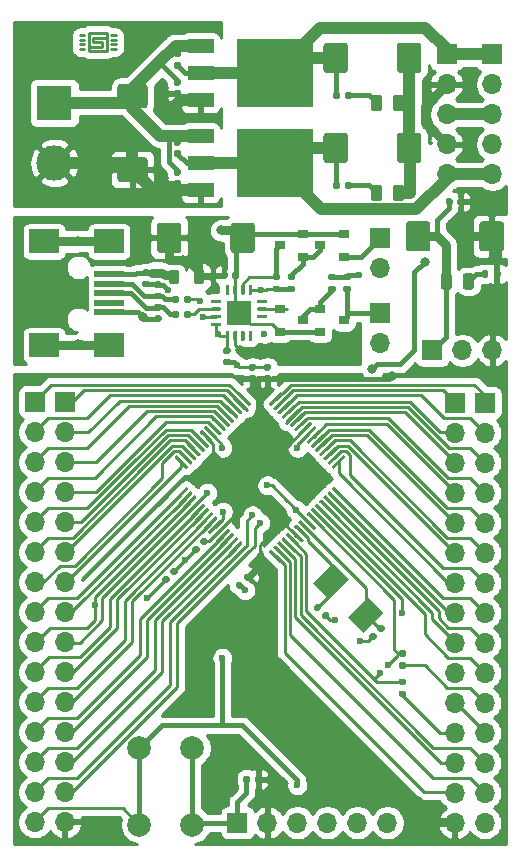
<source format=gbr>
%TF.GenerationSoftware,KiCad,Pcbnew,5.1.7-a382d34a8~87~ubuntu18.04.1*%
%TF.CreationDate,2020-10-15T21:21:34+02:00*%
%TF.ProjectId,veriController,76657269-436f-46e7-9472-6f6c6c65722e,rev?*%
%TF.SameCoordinates,Original*%
%TF.FileFunction,Copper,L1,Top*%
%TF.FilePolarity,Positive*%
%FSLAX46Y46*%
G04 Gerber Fmt 4.6, Leading zero omitted, Abs format (unit mm)*
G04 Created by KiCad (PCBNEW 5.1.7-a382d34a8~87~ubuntu18.04.1) date 2020-10-15 21:21:34*
%MOMM*%
%LPD*%
G01*
G04 APERTURE LIST*
%TA.AperFunction,SMDPad,CuDef*%
%ADD10C,0.100000*%
%TD*%
%TA.AperFunction,ComponentPad*%
%ADD11R,1.700000X1.700000*%
%TD*%
%TA.AperFunction,ComponentPad*%
%ADD12O,1.700000X1.700000*%
%TD*%
%TA.AperFunction,SMDPad,CuDef*%
%ADD13R,2.200000X1.200000*%
%TD*%
%TA.AperFunction,SMDPad,CuDef*%
%ADD14R,6.400000X5.800000*%
%TD*%
%TA.AperFunction,ComponentPad*%
%ADD15R,3.000000X3.000000*%
%TD*%
%TA.AperFunction,ComponentPad*%
%ADD16C,3.000000*%
%TD*%
%TA.AperFunction,SMDPad,CuDef*%
%ADD17R,0.900000X0.800000*%
%TD*%
%TA.AperFunction,SMDPad,CuDef*%
%ADD18R,2.100000X2.100000*%
%TD*%
%TA.AperFunction,ComponentPad*%
%ADD19C,2.000000*%
%TD*%
%TA.AperFunction,SMDPad,CuDef*%
%ADD20R,2.500000X2.000000*%
%TD*%
%TA.AperFunction,SMDPad,CuDef*%
%ADD21R,2.500000X0.500000*%
%TD*%
%TA.AperFunction,ViaPad*%
%ADD22C,0.600000*%
%TD*%
%TA.AperFunction,ViaPad*%
%ADD23C,0.800000*%
%TD*%
%TA.AperFunction,Conductor*%
%ADD24C,0.250000*%
%TD*%
%TA.AperFunction,Conductor*%
%ADD25C,0.400000*%
%TD*%
%TA.AperFunction,Conductor*%
%ADD26C,1.000000*%
%TD*%
%TA.AperFunction,Conductor*%
%ADD27C,0.800000*%
%TD*%
%TA.AperFunction,Conductor*%
%ADD28C,0.254000*%
%TD*%
%TA.AperFunction,Conductor*%
%ADD29C,0.100000*%
%TD*%
G04 APERTURE END LIST*
%TO.P,U1,1*%
%TO.N,/RE1*%
%TA.AperFunction,SMDPad,CuDef*%
G36*
G01*
X63478134Y-91300899D02*
X63584200Y-91194833D01*
G75*
G02*
X63690266Y-91194833I53033J-53033D01*
G01*
X64627182Y-92131749D01*
G75*
G02*
X64627182Y-92237815I-53033J-53033D01*
G01*
X64521116Y-92343881D01*
G75*
G02*
X64415050Y-92343881I-53033J53033D01*
G01*
X63478134Y-91406965D01*
G75*
G02*
X63478134Y-91300899I53033J53033D01*
G01*
G37*
%TD.AperFunction*%
%TO.P,U1,2*%
%TO.N,/RE0*%
%TA.AperFunction,SMDPad,CuDef*%
G36*
G01*
X63124581Y-91654453D02*
X63230647Y-91548387D01*
G75*
G02*
X63336713Y-91548387I53033J-53033D01*
G01*
X64273629Y-92485303D01*
G75*
G02*
X64273629Y-92591369I-53033J-53033D01*
G01*
X64167563Y-92697435D01*
G75*
G02*
X64061497Y-92697435I-53033J53033D01*
G01*
X63124581Y-91760519D01*
G75*
G02*
X63124581Y-91654453I53033J53033D01*
G01*
G37*
%TD.AperFunction*%
%TO.P,U1,3*%
%TO.N,/RG0*%
%TA.AperFunction,SMDPad,CuDef*%
G36*
G01*
X62771027Y-92008006D02*
X62877093Y-91901940D01*
G75*
G02*
X62983159Y-91901940I53033J-53033D01*
G01*
X63920075Y-92838856D01*
G75*
G02*
X63920075Y-92944922I-53033J-53033D01*
G01*
X63814009Y-93050988D01*
G75*
G02*
X63707943Y-93050988I-53033J53033D01*
G01*
X62771027Y-92114072D01*
G75*
G02*
X62771027Y-92008006I53033J53033D01*
G01*
G37*
%TD.AperFunction*%
%TO.P,U1,4*%
%TO.N,/RG1*%
%TA.AperFunction,SMDPad,CuDef*%
G36*
G01*
X62417474Y-92361560D02*
X62523540Y-92255494D01*
G75*
G02*
X62629606Y-92255494I53033J-53033D01*
G01*
X63566522Y-93192410D01*
G75*
G02*
X63566522Y-93298476I-53033J-53033D01*
G01*
X63460456Y-93404542D01*
G75*
G02*
X63354390Y-93404542I-53033J53033D01*
G01*
X62417474Y-92467626D01*
G75*
G02*
X62417474Y-92361560I53033J53033D01*
G01*
G37*
%TD.AperFunction*%
%TO.P,U1,5*%
%TO.N,/RG2*%
%TA.AperFunction,SMDPad,CuDef*%
G36*
G01*
X62063921Y-92715113D02*
X62169987Y-92609047D01*
G75*
G02*
X62276053Y-92609047I53033J-53033D01*
G01*
X63212969Y-93545963D01*
G75*
G02*
X63212969Y-93652029I-53033J-53033D01*
G01*
X63106903Y-93758095D01*
G75*
G02*
X63000837Y-93758095I-53033J53033D01*
G01*
X62063921Y-92821179D01*
G75*
G02*
X62063921Y-92715113I53033J53033D01*
G01*
G37*
%TD.AperFunction*%
%TO.P,U1,6*%
%TO.N,/RG3*%
%TA.AperFunction,SMDPad,CuDef*%
G36*
G01*
X61710367Y-93068666D02*
X61816433Y-92962600D01*
G75*
G02*
X61922499Y-92962600I53033J-53033D01*
G01*
X62859415Y-93899516D01*
G75*
G02*
X62859415Y-94005582I-53033J-53033D01*
G01*
X62753349Y-94111648D01*
G75*
G02*
X62647283Y-94111648I-53033J53033D01*
G01*
X61710367Y-93174732D01*
G75*
G02*
X61710367Y-93068666I53033J53033D01*
G01*
G37*
%TD.AperFunction*%
%TO.P,U1,7*%
%TO.N,/~MCLR~*%
%TA.AperFunction,SMDPad,CuDef*%
G36*
G01*
X61356814Y-93422220D02*
X61462880Y-93316154D01*
G75*
G02*
X61568946Y-93316154I53033J-53033D01*
G01*
X62505862Y-94253070D01*
G75*
G02*
X62505862Y-94359136I-53033J-53033D01*
G01*
X62399796Y-94465202D01*
G75*
G02*
X62293730Y-94465202I-53033J53033D01*
G01*
X61356814Y-93528286D01*
G75*
G02*
X61356814Y-93422220I53033J53033D01*
G01*
G37*
%TD.AperFunction*%
%TO.P,U1,8*%
%TO.N,/RG4*%
%TA.AperFunction,SMDPad,CuDef*%
G36*
G01*
X61003261Y-93775773D02*
X61109327Y-93669707D01*
G75*
G02*
X61215393Y-93669707I53033J-53033D01*
G01*
X62152309Y-94606623D01*
G75*
G02*
X62152309Y-94712689I-53033J-53033D01*
G01*
X62046243Y-94818755D01*
G75*
G02*
X61940177Y-94818755I-53033J53033D01*
G01*
X61003261Y-93881839D01*
G75*
G02*
X61003261Y-93775773I53033J53033D01*
G01*
G37*
%TD.AperFunction*%
%TO.P,U1,9*%
%TO.N,GND*%
%TA.AperFunction,SMDPad,CuDef*%
G36*
G01*
X60649707Y-94129327D02*
X60755773Y-94023261D01*
G75*
G02*
X60861839Y-94023261I53033J-53033D01*
G01*
X61798755Y-94960177D01*
G75*
G02*
X61798755Y-95066243I-53033J-53033D01*
G01*
X61692689Y-95172309D01*
G75*
G02*
X61586623Y-95172309I-53033J53033D01*
G01*
X60649707Y-94235393D01*
G75*
G02*
X60649707Y-94129327I53033J53033D01*
G01*
G37*
%TD.AperFunction*%
%TO.P,U1,10*%
%TO.N,VDD*%
%TA.AperFunction,SMDPad,CuDef*%
G36*
G01*
X60296154Y-94482880D02*
X60402220Y-94376814D01*
G75*
G02*
X60508286Y-94376814I53033J-53033D01*
G01*
X61445202Y-95313730D01*
G75*
G02*
X61445202Y-95419796I-53033J-53033D01*
G01*
X61339136Y-95525862D01*
G75*
G02*
X61233070Y-95525862I-53033J53033D01*
G01*
X60296154Y-94588946D01*
G75*
G02*
X60296154Y-94482880I53033J53033D01*
G01*
G37*
%TD.AperFunction*%
%TO.P,U1,11*%
%TO.N,/RF7*%
%TA.AperFunction,SMDPad,CuDef*%
G36*
G01*
X59942600Y-94836433D02*
X60048666Y-94730367D01*
G75*
G02*
X60154732Y-94730367I53033J-53033D01*
G01*
X61091648Y-95667283D01*
G75*
G02*
X61091648Y-95773349I-53033J-53033D01*
G01*
X60985582Y-95879415D01*
G75*
G02*
X60879516Y-95879415I-53033J53033D01*
G01*
X59942600Y-94942499D01*
G75*
G02*
X59942600Y-94836433I53033J53033D01*
G01*
G37*
%TD.AperFunction*%
%TO.P,U1,12*%
%TO.N,/RF6*%
%TA.AperFunction,SMDPad,CuDef*%
G36*
G01*
X59589047Y-95189987D02*
X59695113Y-95083921D01*
G75*
G02*
X59801179Y-95083921I53033J-53033D01*
G01*
X60738095Y-96020837D01*
G75*
G02*
X60738095Y-96126903I-53033J-53033D01*
G01*
X60632029Y-96232969D01*
G75*
G02*
X60525963Y-96232969I-53033J53033D01*
G01*
X59589047Y-95296053D01*
G75*
G02*
X59589047Y-95189987I53033J53033D01*
G01*
G37*
%TD.AperFunction*%
%TO.P,U1,13*%
%TO.N,/RF5*%
%TA.AperFunction,SMDPad,CuDef*%
G36*
G01*
X59235494Y-95543540D02*
X59341560Y-95437474D01*
G75*
G02*
X59447626Y-95437474I53033J-53033D01*
G01*
X60384542Y-96374390D01*
G75*
G02*
X60384542Y-96480456I-53033J-53033D01*
G01*
X60278476Y-96586522D01*
G75*
G02*
X60172410Y-96586522I-53033J53033D01*
G01*
X59235494Y-95649606D01*
G75*
G02*
X59235494Y-95543540I53033J53033D01*
G01*
G37*
%TD.AperFunction*%
%TO.P,U1,14*%
%TO.N,/RF4*%
%TA.AperFunction,SMDPad,CuDef*%
G36*
G01*
X58881940Y-95897093D02*
X58988006Y-95791027D01*
G75*
G02*
X59094072Y-95791027I53033J-53033D01*
G01*
X60030988Y-96727943D01*
G75*
G02*
X60030988Y-96834009I-53033J-53033D01*
G01*
X59924922Y-96940075D01*
G75*
G02*
X59818856Y-96940075I-53033J53033D01*
G01*
X58881940Y-96003159D01*
G75*
G02*
X58881940Y-95897093I53033J53033D01*
G01*
G37*
%TD.AperFunction*%
%TO.P,U1,15*%
%TO.N,/RF3*%
%TA.AperFunction,SMDPad,CuDef*%
G36*
G01*
X58528387Y-96250647D02*
X58634453Y-96144581D01*
G75*
G02*
X58740519Y-96144581I53033J-53033D01*
G01*
X59677435Y-97081497D01*
G75*
G02*
X59677435Y-97187563I-53033J-53033D01*
G01*
X59571369Y-97293629D01*
G75*
G02*
X59465303Y-97293629I-53033J53033D01*
G01*
X58528387Y-96356713D01*
G75*
G02*
X58528387Y-96250647I53033J53033D01*
G01*
G37*
%TD.AperFunction*%
%TO.P,U1,16*%
%TO.N,/RF2*%
%TA.AperFunction,SMDPad,CuDef*%
G36*
G01*
X58174833Y-96604200D02*
X58280899Y-96498134D01*
G75*
G02*
X58386965Y-96498134I53033J-53033D01*
G01*
X59323881Y-97435050D01*
G75*
G02*
X59323881Y-97541116I-53033J-53033D01*
G01*
X59217815Y-97647182D01*
G75*
G02*
X59111749Y-97647182I-53033J53033D01*
G01*
X58174833Y-96710266D01*
G75*
G02*
X58174833Y-96604200I53033J53033D01*
G01*
G37*
%TD.AperFunction*%
%TO.P,U1,17*%
%TO.N,/RF1*%
%TA.AperFunction,SMDPad,CuDef*%
G36*
G01*
X58174833Y-100139734D02*
X59111749Y-99202818D01*
G75*
G02*
X59217815Y-99202818I53033J-53033D01*
G01*
X59323881Y-99308884D01*
G75*
G02*
X59323881Y-99414950I-53033J-53033D01*
G01*
X58386965Y-100351866D01*
G75*
G02*
X58280899Y-100351866I-53033J53033D01*
G01*
X58174833Y-100245800D01*
G75*
G02*
X58174833Y-100139734I53033J53033D01*
G01*
G37*
%TD.AperFunction*%
%TO.P,U1,18*%
%TO.N,/RF0*%
%TA.AperFunction,SMDPad,CuDef*%
G36*
G01*
X58528387Y-100493287D02*
X59465303Y-99556371D01*
G75*
G02*
X59571369Y-99556371I53033J-53033D01*
G01*
X59677435Y-99662437D01*
G75*
G02*
X59677435Y-99768503I-53033J-53033D01*
G01*
X58740519Y-100705419D01*
G75*
G02*
X58634453Y-100705419I-53033J53033D01*
G01*
X58528387Y-100599353D01*
G75*
G02*
X58528387Y-100493287I53033J53033D01*
G01*
G37*
%TD.AperFunction*%
%TO.P,U1,19*%
%TO.N,VDDA*%
%TA.AperFunction,SMDPad,CuDef*%
G36*
G01*
X58881940Y-100846841D02*
X59818856Y-99909925D01*
G75*
G02*
X59924922Y-99909925I53033J-53033D01*
G01*
X60030988Y-100015991D01*
G75*
G02*
X60030988Y-100122057I-53033J-53033D01*
G01*
X59094072Y-101058973D01*
G75*
G02*
X58988006Y-101058973I-53033J53033D01*
G01*
X58881940Y-100952907D01*
G75*
G02*
X58881940Y-100846841I53033J53033D01*
G01*
G37*
%TD.AperFunction*%
%TO.P,U1,20*%
%TO.N,GND*%
%TA.AperFunction,SMDPad,CuDef*%
G36*
G01*
X59235494Y-101200394D02*
X60172410Y-100263478D01*
G75*
G02*
X60278476Y-100263478I53033J-53033D01*
G01*
X60384542Y-100369544D01*
G75*
G02*
X60384542Y-100475610I-53033J-53033D01*
G01*
X59447626Y-101412526D01*
G75*
G02*
X59341560Y-101412526I-53033J53033D01*
G01*
X59235494Y-101306460D01*
G75*
G02*
X59235494Y-101200394I53033J53033D01*
G01*
G37*
%TD.AperFunction*%
%TO.P,U1,21*%
%TO.N,/RA3*%
%TA.AperFunction,SMDPad,CuDef*%
G36*
G01*
X59589047Y-101553947D02*
X60525963Y-100617031D01*
G75*
G02*
X60632029Y-100617031I53033J-53033D01*
G01*
X60738095Y-100723097D01*
G75*
G02*
X60738095Y-100829163I-53033J-53033D01*
G01*
X59801179Y-101766079D01*
G75*
G02*
X59695113Y-101766079I-53033J53033D01*
G01*
X59589047Y-101660013D01*
G75*
G02*
X59589047Y-101553947I53033J53033D01*
G01*
G37*
%TD.AperFunction*%
%TO.P,U1,22*%
%TO.N,/RA2*%
%TA.AperFunction,SMDPad,CuDef*%
G36*
G01*
X59942600Y-101907501D02*
X60879516Y-100970585D01*
G75*
G02*
X60985582Y-100970585I53033J-53033D01*
G01*
X61091648Y-101076651D01*
G75*
G02*
X61091648Y-101182717I-53033J-53033D01*
G01*
X60154732Y-102119633D01*
G75*
G02*
X60048666Y-102119633I-53033J53033D01*
G01*
X59942600Y-102013567D01*
G75*
G02*
X59942600Y-101907501I53033J53033D01*
G01*
G37*
%TD.AperFunction*%
%TO.P,U1,23*%
%TO.N,/RA1*%
%TA.AperFunction,SMDPad,CuDef*%
G36*
G01*
X60296154Y-102261054D02*
X61233070Y-101324138D01*
G75*
G02*
X61339136Y-101324138I53033J-53033D01*
G01*
X61445202Y-101430204D01*
G75*
G02*
X61445202Y-101536270I-53033J-53033D01*
G01*
X60508286Y-102473186D01*
G75*
G02*
X60402220Y-102473186I-53033J53033D01*
G01*
X60296154Y-102367120D01*
G75*
G02*
X60296154Y-102261054I53033J53033D01*
G01*
G37*
%TD.AperFunction*%
%TO.P,U1,24*%
%TO.N,/RA0*%
%TA.AperFunction,SMDPad,CuDef*%
G36*
G01*
X60649707Y-102614607D02*
X61586623Y-101677691D01*
G75*
G02*
X61692689Y-101677691I53033J-53033D01*
G01*
X61798755Y-101783757D01*
G75*
G02*
X61798755Y-101889823I-53033J-53033D01*
G01*
X60861839Y-102826739D01*
G75*
G02*
X60755773Y-102826739I-53033J53033D01*
G01*
X60649707Y-102720673D01*
G75*
G02*
X60649707Y-102614607I53033J53033D01*
G01*
G37*
%TD.AperFunction*%
%TO.P,U1,25*%
%TO.N,GND*%
%TA.AperFunction,SMDPad,CuDef*%
G36*
G01*
X61003261Y-102968161D02*
X61940177Y-102031245D01*
G75*
G02*
X62046243Y-102031245I53033J-53033D01*
G01*
X62152309Y-102137311D01*
G75*
G02*
X62152309Y-102243377I-53033J-53033D01*
G01*
X61215393Y-103180293D01*
G75*
G02*
X61109327Y-103180293I-53033J53033D01*
G01*
X61003261Y-103074227D01*
G75*
G02*
X61003261Y-102968161I53033J53033D01*
G01*
G37*
%TD.AperFunction*%
%TO.P,U1,26*%
%TO.N,VDD*%
%TA.AperFunction,SMDPad,CuDef*%
G36*
G01*
X61356814Y-103321714D02*
X62293730Y-102384798D01*
G75*
G02*
X62399796Y-102384798I53033J-53033D01*
G01*
X62505862Y-102490864D01*
G75*
G02*
X62505862Y-102596930I-53033J-53033D01*
G01*
X61568946Y-103533846D01*
G75*
G02*
X61462880Y-103533846I-53033J53033D01*
G01*
X61356814Y-103427780D01*
G75*
G02*
X61356814Y-103321714I53033J53033D01*
G01*
G37*
%TD.AperFunction*%
%TO.P,U1,27*%
%TO.N,/RA5*%
%TA.AperFunction,SMDPad,CuDef*%
G36*
G01*
X61710367Y-103675268D02*
X62647283Y-102738352D01*
G75*
G02*
X62753349Y-102738352I53033J-53033D01*
G01*
X62859415Y-102844418D01*
G75*
G02*
X62859415Y-102950484I-53033J-53033D01*
G01*
X61922499Y-103887400D01*
G75*
G02*
X61816433Y-103887400I-53033J53033D01*
G01*
X61710367Y-103781334D01*
G75*
G02*
X61710367Y-103675268I53033J53033D01*
G01*
G37*
%TD.AperFunction*%
%TO.P,U1,28*%
%TO.N,/RA4*%
%TA.AperFunction,SMDPad,CuDef*%
G36*
G01*
X62063921Y-104028821D02*
X63000837Y-103091905D01*
G75*
G02*
X63106903Y-103091905I53033J-53033D01*
G01*
X63212969Y-103197971D01*
G75*
G02*
X63212969Y-103304037I-53033J-53033D01*
G01*
X62276053Y-104240953D01*
G75*
G02*
X62169987Y-104240953I-53033J53033D01*
G01*
X62063921Y-104134887D01*
G75*
G02*
X62063921Y-104028821I53033J53033D01*
G01*
G37*
%TD.AperFunction*%
%TO.P,U1,29*%
%TO.N,/RC1*%
%TA.AperFunction,SMDPad,CuDef*%
G36*
G01*
X62417474Y-104382374D02*
X63354390Y-103445458D01*
G75*
G02*
X63460456Y-103445458I53033J-53033D01*
G01*
X63566522Y-103551524D01*
G75*
G02*
X63566522Y-103657590I-53033J-53033D01*
G01*
X62629606Y-104594506D01*
G75*
G02*
X62523540Y-104594506I-53033J53033D01*
G01*
X62417474Y-104488440D01*
G75*
G02*
X62417474Y-104382374I53033J53033D01*
G01*
G37*
%TD.AperFunction*%
%TO.P,U1,30*%
%TO.N,/RC0*%
%TA.AperFunction,SMDPad,CuDef*%
G36*
G01*
X62771027Y-104735928D02*
X63707943Y-103799012D01*
G75*
G02*
X63814009Y-103799012I53033J-53033D01*
G01*
X63920075Y-103905078D01*
G75*
G02*
X63920075Y-104011144I-53033J-53033D01*
G01*
X62983159Y-104948060D01*
G75*
G02*
X62877093Y-104948060I-53033J53033D01*
G01*
X62771027Y-104841994D01*
G75*
G02*
X62771027Y-104735928I53033J53033D01*
G01*
G37*
%TD.AperFunction*%
%TO.P,U1,31*%
%TO.N,TX1*%
%TA.AperFunction,SMDPad,CuDef*%
G36*
G01*
X63124581Y-105089481D02*
X64061497Y-104152565D01*
G75*
G02*
X64167563Y-104152565I53033J-53033D01*
G01*
X64273629Y-104258631D01*
G75*
G02*
X64273629Y-104364697I-53033J-53033D01*
G01*
X63336713Y-105301613D01*
G75*
G02*
X63230647Y-105301613I-53033J53033D01*
G01*
X63124581Y-105195547D01*
G75*
G02*
X63124581Y-105089481I53033J53033D01*
G01*
G37*
%TD.AperFunction*%
%TO.P,U1,32*%
%TO.N,RX1*%
%TA.AperFunction,SMDPad,CuDef*%
G36*
G01*
X63478134Y-105443035D02*
X64415050Y-104506119D01*
G75*
G02*
X64521116Y-104506119I53033J-53033D01*
G01*
X64627182Y-104612185D01*
G75*
G02*
X64627182Y-104718251I-53033J-53033D01*
G01*
X63690266Y-105655167D01*
G75*
G02*
X63584200Y-105655167I-53033J53033D01*
G01*
X63478134Y-105549101D01*
G75*
G02*
X63478134Y-105443035I53033J53033D01*
G01*
G37*
%TD.AperFunction*%
%TO.P,U1,33*%
%TO.N,/RC2*%
%TA.AperFunction,SMDPad,CuDef*%
G36*
G01*
X66182818Y-104612185D02*
X66288884Y-104506119D01*
G75*
G02*
X66394950Y-104506119I53033J-53033D01*
G01*
X67331866Y-105443035D01*
G75*
G02*
X67331866Y-105549101I-53033J-53033D01*
G01*
X67225800Y-105655167D01*
G75*
G02*
X67119734Y-105655167I-53033J53033D01*
G01*
X66182818Y-104718251D01*
G75*
G02*
X66182818Y-104612185I53033J53033D01*
G01*
G37*
%TD.AperFunction*%
%TO.P,U1,34*%
%TO.N,/RC3*%
%TA.AperFunction,SMDPad,CuDef*%
G36*
G01*
X66536371Y-104258631D02*
X66642437Y-104152565D01*
G75*
G02*
X66748503Y-104152565I53033J-53033D01*
G01*
X67685419Y-105089481D01*
G75*
G02*
X67685419Y-105195547I-53033J-53033D01*
G01*
X67579353Y-105301613D01*
G75*
G02*
X67473287Y-105301613I-53033J53033D01*
G01*
X66536371Y-104364697D01*
G75*
G02*
X66536371Y-104258631I53033J53033D01*
G01*
G37*
%TD.AperFunction*%
%TO.P,U1,35*%
%TO.N,/RC4*%
%TA.AperFunction,SMDPad,CuDef*%
G36*
G01*
X66889925Y-103905078D02*
X66995991Y-103799012D01*
G75*
G02*
X67102057Y-103799012I53033J-53033D01*
G01*
X68038973Y-104735928D01*
G75*
G02*
X68038973Y-104841994I-53033J-53033D01*
G01*
X67932907Y-104948060D01*
G75*
G02*
X67826841Y-104948060I-53033J53033D01*
G01*
X66889925Y-104011144D01*
G75*
G02*
X66889925Y-103905078I53033J53033D01*
G01*
G37*
%TD.AperFunction*%
%TO.P,U1,36*%
%TO.N,/RC5*%
%TA.AperFunction,SMDPad,CuDef*%
G36*
G01*
X67243478Y-103551524D02*
X67349544Y-103445458D01*
G75*
G02*
X67455610Y-103445458I53033J-53033D01*
G01*
X68392526Y-104382374D01*
G75*
G02*
X68392526Y-104488440I-53033J-53033D01*
G01*
X68286460Y-104594506D01*
G75*
G02*
X68180394Y-104594506I-53033J53033D01*
G01*
X67243478Y-103657590D01*
G75*
G02*
X67243478Y-103551524I53033J53033D01*
G01*
G37*
%TD.AperFunction*%
%TO.P,U1,37*%
%TO.N,/PGD*%
%TA.AperFunction,SMDPad,CuDef*%
G36*
G01*
X67597031Y-103197971D02*
X67703097Y-103091905D01*
G75*
G02*
X67809163Y-103091905I53033J-53033D01*
G01*
X68746079Y-104028821D01*
G75*
G02*
X68746079Y-104134887I-53033J-53033D01*
G01*
X68640013Y-104240953D01*
G75*
G02*
X68533947Y-104240953I-53033J53033D01*
G01*
X67597031Y-103304037D01*
G75*
G02*
X67597031Y-103197971I53033J53033D01*
G01*
G37*
%TD.AperFunction*%
%TO.P,U1,38*%
%TO.N,VDD*%
%TA.AperFunction,SMDPad,CuDef*%
G36*
G01*
X67950585Y-102844418D02*
X68056651Y-102738352D01*
G75*
G02*
X68162717Y-102738352I53033J-53033D01*
G01*
X69099633Y-103675268D01*
G75*
G02*
X69099633Y-103781334I-53033J-53033D01*
G01*
X68993567Y-103887400D01*
G75*
G02*
X68887501Y-103887400I-53033J53033D01*
G01*
X67950585Y-102950484D01*
G75*
G02*
X67950585Y-102844418I53033J53033D01*
G01*
G37*
%TD.AperFunction*%
%TO.P,U1,39*%
%TO.N,Net-(C5-Pad2)*%
%TA.AperFunction,SMDPad,CuDef*%
G36*
G01*
X68304138Y-102490864D02*
X68410204Y-102384798D01*
G75*
G02*
X68516270Y-102384798I53033J-53033D01*
G01*
X69453186Y-103321714D01*
G75*
G02*
X69453186Y-103427780I-53033J-53033D01*
G01*
X69347120Y-103533846D01*
G75*
G02*
X69241054Y-103533846I-53033J53033D01*
G01*
X68304138Y-102596930D01*
G75*
G02*
X68304138Y-102490864I53033J53033D01*
G01*
G37*
%TD.AperFunction*%
%TO.P,U1,40*%
%TO.N,Net-(C4-Pad2)*%
%TA.AperFunction,SMDPad,CuDef*%
G36*
G01*
X68657691Y-102137311D02*
X68763757Y-102031245D01*
G75*
G02*
X68869823Y-102031245I53033J-53033D01*
G01*
X69806739Y-102968161D01*
G75*
G02*
X69806739Y-103074227I-53033J-53033D01*
G01*
X69700673Y-103180293D01*
G75*
G02*
X69594607Y-103180293I-53033J53033D01*
G01*
X68657691Y-102243377D01*
G75*
G02*
X68657691Y-102137311I53033J53033D01*
G01*
G37*
%TD.AperFunction*%
%TO.P,U1,41*%
%TO.N,GND*%
%TA.AperFunction,SMDPad,CuDef*%
G36*
G01*
X69011245Y-101783757D02*
X69117311Y-101677691D01*
G75*
G02*
X69223377Y-101677691I53033J-53033D01*
G01*
X70160293Y-102614607D01*
G75*
G02*
X70160293Y-102720673I-53033J-53033D01*
G01*
X70054227Y-102826739D01*
G75*
G02*
X69948161Y-102826739I-53033J53033D01*
G01*
X69011245Y-101889823D01*
G75*
G02*
X69011245Y-101783757I53033J53033D01*
G01*
G37*
%TD.AperFunction*%
%TO.P,U1,42*%
%TO.N,/PGC*%
%TA.AperFunction,SMDPad,CuDef*%
G36*
G01*
X69364798Y-101430204D02*
X69470864Y-101324138D01*
G75*
G02*
X69576930Y-101324138I53033J-53033D01*
G01*
X70513846Y-102261054D01*
G75*
G02*
X70513846Y-102367120I-53033J-53033D01*
G01*
X70407780Y-102473186D01*
G75*
G02*
X70301714Y-102473186I-53033J53033D01*
G01*
X69364798Y-101536270D01*
G75*
G02*
X69364798Y-101430204I53033J53033D01*
G01*
G37*
%TD.AperFunction*%
%TO.P,U1,43*%
%TO.N,/PGM*%
%TA.AperFunction,SMDPad,CuDef*%
G36*
G01*
X69718352Y-101076651D02*
X69824418Y-100970585D01*
G75*
G02*
X69930484Y-100970585I53033J-53033D01*
G01*
X70867400Y-101907501D01*
G75*
G02*
X70867400Y-102013567I-53033J-53033D01*
G01*
X70761334Y-102119633D01*
G75*
G02*
X70655268Y-102119633I-53033J53033D01*
G01*
X69718352Y-101182717D01*
G75*
G02*
X69718352Y-101076651I53033J53033D01*
G01*
G37*
%TD.AperFunction*%
%TO.P,U1,44*%
%TO.N,/RB4*%
%TA.AperFunction,SMDPad,CuDef*%
G36*
G01*
X70071905Y-100723097D02*
X70177971Y-100617031D01*
G75*
G02*
X70284037Y-100617031I53033J-53033D01*
G01*
X71220953Y-101553947D01*
G75*
G02*
X71220953Y-101660013I-53033J-53033D01*
G01*
X71114887Y-101766079D01*
G75*
G02*
X71008821Y-101766079I-53033J53033D01*
G01*
X70071905Y-100829163D01*
G75*
G02*
X70071905Y-100723097I53033J53033D01*
G01*
G37*
%TD.AperFunction*%
%TO.P,U1,45*%
%TO.N,/RB3*%
%TA.AperFunction,SMDPad,CuDef*%
G36*
G01*
X70425458Y-100369544D02*
X70531524Y-100263478D01*
G75*
G02*
X70637590Y-100263478I53033J-53033D01*
G01*
X71574506Y-101200394D01*
G75*
G02*
X71574506Y-101306460I-53033J-53033D01*
G01*
X71468440Y-101412526D01*
G75*
G02*
X71362374Y-101412526I-53033J53033D01*
G01*
X70425458Y-100475610D01*
G75*
G02*
X70425458Y-100369544I53033J53033D01*
G01*
G37*
%TD.AperFunction*%
%TO.P,U1,46*%
%TO.N,/RB2*%
%TA.AperFunction,SMDPad,CuDef*%
G36*
G01*
X70779012Y-100015991D02*
X70885078Y-99909925D01*
G75*
G02*
X70991144Y-99909925I53033J-53033D01*
G01*
X71928060Y-100846841D01*
G75*
G02*
X71928060Y-100952907I-53033J-53033D01*
G01*
X71821994Y-101058973D01*
G75*
G02*
X71715928Y-101058973I-53033J53033D01*
G01*
X70779012Y-100122057D01*
G75*
G02*
X70779012Y-100015991I53033J53033D01*
G01*
G37*
%TD.AperFunction*%
%TO.P,U1,47*%
%TO.N,/RB1*%
%TA.AperFunction,SMDPad,CuDef*%
G36*
G01*
X71132565Y-99662437D02*
X71238631Y-99556371D01*
G75*
G02*
X71344697Y-99556371I53033J-53033D01*
G01*
X72281613Y-100493287D01*
G75*
G02*
X72281613Y-100599353I-53033J-53033D01*
G01*
X72175547Y-100705419D01*
G75*
G02*
X72069481Y-100705419I-53033J53033D01*
G01*
X71132565Y-99768503D01*
G75*
G02*
X71132565Y-99662437I53033J53033D01*
G01*
G37*
%TD.AperFunction*%
%TO.P,U1,48*%
%TO.N,/RB0*%
%TA.AperFunction,SMDPad,CuDef*%
G36*
G01*
X71486119Y-99308884D02*
X71592185Y-99202818D01*
G75*
G02*
X71698251Y-99202818I53033J-53033D01*
G01*
X72635167Y-100139734D01*
G75*
G02*
X72635167Y-100245800I-53033J-53033D01*
G01*
X72529101Y-100351866D01*
G75*
G02*
X72423035Y-100351866I-53033J53033D01*
G01*
X71486119Y-99414950D01*
G75*
G02*
X71486119Y-99308884I53033J53033D01*
G01*
G37*
%TD.AperFunction*%
%TO.P,U1,49*%
%TO.N,/RD7*%
%TA.AperFunction,SMDPad,CuDef*%
G36*
G01*
X71486119Y-97435050D02*
X72423035Y-96498134D01*
G75*
G02*
X72529101Y-96498134I53033J-53033D01*
G01*
X72635167Y-96604200D01*
G75*
G02*
X72635167Y-96710266I-53033J-53033D01*
G01*
X71698251Y-97647182D01*
G75*
G02*
X71592185Y-97647182I-53033J53033D01*
G01*
X71486119Y-97541116D01*
G75*
G02*
X71486119Y-97435050I53033J53033D01*
G01*
G37*
%TD.AperFunction*%
%TO.P,U1,50*%
%TO.N,/RD6*%
%TA.AperFunction,SMDPad,CuDef*%
G36*
G01*
X71132565Y-97081497D02*
X72069481Y-96144581D01*
G75*
G02*
X72175547Y-96144581I53033J-53033D01*
G01*
X72281613Y-96250647D01*
G75*
G02*
X72281613Y-96356713I-53033J-53033D01*
G01*
X71344697Y-97293629D01*
G75*
G02*
X71238631Y-97293629I-53033J53033D01*
G01*
X71132565Y-97187563D01*
G75*
G02*
X71132565Y-97081497I53033J53033D01*
G01*
G37*
%TD.AperFunction*%
%TO.P,U1,51*%
%TO.N,/RD5*%
%TA.AperFunction,SMDPad,CuDef*%
G36*
G01*
X70779012Y-96727943D02*
X71715928Y-95791027D01*
G75*
G02*
X71821994Y-95791027I53033J-53033D01*
G01*
X71928060Y-95897093D01*
G75*
G02*
X71928060Y-96003159I-53033J-53033D01*
G01*
X70991144Y-96940075D01*
G75*
G02*
X70885078Y-96940075I-53033J53033D01*
G01*
X70779012Y-96834009D01*
G75*
G02*
X70779012Y-96727943I53033J53033D01*
G01*
G37*
%TD.AperFunction*%
%TO.P,U1,52*%
%TO.N,/RD4*%
%TA.AperFunction,SMDPad,CuDef*%
G36*
G01*
X70425458Y-96374390D02*
X71362374Y-95437474D01*
G75*
G02*
X71468440Y-95437474I53033J-53033D01*
G01*
X71574506Y-95543540D01*
G75*
G02*
X71574506Y-95649606I-53033J-53033D01*
G01*
X70637590Y-96586522D01*
G75*
G02*
X70531524Y-96586522I-53033J53033D01*
G01*
X70425458Y-96480456D01*
G75*
G02*
X70425458Y-96374390I53033J53033D01*
G01*
G37*
%TD.AperFunction*%
%TO.P,U1,53*%
%TO.N,/RD3*%
%TA.AperFunction,SMDPad,CuDef*%
G36*
G01*
X70071905Y-96020837D02*
X71008821Y-95083921D01*
G75*
G02*
X71114887Y-95083921I53033J-53033D01*
G01*
X71220953Y-95189987D01*
G75*
G02*
X71220953Y-95296053I-53033J-53033D01*
G01*
X70284037Y-96232969D01*
G75*
G02*
X70177971Y-96232969I-53033J53033D01*
G01*
X70071905Y-96126903D01*
G75*
G02*
X70071905Y-96020837I53033J53033D01*
G01*
G37*
%TD.AperFunction*%
%TO.P,U1,54*%
%TO.N,/RD2*%
%TA.AperFunction,SMDPad,CuDef*%
G36*
G01*
X69718352Y-95667283D02*
X70655268Y-94730367D01*
G75*
G02*
X70761334Y-94730367I53033J-53033D01*
G01*
X70867400Y-94836433D01*
G75*
G02*
X70867400Y-94942499I-53033J-53033D01*
G01*
X69930484Y-95879415D01*
G75*
G02*
X69824418Y-95879415I-53033J53033D01*
G01*
X69718352Y-95773349D01*
G75*
G02*
X69718352Y-95667283I53033J53033D01*
G01*
G37*
%TD.AperFunction*%
%TO.P,U1,55*%
%TO.N,/RD1*%
%TA.AperFunction,SMDPad,CuDef*%
G36*
G01*
X69364798Y-95313730D02*
X70301714Y-94376814D01*
G75*
G02*
X70407780Y-94376814I53033J-53033D01*
G01*
X70513846Y-94482880D01*
G75*
G02*
X70513846Y-94588946I-53033J-53033D01*
G01*
X69576930Y-95525862D01*
G75*
G02*
X69470864Y-95525862I-53033J53033D01*
G01*
X69364798Y-95419796D01*
G75*
G02*
X69364798Y-95313730I53033J53033D01*
G01*
G37*
%TD.AperFunction*%
%TO.P,U1,56*%
%TO.N,GND*%
%TA.AperFunction,SMDPad,CuDef*%
G36*
G01*
X69011245Y-94960177D02*
X69948161Y-94023261D01*
G75*
G02*
X70054227Y-94023261I53033J-53033D01*
G01*
X70160293Y-94129327D01*
G75*
G02*
X70160293Y-94235393I-53033J-53033D01*
G01*
X69223377Y-95172309D01*
G75*
G02*
X69117311Y-95172309I-53033J53033D01*
G01*
X69011245Y-95066243D01*
G75*
G02*
X69011245Y-94960177I53033J53033D01*
G01*
G37*
%TD.AperFunction*%
%TO.P,U1,57*%
%TO.N,VDD*%
%TA.AperFunction,SMDPad,CuDef*%
G36*
G01*
X68657691Y-94606623D02*
X69594607Y-93669707D01*
G75*
G02*
X69700673Y-93669707I53033J-53033D01*
G01*
X69806739Y-93775773D01*
G75*
G02*
X69806739Y-93881839I-53033J-53033D01*
G01*
X68869823Y-94818755D01*
G75*
G02*
X68763757Y-94818755I-53033J53033D01*
G01*
X68657691Y-94712689D01*
G75*
G02*
X68657691Y-94606623I53033J53033D01*
G01*
G37*
%TD.AperFunction*%
%TO.P,U1,58*%
%TO.N,/RD0*%
%TA.AperFunction,SMDPad,CuDef*%
G36*
G01*
X68304138Y-94253070D02*
X69241054Y-93316154D01*
G75*
G02*
X69347120Y-93316154I53033J-53033D01*
G01*
X69453186Y-93422220D01*
G75*
G02*
X69453186Y-93528286I-53033J-53033D01*
G01*
X68516270Y-94465202D01*
G75*
G02*
X68410204Y-94465202I-53033J53033D01*
G01*
X68304138Y-94359136D01*
G75*
G02*
X68304138Y-94253070I53033J53033D01*
G01*
G37*
%TD.AperFunction*%
%TO.P,U1,59*%
%TO.N,/RE7*%
%TA.AperFunction,SMDPad,CuDef*%
G36*
G01*
X67950585Y-93899516D02*
X68887501Y-92962600D01*
G75*
G02*
X68993567Y-92962600I53033J-53033D01*
G01*
X69099633Y-93068666D01*
G75*
G02*
X69099633Y-93174732I-53033J-53033D01*
G01*
X68162717Y-94111648D01*
G75*
G02*
X68056651Y-94111648I-53033J53033D01*
G01*
X67950585Y-94005582D01*
G75*
G02*
X67950585Y-93899516I53033J53033D01*
G01*
G37*
%TD.AperFunction*%
%TO.P,U1,60*%
%TO.N,/RE6*%
%TA.AperFunction,SMDPad,CuDef*%
G36*
G01*
X67597031Y-93545963D02*
X68533947Y-92609047D01*
G75*
G02*
X68640013Y-92609047I53033J-53033D01*
G01*
X68746079Y-92715113D01*
G75*
G02*
X68746079Y-92821179I-53033J-53033D01*
G01*
X67809163Y-93758095D01*
G75*
G02*
X67703097Y-93758095I-53033J53033D01*
G01*
X67597031Y-93652029D01*
G75*
G02*
X67597031Y-93545963I53033J53033D01*
G01*
G37*
%TD.AperFunction*%
%TO.P,U1,61*%
%TO.N,/RE5*%
%TA.AperFunction,SMDPad,CuDef*%
G36*
G01*
X67243478Y-93192410D02*
X68180394Y-92255494D01*
G75*
G02*
X68286460Y-92255494I53033J-53033D01*
G01*
X68392526Y-92361560D01*
G75*
G02*
X68392526Y-92467626I-53033J-53033D01*
G01*
X67455610Y-93404542D01*
G75*
G02*
X67349544Y-93404542I-53033J53033D01*
G01*
X67243478Y-93298476D01*
G75*
G02*
X67243478Y-93192410I53033J53033D01*
G01*
G37*
%TD.AperFunction*%
%TO.P,U1,62*%
%TO.N,/RE4*%
%TA.AperFunction,SMDPad,CuDef*%
G36*
G01*
X66889925Y-92838856D02*
X67826841Y-91901940D01*
G75*
G02*
X67932907Y-91901940I53033J-53033D01*
G01*
X68038973Y-92008006D01*
G75*
G02*
X68038973Y-92114072I-53033J-53033D01*
G01*
X67102057Y-93050988D01*
G75*
G02*
X66995991Y-93050988I-53033J53033D01*
G01*
X66889925Y-92944922D01*
G75*
G02*
X66889925Y-92838856I53033J53033D01*
G01*
G37*
%TD.AperFunction*%
%TO.P,U1,63*%
%TO.N,/RE3*%
%TA.AperFunction,SMDPad,CuDef*%
G36*
G01*
X66536371Y-92485303D02*
X67473287Y-91548387D01*
G75*
G02*
X67579353Y-91548387I53033J-53033D01*
G01*
X67685419Y-91654453D01*
G75*
G02*
X67685419Y-91760519I-53033J-53033D01*
G01*
X66748503Y-92697435D01*
G75*
G02*
X66642437Y-92697435I-53033J53033D01*
G01*
X66536371Y-92591369D01*
G75*
G02*
X66536371Y-92485303I53033J53033D01*
G01*
G37*
%TD.AperFunction*%
%TO.P,U1,64*%
%TO.N,/RE2*%
%TA.AperFunction,SMDPad,CuDef*%
G36*
G01*
X66182818Y-92131749D02*
X67119734Y-91194833D01*
G75*
G02*
X67225800Y-91194833I53033J-53033D01*
G01*
X67331866Y-91300899D01*
G75*
G02*
X67331866Y-91406965I-53033J-53033D01*
G01*
X66394950Y-92343881D01*
G75*
G02*
X66288884Y-92343881I-53033J53033D01*
G01*
X66182818Y-92237815D01*
G75*
G02*
X66182818Y-92131749I53033J53033D01*
G01*
G37*
%TD.AperFunction*%
%TD*%
%TA.AperFunction,SMDPad,CuDef*%
D10*
%TO.P,Y1,1*%
%TO.N,Net-(C5-Pad2)*%
G36*
X69928151Y-107312208D02*
G01*
X71625208Y-105615151D01*
X72968711Y-106958654D01*
X71271654Y-108655711D01*
X69928151Y-107312208D01*
G37*
%TD.AperFunction*%
%TA.AperFunction,SMDPad,CuDef*%
%TO.P,Y1,2*%
%TO.N,Net-(C4-Pad2)*%
G36*
X72827289Y-110211346D02*
G01*
X74524346Y-108514289D01*
X75867849Y-109857792D01*
X74170792Y-111554849D01*
X72827289Y-110211346D01*
G37*
%TD.AperFunction*%
%TD*%
%TO.P,C5,2*%
%TO.N,Net-(C5-Pad2)*%
%TA.AperFunction,SMDPad,CuDef*%
G36*
G01*
X70590787Y-109466371D02*
X70350371Y-109706787D01*
G75*
G02*
X70152381Y-109706787I-98995J98995D01*
G01*
X69954391Y-109508797D01*
G75*
G02*
X69954391Y-109310807I98995J98995D01*
G01*
X70194807Y-109070391D01*
G75*
G02*
X70392797Y-109070391I98995J-98995D01*
G01*
X70590787Y-109268381D01*
G75*
G02*
X70590787Y-109466371I-98995J-98995D01*
G01*
G37*
%TD.AperFunction*%
%TO.P,C5,1*%
%TO.N,GND*%
%TA.AperFunction,SMDPad,CuDef*%
G36*
G01*
X71269609Y-110145193D02*
X71029193Y-110385609D01*
G75*
G02*
X70831203Y-110385609I-98995J98995D01*
G01*
X70633213Y-110187619D01*
G75*
G02*
X70633213Y-109989629I98995J98995D01*
G01*
X70873629Y-109749213D01*
G75*
G02*
X71071619Y-109749213I98995J-98995D01*
G01*
X71269609Y-109947203D01*
G75*
G02*
X71269609Y-110145193I-98995J-98995D01*
G01*
G37*
%TD.AperFunction*%
%TD*%
%TO.P,C1,1*%
%TO.N,GND*%
%TA.AperFunction,SMDPad,CuDef*%
G36*
G01*
X64600000Y-88775000D02*
X64940000Y-88775000D01*
G75*
G02*
X65080000Y-88915000I0J-140000D01*
G01*
X65080000Y-89195000D01*
G75*
G02*
X64940000Y-89335000I-140000J0D01*
G01*
X64600000Y-89335000D01*
G75*
G02*
X64460000Y-89195000I0J140000D01*
G01*
X64460000Y-88915000D01*
G75*
G02*
X64600000Y-88775000I140000J0D01*
G01*
G37*
%TD.AperFunction*%
%TO.P,C1,2*%
%TO.N,VDD*%
%TA.AperFunction,SMDPad,CuDef*%
G36*
G01*
X64600000Y-89735000D02*
X64940000Y-89735000D01*
G75*
G02*
X65080000Y-89875000I0J-140000D01*
G01*
X65080000Y-90155000D01*
G75*
G02*
X64940000Y-90295000I-140000J0D01*
G01*
X64600000Y-90295000D01*
G75*
G02*
X64460000Y-90155000I0J140000D01*
G01*
X64460000Y-89875000D01*
G75*
G02*
X64600000Y-89735000I140000J0D01*
G01*
G37*
%TD.AperFunction*%
%TD*%
%TO.P,C2,1*%
%TO.N,GND*%
%TA.AperFunction,SMDPad,CuDef*%
G36*
G01*
X59907807Y-104797609D02*
X59667391Y-104557193D01*
G75*
G02*
X59667391Y-104359203I98995J98995D01*
G01*
X59865381Y-104161213D01*
G75*
G02*
X60063371Y-104161213I98995J-98995D01*
G01*
X60303787Y-104401629D01*
G75*
G02*
X60303787Y-104599619I-98995J-98995D01*
G01*
X60105797Y-104797609D01*
G75*
G02*
X59907807Y-104797609I-98995J98995D01*
G01*
G37*
%TD.AperFunction*%
%TO.P,C2,2*%
%TO.N,VDD*%
%TA.AperFunction,SMDPad,CuDef*%
G36*
G01*
X60586629Y-104118787D02*
X60346213Y-103878371D01*
G75*
G02*
X60346213Y-103680381I98995J98995D01*
G01*
X60544203Y-103482391D01*
G75*
G02*
X60742193Y-103482391I98995J-98995D01*
G01*
X60982609Y-103722807D01*
G75*
G02*
X60982609Y-103920797I-98995J-98995D01*
G01*
X60784619Y-104118787D01*
G75*
G02*
X60586629Y-104118787I-98995J98995D01*
G01*
G37*
%TD.AperFunction*%
%TD*%
%TO.P,C3,2*%
%TO.N,VDDA*%
%TA.AperFunction,SMDPad,CuDef*%
G36*
G01*
X57523371Y-106701213D02*
X57763787Y-106941629D01*
G75*
G02*
X57763787Y-107139619I-98995J-98995D01*
G01*
X57565797Y-107337609D01*
G75*
G02*
X57367807Y-107337609I-98995J98995D01*
G01*
X57127391Y-107097193D01*
G75*
G02*
X57127391Y-106899203I98995J98995D01*
G01*
X57325381Y-106701213D01*
G75*
G02*
X57523371Y-106701213I98995J-98995D01*
G01*
G37*
%TD.AperFunction*%
%TO.P,C3,1*%
%TO.N,GND*%
%TA.AperFunction,SMDPad,CuDef*%
G36*
G01*
X58202193Y-106022391D02*
X58442609Y-106262807D01*
G75*
G02*
X58442609Y-106460797I-98995J-98995D01*
G01*
X58244619Y-106658787D01*
G75*
G02*
X58046629Y-106658787I-98995J98995D01*
G01*
X57806213Y-106418371D01*
G75*
G02*
X57806213Y-106220381I98995J98995D01*
G01*
X58004203Y-106022391D01*
G75*
G02*
X58202193Y-106022391I98995J-98995D01*
G01*
G37*
%TD.AperFunction*%
%TD*%
%TO.P,C6,1*%
%TO.N,GND*%
%TA.AperFunction,SMDPad,CuDef*%
G36*
G01*
X65870000Y-88775000D02*
X66210000Y-88775000D01*
G75*
G02*
X66350000Y-88915000I0J-140000D01*
G01*
X66350000Y-89195000D01*
G75*
G02*
X66210000Y-89335000I-140000J0D01*
G01*
X65870000Y-89335000D01*
G75*
G02*
X65730000Y-89195000I0J140000D01*
G01*
X65730000Y-88915000D01*
G75*
G02*
X65870000Y-88775000I140000J0D01*
G01*
G37*
%TD.AperFunction*%
%TO.P,C6,2*%
%TO.N,VDD*%
%TA.AperFunction,SMDPad,CuDef*%
G36*
G01*
X65870000Y-89735000D02*
X66210000Y-89735000D01*
G75*
G02*
X66350000Y-89875000I0J-140000D01*
G01*
X66350000Y-90155000D01*
G75*
G02*
X66210000Y-90295000I-140000J0D01*
G01*
X65870000Y-90295000D01*
G75*
G02*
X65730000Y-90155000I0J140000D01*
G01*
X65730000Y-89875000D01*
G75*
G02*
X65870000Y-89735000I140000J0D01*
G01*
G37*
%TD.AperFunction*%
%TD*%
%TO.P,C7,2*%
%TO.N,VDD*%
%TA.AperFunction,SMDPad,CuDef*%
G36*
G01*
X64269629Y-107166787D02*
X64029213Y-106926371D01*
G75*
G02*
X64029213Y-106728381I98995J98995D01*
G01*
X64227203Y-106530391D01*
G75*
G02*
X64425193Y-106530391I98995J-98995D01*
G01*
X64665609Y-106770807D01*
G75*
G02*
X64665609Y-106968797I-98995J-98995D01*
G01*
X64467619Y-107166787D01*
G75*
G02*
X64269629Y-107166787I-98995J98995D01*
G01*
G37*
%TD.AperFunction*%
%TO.P,C7,1*%
%TO.N,GND*%
%TA.AperFunction,SMDPad,CuDef*%
G36*
G01*
X63590807Y-107845609D02*
X63350391Y-107605193D01*
G75*
G02*
X63350391Y-107407203I98995J98995D01*
G01*
X63548381Y-107209213D01*
G75*
G02*
X63746371Y-107209213I98995J-98995D01*
G01*
X63986787Y-107449629D01*
G75*
G02*
X63986787Y-107647619I-98995J-98995D01*
G01*
X63788797Y-107845609D01*
G75*
G02*
X63590807Y-107845609I-98995J98995D01*
G01*
G37*
%TD.AperFunction*%
%TD*%
%TO.P,C9,2*%
%TO.N,Net-(C10-Pad1)*%
%TA.AperFunction,SMDPad,CuDef*%
G36*
G01*
X58250000Y-65605000D02*
X58590000Y-65605000D01*
G75*
G02*
X58730000Y-65745000I0J-140000D01*
G01*
X58730000Y-66025000D01*
G75*
G02*
X58590000Y-66165000I-140000J0D01*
G01*
X58250000Y-66165000D01*
G75*
G02*
X58110000Y-66025000I0J140000D01*
G01*
X58110000Y-65745000D01*
G75*
G02*
X58250000Y-65605000I140000J0D01*
G01*
G37*
%TD.AperFunction*%
%TO.P,C9,1*%
%TO.N,GND*%
%TA.AperFunction,SMDPad,CuDef*%
G36*
G01*
X58250000Y-64645000D02*
X58590000Y-64645000D01*
G75*
G02*
X58730000Y-64785000I0J-140000D01*
G01*
X58730000Y-65065000D01*
G75*
G02*
X58590000Y-65205000I-140000J0D01*
G01*
X58250000Y-65205000D01*
G75*
G02*
X58110000Y-65065000I0J140000D01*
G01*
X58110000Y-64785000D01*
G75*
G02*
X58250000Y-64645000I140000J0D01*
G01*
G37*
%TD.AperFunction*%
%TD*%
%TO.P,C10,1*%
%TO.N,Net-(C10-Pad1)*%
%TA.AperFunction,SMDPad,CuDef*%
G36*
G01*
X55635000Y-73365000D02*
X53585000Y-73365000D01*
G75*
G02*
X53335000Y-73115000I0J250000D01*
G01*
X53335000Y-71540000D01*
G75*
G02*
X53585000Y-71290000I250000J0D01*
G01*
X55635000Y-71290000D01*
G75*
G02*
X55885000Y-71540000I0J-250000D01*
G01*
X55885000Y-73115000D01*
G75*
G02*
X55635000Y-73365000I-250000J0D01*
G01*
G37*
%TD.AperFunction*%
%TO.P,C10,2*%
%TO.N,GND*%
%TA.AperFunction,SMDPad,CuDef*%
G36*
G01*
X55635000Y-67140000D02*
X53585000Y-67140000D01*
G75*
G02*
X53335000Y-66890000I0J250000D01*
G01*
X53335000Y-65315000D01*
G75*
G02*
X53585000Y-65065000I250000J0D01*
G01*
X55635000Y-65065000D01*
G75*
G02*
X55885000Y-65315000I0J-250000D01*
G01*
X55885000Y-66890000D01*
G75*
G02*
X55635000Y-67140000I-250000J0D01*
G01*
G37*
%TD.AperFunction*%
%TD*%
%TO.P,C11,2*%
%TO.N,+5V*%
%TA.AperFunction,SMDPad,CuDef*%
G36*
G01*
X58250000Y-63220000D02*
X58590000Y-63220000D01*
G75*
G02*
X58730000Y-63360000I0J-140000D01*
G01*
X58730000Y-63640000D01*
G75*
G02*
X58590000Y-63780000I-140000J0D01*
G01*
X58250000Y-63780000D01*
G75*
G02*
X58110000Y-63640000I0J140000D01*
G01*
X58110000Y-63360000D01*
G75*
G02*
X58250000Y-63220000I140000J0D01*
G01*
G37*
%TD.AperFunction*%
%TO.P,C11,1*%
%TO.N,GND*%
%TA.AperFunction,SMDPad,CuDef*%
G36*
G01*
X58250000Y-62260000D02*
X58590000Y-62260000D01*
G75*
G02*
X58730000Y-62400000I0J-140000D01*
G01*
X58730000Y-62680000D01*
G75*
G02*
X58590000Y-62820000I-140000J0D01*
G01*
X58250000Y-62820000D01*
G75*
G02*
X58110000Y-62680000I0J140000D01*
G01*
X58110000Y-62400000D01*
G75*
G02*
X58250000Y-62260000I140000J0D01*
G01*
G37*
%TD.AperFunction*%
%TD*%
%TO.P,C12,1*%
%TO.N,GND*%
%TA.AperFunction,SMDPad,CuDef*%
G36*
G01*
X58250000Y-69725000D02*
X58590000Y-69725000D01*
G75*
G02*
X58730000Y-69865000I0J-140000D01*
G01*
X58730000Y-70145000D01*
G75*
G02*
X58590000Y-70285000I-140000J0D01*
G01*
X58250000Y-70285000D01*
G75*
G02*
X58110000Y-70145000I0J140000D01*
G01*
X58110000Y-69865000D01*
G75*
G02*
X58250000Y-69725000I140000J0D01*
G01*
G37*
%TD.AperFunction*%
%TO.P,C12,2*%
%TO.N,+3V3*%
%TA.AperFunction,SMDPad,CuDef*%
G36*
G01*
X58250000Y-70685000D02*
X58590000Y-70685000D01*
G75*
G02*
X58730000Y-70825000I0J-140000D01*
G01*
X58730000Y-71105000D01*
G75*
G02*
X58590000Y-71245000I-140000J0D01*
G01*
X58250000Y-71245000D01*
G75*
G02*
X58110000Y-71105000I0J140000D01*
G01*
X58110000Y-70825000D01*
G75*
G02*
X58250000Y-70685000I140000J0D01*
G01*
G37*
%TD.AperFunction*%
%TD*%
%TO.P,C13,2*%
%TO.N,GND*%
%TA.AperFunction,SMDPad,CuDef*%
G36*
G01*
X77005000Y-63890000D02*
X77005000Y-61840000D01*
G75*
G02*
X77255000Y-61590000I250000J0D01*
G01*
X78830000Y-61590000D01*
G75*
G02*
X79080000Y-61840000I0J-250000D01*
G01*
X79080000Y-63890000D01*
G75*
G02*
X78830000Y-64140000I-250000J0D01*
G01*
X77255000Y-64140000D01*
G75*
G02*
X77005000Y-63890000I0J250000D01*
G01*
G37*
%TD.AperFunction*%
%TO.P,C13,1*%
%TO.N,+5V*%
%TA.AperFunction,SMDPad,CuDef*%
G36*
G01*
X70780000Y-63890000D02*
X70780000Y-61840000D01*
G75*
G02*
X71030000Y-61590000I250000J0D01*
G01*
X72605000Y-61590000D01*
G75*
G02*
X72855000Y-61840000I0J-250000D01*
G01*
X72855000Y-63890000D01*
G75*
G02*
X72605000Y-64140000I-250000J0D01*
G01*
X71030000Y-64140000D01*
G75*
G02*
X70780000Y-63890000I0J250000D01*
G01*
G37*
%TD.AperFunction*%
%TD*%
%TO.P,C14,1*%
%TO.N,+3V3*%
%TA.AperFunction,SMDPad,CuDef*%
G36*
G01*
X70780000Y-71510000D02*
X70780000Y-69460000D01*
G75*
G02*
X71030000Y-69210000I250000J0D01*
G01*
X72605000Y-69210000D01*
G75*
G02*
X72855000Y-69460000I0J-250000D01*
G01*
X72855000Y-71510000D01*
G75*
G02*
X72605000Y-71760000I-250000J0D01*
G01*
X71030000Y-71760000D01*
G75*
G02*
X70780000Y-71510000I0J250000D01*
G01*
G37*
%TD.AperFunction*%
%TO.P,C14,2*%
%TO.N,GND*%
%TA.AperFunction,SMDPad,CuDef*%
G36*
G01*
X77005000Y-71510000D02*
X77005000Y-69460000D01*
G75*
G02*
X77255000Y-69210000I250000J0D01*
G01*
X78830000Y-69210000D01*
G75*
G02*
X79080000Y-69460000I0J-250000D01*
G01*
X79080000Y-71510000D01*
G75*
G02*
X78830000Y-71760000I-250000J0D01*
G01*
X77255000Y-71760000D01*
G75*
G02*
X77005000Y-71510000I0J250000D01*
G01*
G37*
%TD.AperFunction*%
%TD*%
%TO.P,C15,1*%
%TO.N,GND*%
%TA.AperFunction,SMDPad,CuDef*%
G36*
G01*
X81155000Y-75227000D02*
X81155000Y-74887000D01*
G75*
G02*
X81295000Y-74747000I140000J0D01*
G01*
X81575000Y-74747000D01*
G75*
G02*
X81715000Y-74887000I0J-140000D01*
G01*
X81715000Y-75227000D01*
G75*
G02*
X81575000Y-75367000I-140000J0D01*
G01*
X81295000Y-75367000D01*
G75*
G02*
X81155000Y-75227000I0J140000D01*
G01*
G37*
%TD.AperFunction*%
%TO.P,C15,2*%
%TO.N,VDD*%
%TA.AperFunction,SMDPad,CuDef*%
G36*
G01*
X82115000Y-75227000D02*
X82115000Y-74887000D01*
G75*
G02*
X82255000Y-74747000I140000J0D01*
G01*
X82535000Y-74747000D01*
G75*
G02*
X82675000Y-74887000I0J-140000D01*
G01*
X82675000Y-75227000D01*
G75*
G02*
X82535000Y-75367000I-140000J0D01*
G01*
X82255000Y-75367000D01*
G75*
G02*
X82115000Y-75227000I0J140000D01*
G01*
G37*
%TD.AperFunction*%
%TD*%
%TO.P,C16,2*%
%TO.N,GND*%
%TA.AperFunction,SMDPad,CuDef*%
G36*
G01*
X79840000Y-76953000D02*
X79840000Y-79003000D01*
G75*
G02*
X79590000Y-79253000I-250000J0D01*
G01*
X78015000Y-79253000D01*
G75*
G02*
X77765000Y-79003000I0J250000D01*
G01*
X77765000Y-76953000D01*
G75*
G02*
X78015000Y-76703000I250000J0D01*
G01*
X79590000Y-76703000D01*
G75*
G02*
X79840000Y-76953000I0J-250000D01*
G01*
G37*
%TD.AperFunction*%
%TO.P,C16,1*%
%TO.N,VDD*%
%TA.AperFunction,SMDPad,CuDef*%
G36*
G01*
X86065000Y-76953000D02*
X86065000Y-79003000D01*
G75*
G02*
X85815000Y-79253000I-250000J0D01*
G01*
X84240000Y-79253000D01*
G75*
G02*
X83990000Y-79003000I0J250000D01*
G01*
X83990000Y-76953000D01*
G75*
G02*
X84240000Y-76703000I250000J0D01*
G01*
X85815000Y-76703000D01*
G75*
G02*
X86065000Y-76953000I0J-250000D01*
G01*
G37*
%TD.AperFunction*%
%TD*%
%TO.P,D1,1*%
%TO.N,GND*%
%TA.AperFunction,SMDPad,CuDef*%
G36*
G01*
X77625000Y-66218750D02*
X77625000Y-67131250D01*
G75*
G02*
X77381250Y-67375000I-243750J0D01*
G01*
X76893750Y-67375000D01*
G75*
G02*
X76650000Y-67131250I0J243750D01*
G01*
X76650000Y-66218750D01*
G75*
G02*
X76893750Y-65975000I243750J0D01*
G01*
X77381250Y-65975000D01*
G75*
G02*
X77625000Y-66218750I0J-243750D01*
G01*
G37*
%TD.AperFunction*%
%TO.P,D1,2*%
%TO.N,Net-(D1-Pad2)*%
%TA.AperFunction,SMDPad,CuDef*%
G36*
G01*
X75750000Y-66218750D02*
X75750000Y-67131250D01*
G75*
G02*
X75506250Y-67375000I-243750J0D01*
G01*
X75018750Y-67375000D01*
G75*
G02*
X74775000Y-67131250I0J243750D01*
G01*
X74775000Y-66218750D01*
G75*
G02*
X75018750Y-65975000I243750J0D01*
G01*
X75506250Y-65975000D01*
G75*
G02*
X75750000Y-66218750I0J-243750D01*
G01*
G37*
%TD.AperFunction*%
%TD*%
%TO.P,D2,1*%
%TO.N,GND*%
%TA.AperFunction,SMDPad,CuDef*%
G36*
G01*
X77625000Y-73838750D02*
X77625000Y-74751250D01*
G75*
G02*
X77381250Y-74995000I-243750J0D01*
G01*
X76893750Y-74995000D01*
G75*
G02*
X76650000Y-74751250I0J243750D01*
G01*
X76650000Y-73838750D01*
G75*
G02*
X76893750Y-73595000I243750J0D01*
G01*
X77381250Y-73595000D01*
G75*
G02*
X77625000Y-73838750I0J-243750D01*
G01*
G37*
%TD.AperFunction*%
%TO.P,D2,2*%
%TO.N,Net-(D2-Pad2)*%
%TA.AperFunction,SMDPad,CuDef*%
G36*
G01*
X75750000Y-73838750D02*
X75750000Y-74751250D01*
G75*
G02*
X75506250Y-74995000I-243750J0D01*
G01*
X75018750Y-74995000D01*
G75*
G02*
X74775000Y-74751250I0J243750D01*
G01*
X74775000Y-73838750D01*
G75*
G02*
X75018750Y-73595000I243750J0D01*
G01*
X75506250Y-73595000D01*
G75*
G02*
X75750000Y-73838750I0J-243750D01*
G01*
G37*
%TD.AperFunction*%
%TD*%
%TO.P,D3,2*%
%TO.N,Net-(D3-Pad2)*%
%TA.AperFunction,SMDPad,CuDef*%
G36*
G01*
X82570500Y-82244250D02*
X82570500Y-81331750D01*
G75*
G02*
X82814250Y-81088000I243750J0D01*
G01*
X83301750Y-81088000D01*
G75*
G02*
X83545500Y-81331750I0J-243750D01*
G01*
X83545500Y-82244250D01*
G75*
G02*
X83301750Y-82488000I-243750J0D01*
G01*
X82814250Y-82488000D01*
G75*
G02*
X82570500Y-82244250I0J243750D01*
G01*
G37*
%TD.AperFunction*%
%TO.P,D3,1*%
%TO.N,GND*%
%TA.AperFunction,SMDPad,CuDef*%
G36*
G01*
X80695500Y-82244250D02*
X80695500Y-81331750D01*
G75*
G02*
X80939250Y-81088000I243750J0D01*
G01*
X81426750Y-81088000D01*
G75*
G02*
X81670500Y-81331750I0J-243750D01*
G01*
X81670500Y-82244250D01*
G75*
G02*
X81426750Y-82488000I-243750J0D01*
G01*
X80939250Y-82488000D01*
G75*
G02*
X80695500Y-82244250I0J243750D01*
G01*
G37*
%TD.AperFunction*%
%TD*%
D11*
%TO.P,J2,1*%
%TO.N,/RE1*%
X46355000Y-91995001D03*
D12*
%TO.P,J2,2*%
%TO.N,/RG0*%
X46355000Y-94535001D03*
%TO.P,J2,3*%
%TO.N,/RG2*%
X46355000Y-97075001D03*
%TO.P,J2,4*%
%TO.N,/~MCLR~*%
X46355000Y-99615001D03*
%TO.P,J2,5*%
%TO.N,/RF7*%
X46355000Y-102155001D03*
%TO.P,J2,6*%
%TO.N,/RF5*%
X46355000Y-104695001D03*
%TO.P,J2,7*%
%TO.N,/RF3*%
X46355000Y-107235001D03*
%TO.P,J2,8*%
%TO.N,/RF1*%
X46355000Y-109775001D03*
%TO.P,J2,9*%
%TO.N,VDDA*%
X46355000Y-112315001D03*
%TO.P,J2,10*%
%TO.N,/RA3*%
X46355000Y-114855001D03*
%TO.P,J2,11*%
%TO.N,/RA1*%
X46355000Y-117395001D03*
%TO.P,J2,12*%
%TO.N,/RA5*%
X46355000Y-119935001D03*
%TO.P,J2,13*%
%TO.N,/RC1*%
X46355000Y-122475001D03*
%TO.P,J2,14*%
%TO.N,TX1*%
X46355000Y-125015001D03*
%TO.P,J2,15*%
%TO.N,GND*%
X46355000Y-127555001D03*
%TD*%
%TO.P,J4,15*%
%TO.N,VDD*%
X48895000Y-127555001D03*
%TO.P,J4,14*%
%TO.N,RX1*%
X48895000Y-125015001D03*
%TO.P,J4,13*%
%TO.N,/RC0*%
X48895000Y-122475001D03*
%TO.P,J4,12*%
%TO.N,/RA4*%
X48895000Y-119935001D03*
%TO.P,J4,11*%
%TO.N,/RA0*%
X48895000Y-117395001D03*
%TO.P,J4,10*%
%TO.N,/RA2*%
X48895000Y-114855001D03*
%TO.P,J4,9*%
%TO.N,GND*%
X48895000Y-112315001D03*
%TO.P,J4,8*%
%TO.N,/RF0*%
X48895000Y-109775001D03*
%TO.P,J4,7*%
%TO.N,/RF2*%
X48895000Y-107235001D03*
%TO.P,J4,6*%
%TO.N,/RF4*%
X48895000Y-104695001D03*
%TO.P,J4,5*%
%TO.N,/RF6*%
X48895000Y-102155001D03*
%TO.P,J4,4*%
%TO.N,/RG4*%
X48895000Y-99615001D03*
%TO.P,J4,3*%
%TO.N,/RG3*%
X48895000Y-97075001D03*
%TO.P,J4,2*%
%TO.N,/RG1*%
X48895000Y-94535001D03*
D11*
%TO.P,J4,1*%
%TO.N,/RE0*%
X48895000Y-91995001D03*
%TD*%
D12*
%TO.P,J5,15*%
%TO.N,VDD*%
X81915000Y-127635000D03*
%TO.P,J5,14*%
%TO.N,/RC2*%
X81915000Y-125095000D03*
%TO.P,J5,13*%
%TO.N,/RC4*%
X81915000Y-122555000D03*
%TO.P,J5,12*%
%TO.N,Net-(J5-Pad12)*%
X81915000Y-120015000D03*
%TO.P,J5,11*%
%TO.N,GND*%
X81915000Y-117475000D03*
%TO.P,J5,10*%
X81915000Y-114935000D03*
%TO.P,J5,9*%
%TO.N,/RB3*%
X81915000Y-112395000D03*
%TO.P,J5,8*%
%TO.N,/RB1*%
X81915000Y-109855000D03*
%TO.P,J5,7*%
%TO.N,/RD7*%
X81915000Y-107315000D03*
%TO.P,J5,6*%
%TO.N,/RD5*%
X81915000Y-104775000D03*
%TO.P,J5,5*%
%TO.N,/RD3*%
X81915000Y-102235000D03*
%TO.P,J5,4*%
%TO.N,/RD1*%
X81915000Y-99695000D03*
%TO.P,J5,3*%
%TO.N,/RE7*%
X81915000Y-97155000D03*
%TO.P,J5,2*%
%TO.N,/RE5*%
X81915000Y-94615000D03*
D11*
%TO.P,J5,1*%
%TO.N,/RE3*%
X81915000Y-92075000D03*
%TD*%
%TO.P,J3,1*%
%TO.N,/RE2*%
X84455000Y-92075000D03*
D12*
%TO.P,J3,2*%
%TO.N,/RE4*%
X84455000Y-94615000D03*
%TO.P,J3,3*%
%TO.N,/RE6*%
X84455000Y-97155000D03*
%TO.P,J3,4*%
%TO.N,/RD0*%
X84455000Y-99695000D03*
%TO.P,J3,5*%
%TO.N,/RD2*%
X84455000Y-102235000D03*
%TO.P,J3,6*%
%TO.N,/RD4*%
X84455000Y-104775000D03*
%TO.P,J3,7*%
%TO.N,/RD6*%
X84455000Y-107315000D03*
%TO.P,J3,8*%
%TO.N,/RB0*%
X84455000Y-109855000D03*
%TO.P,J3,9*%
%TO.N,/RB2*%
X84455000Y-112395000D03*
%TO.P,J3,10*%
%TO.N,/RB4*%
X84455000Y-114935000D03*
%TO.P,J3,11*%
%TO.N,Net-(J3-Pad11)*%
X84455000Y-117475000D03*
%TO.P,J3,12*%
%TO.N,GND*%
X84455000Y-120015000D03*
%TO.P,J3,13*%
%TO.N,/RC5*%
X84455000Y-122555000D03*
%TO.P,J3,14*%
%TO.N,/RC3*%
X84455000Y-125095000D03*
%TO.P,J3,15*%
%TO.N,GND*%
X84455000Y-127635000D03*
%TD*%
%TO.P,R3,2*%
%TO.N,VDD*%
%TA.AperFunction,SMDPad,CuDef*%
G36*
G01*
X65010000Y-124137000D02*
X65010000Y-123767000D01*
G75*
G02*
X65145000Y-123632000I135000J0D01*
G01*
X65415000Y-123632000D01*
G75*
G02*
X65550000Y-123767000I0J-135000D01*
G01*
X65550000Y-124137000D01*
G75*
G02*
X65415000Y-124272000I-135000J0D01*
G01*
X65145000Y-124272000D01*
G75*
G02*
X65010000Y-124137000I0J135000D01*
G01*
G37*
%TD.AperFunction*%
%TO.P,R3,1*%
%TO.N,/~MCLR~*%
%TA.AperFunction,SMDPad,CuDef*%
G36*
G01*
X63990000Y-124137000D02*
X63990000Y-123767000D01*
G75*
G02*
X64125000Y-123632000I135000J0D01*
G01*
X64395000Y-123632000D01*
G75*
G02*
X64530000Y-123767000I0J-135000D01*
G01*
X64530000Y-124137000D01*
G75*
G02*
X64395000Y-124272000I-135000J0D01*
G01*
X64125000Y-124272000D01*
G75*
G02*
X63990000Y-124137000I0J135000D01*
G01*
G37*
%TD.AperFunction*%
%TD*%
%TO.P,R4,1*%
%TO.N,+5V*%
%TA.AperFunction,SMDPad,CuDef*%
G36*
G01*
X71610000Y-66225000D02*
X71610000Y-65855000D01*
G75*
G02*
X71745000Y-65720000I135000J0D01*
G01*
X72015000Y-65720000D01*
G75*
G02*
X72150000Y-65855000I0J-135000D01*
G01*
X72150000Y-66225000D01*
G75*
G02*
X72015000Y-66360000I-135000J0D01*
G01*
X71745000Y-66360000D01*
G75*
G02*
X71610000Y-66225000I0J135000D01*
G01*
G37*
%TD.AperFunction*%
%TO.P,R4,2*%
%TO.N,Net-(D1-Pad2)*%
%TA.AperFunction,SMDPad,CuDef*%
G36*
G01*
X72630000Y-66225000D02*
X72630000Y-65855000D01*
G75*
G02*
X72765000Y-65720000I135000J0D01*
G01*
X73035000Y-65720000D01*
G75*
G02*
X73170000Y-65855000I0J-135000D01*
G01*
X73170000Y-66225000D01*
G75*
G02*
X73035000Y-66360000I-135000J0D01*
G01*
X72765000Y-66360000D01*
G75*
G02*
X72630000Y-66225000I0J135000D01*
G01*
G37*
%TD.AperFunction*%
%TD*%
%TO.P,R5,1*%
%TO.N,+3V3*%
%TA.AperFunction,SMDPad,CuDef*%
G36*
G01*
X71610000Y-73845000D02*
X71610000Y-73475000D01*
G75*
G02*
X71745000Y-73340000I135000J0D01*
G01*
X72015000Y-73340000D01*
G75*
G02*
X72150000Y-73475000I0J-135000D01*
G01*
X72150000Y-73845000D01*
G75*
G02*
X72015000Y-73980000I-135000J0D01*
G01*
X71745000Y-73980000D01*
G75*
G02*
X71610000Y-73845000I0J135000D01*
G01*
G37*
%TD.AperFunction*%
%TO.P,R5,2*%
%TO.N,Net-(D2-Pad2)*%
%TA.AperFunction,SMDPad,CuDef*%
G36*
G01*
X72630000Y-73845000D02*
X72630000Y-73475000D01*
G75*
G02*
X72765000Y-73340000I135000J0D01*
G01*
X73035000Y-73340000D01*
G75*
G02*
X73170000Y-73475000I0J-135000D01*
G01*
X73170000Y-73845000D01*
G75*
G02*
X73035000Y-73980000I-135000J0D01*
G01*
X72765000Y-73980000D01*
G75*
G02*
X72630000Y-73845000I0J135000D01*
G01*
G37*
%TD.AperFunction*%
%TD*%
%TO.P,R6,2*%
%TO.N,Net-(D3-Pad2)*%
%TA.AperFunction,SMDPad,CuDef*%
G36*
G01*
X84723000Y-80968000D02*
X84723000Y-81338000D01*
G75*
G02*
X84588000Y-81473000I-135000J0D01*
G01*
X84318000Y-81473000D01*
G75*
G02*
X84183000Y-81338000I0J135000D01*
G01*
X84183000Y-80968000D01*
G75*
G02*
X84318000Y-80833000I135000J0D01*
G01*
X84588000Y-80833000D01*
G75*
G02*
X84723000Y-80968000I0J-135000D01*
G01*
G37*
%TD.AperFunction*%
%TO.P,R6,1*%
%TO.N,VDD*%
%TA.AperFunction,SMDPad,CuDef*%
G36*
G01*
X85743000Y-80968000D02*
X85743000Y-81338000D01*
G75*
G02*
X85608000Y-81473000I-135000J0D01*
G01*
X85338000Y-81473000D01*
G75*
G02*
X85203000Y-81338000I0J135000D01*
G01*
X85203000Y-80968000D01*
G75*
G02*
X85338000Y-80833000I135000J0D01*
G01*
X85608000Y-80833000D01*
G75*
G02*
X85743000Y-80968000I0J-135000D01*
G01*
G37*
%TD.AperFunction*%
%TD*%
D13*
%TO.P,U3,1*%
%TO.N,GND*%
X60375000Y-69475000D03*
%TO.P,U3,2*%
%TO.N,+3V3*%
X60375000Y-71755000D03*
%TO.P,U3,3*%
%TO.N,Net-(C10-Pad1)*%
X60375000Y-74035000D03*
D14*
%TO.P,U3,2*%
%TO.N,+3V3*%
X66675000Y-71755000D03*
%TD*%
%TO.P,C4,1*%
%TO.N,GND*%
%TA.AperFunction,SMDPad,CuDef*%
G36*
G01*
X74893807Y-112163609D02*
X74653391Y-111923193D01*
G75*
G02*
X74653391Y-111725203I98995J98995D01*
G01*
X74851381Y-111527213D01*
G75*
G02*
X75049371Y-111527213I98995J-98995D01*
G01*
X75289787Y-111767629D01*
G75*
G02*
X75289787Y-111965619I-98995J-98995D01*
G01*
X75091797Y-112163609D01*
G75*
G02*
X74893807Y-112163609I-98995J98995D01*
G01*
G37*
%TD.AperFunction*%
%TO.P,C4,2*%
%TO.N,Net-(C4-Pad2)*%
%TA.AperFunction,SMDPad,CuDef*%
G36*
G01*
X75572629Y-111484787D02*
X75332213Y-111244371D01*
G75*
G02*
X75332213Y-111046381I98995J98995D01*
G01*
X75530203Y-110848391D01*
G75*
G02*
X75728193Y-110848391I98995J-98995D01*
G01*
X75968609Y-111088807D01*
G75*
G02*
X75968609Y-111286797I-98995J-98995D01*
G01*
X75770619Y-111484787D01*
G75*
G02*
X75572629Y-111484787I-98995J98995D01*
G01*
G37*
%TD.AperFunction*%
%TD*%
%TO.P,C17,2*%
%TO.N,VBUS*%
%TA.AperFunction,SMDPad,CuDef*%
G36*
G01*
X62665000Y-81110000D02*
X62665000Y-81450000D01*
G75*
G02*
X62525000Y-81590000I-140000J0D01*
G01*
X62245000Y-81590000D01*
G75*
G02*
X62105000Y-81450000I0J140000D01*
G01*
X62105000Y-81110000D01*
G75*
G02*
X62245000Y-80970000I140000J0D01*
G01*
X62525000Y-80970000D01*
G75*
G02*
X62665000Y-81110000I0J-140000D01*
G01*
G37*
%TD.AperFunction*%
%TO.P,C17,1*%
%TO.N,GND*%
%TA.AperFunction,SMDPad,CuDef*%
G36*
G01*
X63625000Y-81110000D02*
X63625000Y-81450000D01*
G75*
G02*
X63485000Y-81590000I-140000J0D01*
G01*
X63205000Y-81590000D01*
G75*
G02*
X63065000Y-81450000I0J140000D01*
G01*
X63065000Y-81110000D01*
G75*
G02*
X63205000Y-80970000I140000J0D01*
G01*
X63485000Y-80970000D01*
G75*
G02*
X63625000Y-81110000I0J-140000D01*
G01*
G37*
%TD.AperFunction*%
%TD*%
%TO.P,C18,1*%
%TO.N,VBUS*%
%TA.AperFunction,SMDPad,CuDef*%
G36*
G01*
X56683000Y-79130000D02*
X56683000Y-77080000D01*
G75*
G02*
X56933000Y-76830000I250000J0D01*
G01*
X58508000Y-76830000D01*
G75*
G02*
X58758000Y-77080000I0J-250000D01*
G01*
X58758000Y-79130000D01*
G75*
G02*
X58508000Y-79380000I-250000J0D01*
G01*
X56933000Y-79380000D01*
G75*
G02*
X56683000Y-79130000I0J250000D01*
G01*
G37*
%TD.AperFunction*%
%TO.P,C18,2*%
%TO.N,GND*%
%TA.AperFunction,SMDPad,CuDef*%
G36*
G01*
X62908000Y-79130000D02*
X62908000Y-77080000D01*
G75*
G02*
X63158000Y-76830000I250000J0D01*
G01*
X64733000Y-76830000D01*
G75*
G02*
X64983000Y-77080000I0J-250000D01*
G01*
X64983000Y-79130000D01*
G75*
G02*
X64733000Y-79380000I-250000J0D01*
G01*
X63158000Y-79380000D01*
G75*
G02*
X62908000Y-79130000I0J250000D01*
G01*
G37*
%TD.AperFunction*%
%TD*%
%TO.P,C19,1*%
%TO.N,GND*%
%TA.AperFunction,SMDPad,CuDef*%
G36*
G01*
X56599000Y-81790000D02*
X56939000Y-81790000D01*
G75*
G02*
X57079000Y-81930000I0J-140000D01*
G01*
X57079000Y-82210000D01*
G75*
G02*
X56939000Y-82350000I-140000J0D01*
G01*
X56599000Y-82350000D01*
G75*
G02*
X56459000Y-82210000I0J140000D01*
G01*
X56459000Y-81930000D01*
G75*
G02*
X56599000Y-81790000I140000J0D01*
G01*
G37*
%TD.AperFunction*%
%TO.P,C19,2*%
%TO.N,Net-(C19-Pad2)*%
%TA.AperFunction,SMDPad,CuDef*%
G36*
G01*
X56599000Y-82750000D02*
X56939000Y-82750000D01*
G75*
G02*
X57079000Y-82890000I0J-140000D01*
G01*
X57079000Y-83170000D01*
G75*
G02*
X56939000Y-83310000I-140000J0D01*
G01*
X56599000Y-83310000D01*
G75*
G02*
X56459000Y-83170000I0J140000D01*
G01*
X56459000Y-82890000D01*
G75*
G02*
X56599000Y-82750000I140000J0D01*
G01*
G37*
%TD.AperFunction*%
%TD*%
%TO.P,C20,2*%
%TO.N,Net-(C20-Pad2)*%
%TA.AperFunction,SMDPad,CuDef*%
G36*
G01*
X56939000Y-84255000D02*
X56599000Y-84255000D01*
G75*
G02*
X56459000Y-84115000I0J140000D01*
G01*
X56459000Y-83835000D01*
G75*
G02*
X56599000Y-83695000I140000J0D01*
G01*
X56939000Y-83695000D01*
G75*
G02*
X57079000Y-83835000I0J-140000D01*
G01*
X57079000Y-84115000D01*
G75*
G02*
X56939000Y-84255000I-140000J0D01*
G01*
G37*
%TD.AperFunction*%
%TO.P,C20,1*%
%TO.N,GND*%
%TA.AperFunction,SMDPad,CuDef*%
G36*
G01*
X56939000Y-85215000D02*
X56599000Y-85215000D01*
G75*
G02*
X56459000Y-85075000I0J140000D01*
G01*
X56459000Y-84795000D01*
G75*
G02*
X56599000Y-84655000I140000J0D01*
G01*
X56939000Y-84655000D01*
G75*
G02*
X57079000Y-84795000I0J-140000D01*
G01*
X57079000Y-85075000D01*
G75*
G02*
X56939000Y-85215000I-140000J0D01*
G01*
G37*
%TD.AperFunction*%
%TD*%
%TO.P,C21,1*%
%TO.N,GND*%
%TA.AperFunction,SMDPad,CuDef*%
G36*
G01*
X62781000Y-88898000D02*
X62441000Y-88898000D01*
G75*
G02*
X62301000Y-88758000I0J140000D01*
G01*
X62301000Y-88478000D01*
G75*
G02*
X62441000Y-88338000I140000J0D01*
G01*
X62781000Y-88338000D01*
G75*
G02*
X62921000Y-88478000I0J-140000D01*
G01*
X62921000Y-88758000D01*
G75*
G02*
X62781000Y-88898000I-140000J0D01*
G01*
G37*
%TD.AperFunction*%
%TO.P,C21,2*%
%TO.N,Net-(C21-Pad2)*%
%TA.AperFunction,SMDPad,CuDef*%
G36*
G01*
X62781000Y-87938000D02*
X62441000Y-87938000D01*
G75*
G02*
X62301000Y-87798000I0J140000D01*
G01*
X62301000Y-87518000D01*
G75*
G02*
X62441000Y-87378000I140000J0D01*
G01*
X62781000Y-87378000D01*
G75*
G02*
X62921000Y-87518000I0J-140000D01*
G01*
X62921000Y-87798000D01*
G75*
G02*
X62781000Y-87938000I-140000J0D01*
G01*
G37*
%TD.AperFunction*%
%TD*%
D11*
%TO.P,J1,1*%
%TO.N,/~MCLR~*%
X63500000Y-127635000D03*
D12*
%TO.P,J1,2*%
%TO.N,VDD*%
X66040000Y-127635000D03*
%TO.P,J1,3*%
%TO.N,GND*%
X68580000Y-127635000D03*
%TO.P,J1,4*%
%TO.N,/PGD*%
X71120000Y-127635000D03*
%TO.P,J1,5*%
%TO.N,/PGC*%
X73660000Y-127635000D03*
%TO.P,J1,6*%
%TO.N,N/C*%
X76200000Y-127635000D03*
%TD*%
D15*
%TO.P,J6,1*%
%TO.N,GND*%
X48006000Y-66675000D03*
D16*
%TO.P,J6,2*%
%TO.N,Net-(C10-Pad1)*%
X48006000Y-71755000D03*
%TD*%
D11*
%TO.P,J7,1*%
%TO.N,+5V*%
X81200001Y-62570001D03*
D12*
%TO.P,J7,2*%
%TO.N,VDD*%
X81200001Y-65110001D03*
%TO.P,J7,3*%
%TO.N,VBUS*%
X81200001Y-67650001D03*
%TO.P,J7,4*%
%TO.N,VDD*%
X81200001Y-70190001D03*
%TO.P,J7,5*%
%TO.N,+3V3*%
X81200001Y-72730001D03*
%TD*%
%TO.P,J8,5*%
%TO.N,+3V3*%
X85090000Y-72730001D03*
%TO.P,J8,4*%
%TO.N,VDDA*%
X85090000Y-70190001D03*
%TO.P,J8,3*%
%TO.N,VBUS*%
X85090000Y-67650001D03*
%TO.P,J8,2*%
%TO.N,VDDA*%
X85090000Y-65110001D03*
D11*
%TO.P,J8,1*%
%TO.N,+5V*%
X85090000Y-62570001D03*
%TD*%
%TO.P,JP2,1*%
%TO.N,Net-(JP2-Pad1)*%
X75565000Y-84455000D03*
D12*
%TO.P,JP2,2*%
%TO.N,RX1*%
X75565000Y-86995000D03*
%TD*%
%TO.P,JP3,2*%
%TO.N,TX1*%
X75565000Y-80645000D03*
D11*
%TO.P,JP3,1*%
%TO.N,Net-(JP3-Pad1)*%
X75565000Y-78105000D03*
%TD*%
D17*
%TO.P,Q1,3*%
%TO.N,Net-(Q1-Pad3)*%
X69072000Y-85090000D03*
%TO.P,Q1,2*%
%TO.N,GND*%
X67072000Y-86040000D03*
%TO.P,Q1,1*%
%TO.N,Net-(Q1-Pad1)*%
X67072000Y-84140000D03*
%TD*%
%TO.P,Q2,3*%
%TO.N,Net-(Q2-Pad3)*%
X67072000Y-78740000D03*
%TO.P,Q2,2*%
%TO.N,GND*%
X69072000Y-77790000D03*
%TO.P,Q2,1*%
%TO.N,Net-(Q2-Pad1)*%
X69072000Y-79690000D03*
%TD*%
%TO.P,Q3,1*%
%TO.N,Net-(Q1-Pad3)*%
X70501000Y-84140000D03*
%TO.P,Q3,2*%
%TO.N,GND*%
X70501000Y-86040000D03*
%TO.P,Q3,3*%
%TO.N,Net-(JP2-Pad1)*%
X72501000Y-85090000D03*
%TD*%
%TO.P,Q4,1*%
%TO.N,Net-(JP3-Pad1)*%
X72501000Y-79690000D03*
%TO.P,Q4,2*%
%TO.N,GND*%
X72501000Y-77790000D03*
%TO.P,Q4,3*%
%TO.N,Net-(Q2-Pad1)*%
X70501000Y-78740000D03*
%TD*%
%TO.P,R7,2*%
%TO.N,Net-(C19-Pad2)*%
%TA.AperFunction,SMDPad,CuDef*%
G36*
G01*
X58535000Y-83127000D02*
X58535000Y-83497000D01*
G75*
G02*
X58400000Y-83632000I-135000J0D01*
G01*
X58130000Y-83632000D01*
G75*
G02*
X57995000Y-83497000I0J135000D01*
G01*
X57995000Y-83127000D01*
G75*
G02*
X58130000Y-82992000I135000J0D01*
G01*
X58400000Y-82992000D01*
G75*
G02*
X58535000Y-83127000I0J-135000D01*
G01*
G37*
%TD.AperFunction*%
%TO.P,R7,1*%
%TO.N,Net-(R7-Pad1)*%
%TA.AperFunction,SMDPad,CuDef*%
G36*
G01*
X59555000Y-83127000D02*
X59555000Y-83497000D01*
G75*
G02*
X59420000Y-83632000I-135000J0D01*
G01*
X59150000Y-83632000D01*
G75*
G02*
X59015000Y-83497000I0J135000D01*
G01*
X59015000Y-83127000D01*
G75*
G02*
X59150000Y-82992000I135000J0D01*
G01*
X59420000Y-82992000D01*
G75*
G02*
X59555000Y-83127000I0J-135000D01*
G01*
G37*
%TD.AperFunction*%
%TD*%
%TO.P,R8,1*%
%TO.N,Net-(C20-Pad2)*%
%TA.AperFunction,SMDPad,CuDef*%
G36*
G01*
X57995000Y-84767000D02*
X57995000Y-84397000D01*
G75*
G02*
X58130000Y-84262000I135000J0D01*
G01*
X58400000Y-84262000D01*
G75*
G02*
X58535000Y-84397000I0J-135000D01*
G01*
X58535000Y-84767000D01*
G75*
G02*
X58400000Y-84902000I-135000J0D01*
G01*
X58130000Y-84902000D01*
G75*
G02*
X57995000Y-84767000I0J135000D01*
G01*
G37*
%TD.AperFunction*%
%TO.P,R8,2*%
%TO.N,Net-(R8-Pad2)*%
%TA.AperFunction,SMDPad,CuDef*%
G36*
G01*
X59015000Y-84767000D02*
X59015000Y-84397000D01*
G75*
G02*
X59150000Y-84262000I135000J0D01*
G01*
X59420000Y-84262000D01*
G75*
G02*
X59555000Y-84397000I0J-135000D01*
G01*
X59555000Y-84767000D01*
G75*
G02*
X59420000Y-84902000I-135000J0D01*
G01*
X59150000Y-84902000D01*
G75*
G02*
X59015000Y-84767000I0J135000D01*
G01*
G37*
%TD.AperFunction*%
%TD*%
%TO.P,R9,1*%
%TO.N,Net-(Q1-Pad3)*%
%TA.AperFunction,SMDPad,CuDef*%
G36*
G01*
X71686000Y-82695000D02*
X71316000Y-82695000D01*
G75*
G02*
X71181000Y-82560000I0J135000D01*
G01*
X71181000Y-82290000D01*
G75*
G02*
X71316000Y-82155000I135000J0D01*
G01*
X71686000Y-82155000D01*
G75*
G02*
X71821000Y-82290000I0J-135000D01*
G01*
X71821000Y-82560000D01*
G75*
G02*
X71686000Y-82695000I-135000J0D01*
G01*
G37*
%TD.AperFunction*%
%TO.P,R9,2*%
%TO.N,VDD*%
%TA.AperFunction,SMDPad,CuDef*%
G36*
G01*
X71686000Y-81675000D02*
X71316000Y-81675000D01*
G75*
G02*
X71181000Y-81540000I0J135000D01*
G01*
X71181000Y-81270000D01*
G75*
G02*
X71316000Y-81135000I135000J0D01*
G01*
X71686000Y-81135000D01*
G75*
G02*
X71821000Y-81270000I0J-135000D01*
G01*
X71821000Y-81540000D01*
G75*
G02*
X71686000Y-81675000I-135000J0D01*
G01*
G37*
%TD.AperFunction*%
%TD*%
%TO.P,R10,1*%
%TO.N,Net-(Q2-Pad3)*%
%TA.AperFunction,SMDPad,CuDef*%
G36*
G01*
X66617000Y-81135000D02*
X66987000Y-81135000D01*
G75*
G02*
X67122000Y-81270000I0J-135000D01*
G01*
X67122000Y-81540000D01*
G75*
G02*
X66987000Y-81675000I-135000J0D01*
G01*
X66617000Y-81675000D01*
G75*
G02*
X66482000Y-81540000I0J135000D01*
G01*
X66482000Y-81270000D01*
G75*
G02*
X66617000Y-81135000I135000J0D01*
G01*
G37*
%TD.AperFunction*%
%TO.P,R10,2*%
%TO.N,Net-(C21-Pad2)*%
%TA.AperFunction,SMDPad,CuDef*%
G36*
G01*
X66617000Y-82155000D02*
X66987000Y-82155000D01*
G75*
G02*
X67122000Y-82290000I0J-135000D01*
G01*
X67122000Y-82560000D01*
G75*
G02*
X66987000Y-82695000I-135000J0D01*
G01*
X66617000Y-82695000D01*
G75*
G02*
X66482000Y-82560000I0J135000D01*
G01*
X66482000Y-82290000D01*
G75*
G02*
X66617000Y-82155000I135000J0D01*
G01*
G37*
%TD.AperFunction*%
%TD*%
%TO.P,R11,2*%
%TO.N,VDD*%
%TA.AperFunction,SMDPad,CuDef*%
G36*
G01*
X72956000Y-81675000D02*
X72586000Y-81675000D01*
G75*
G02*
X72451000Y-81540000I0J135000D01*
G01*
X72451000Y-81270000D01*
G75*
G02*
X72586000Y-81135000I135000J0D01*
G01*
X72956000Y-81135000D01*
G75*
G02*
X73091000Y-81270000I0J-135000D01*
G01*
X73091000Y-81540000D01*
G75*
G02*
X72956000Y-81675000I-135000J0D01*
G01*
G37*
%TD.AperFunction*%
%TO.P,R11,1*%
%TO.N,Net-(JP2-Pad1)*%
%TA.AperFunction,SMDPad,CuDef*%
G36*
G01*
X72956000Y-82695000D02*
X72586000Y-82695000D01*
G75*
G02*
X72451000Y-82560000I0J135000D01*
G01*
X72451000Y-82290000D01*
G75*
G02*
X72586000Y-82155000I135000J0D01*
G01*
X72956000Y-82155000D01*
G75*
G02*
X73091000Y-82290000I0J-135000D01*
G01*
X73091000Y-82560000D01*
G75*
G02*
X72956000Y-82695000I-135000J0D01*
G01*
G37*
%TD.AperFunction*%
%TD*%
%TO.P,R12,2*%
%TO.N,Net-(C21-Pad2)*%
%TA.AperFunction,SMDPad,CuDef*%
G36*
G01*
X67887000Y-82155000D02*
X68257000Y-82155000D01*
G75*
G02*
X68392000Y-82290000I0J-135000D01*
G01*
X68392000Y-82560000D01*
G75*
G02*
X68257000Y-82695000I-135000J0D01*
G01*
X67887000Y-82695000D01*
G75*
G02*
X67752000Y-82560000I0J135000D01*
G01*
X67752000Y-82290000D01*
G75*
G02*
X67887000Y-82155000I135000J0D01*
G01*
G37*
%TD.AperFunction*%
%TO.P,R12,1*%
%TO.N,Net-(Q2-Pad1)*%
%TA.AperFunction,SMDPad,CuDef*%
G36*
G01*
X67887000Y-81135000D02*
X68257000Y-81135000D01*
G75*
G02*
X68392000Y-81270000I0J-135000D01*
G01*
X68392000Y-81540000D01*
G75*
G02*
X68257000Y-81675000I-135000J0D01*
G01*
X67887000Y-81675000D01*
G75*
G02*
X67752000Y-81540000I0J135000D01*
G01*
X67752000Y-81270000D01*
G75*
G02*
X67887000Y-81135000I135000J0D01*
G01*
G37*
%TD.AperFunction*%
%TD*%
%TO.P,U4,1*%
%TO.N,Net-(C21-Pad2)*%
%TA.AperFunction,SMDPad,CuDef*%
G36*
G01*
X64527000Y-82080000D02*
X64677000Y-82080000D01*
G75*
G02*
X64752000Y-82155000I0J-75000D01*
G01*
X64752000Y-82855000D01*
G75*
G02*
X64677000Y-82930000I-75000J0D01*
G01*
X64527000Y-82930000D01*
G75*
G02*
X64452000Y-82855000I0J75000D01*
G01*
X64452000Y-82155000D01*
G75*
G02*
X64527000Y-82080000I75000J0D01*
G01*
G37*
%TD.AperFunction*%
%TO.P,U4,2*%
%TO.N,Net-(Q2-Pad3)*%
%TA.AperFunction,SMDPad,CuDef*%
G36*
G01*
X63877000Y-82080000D02*
X64027000Y-82080000D01*
G75*
G02*
X64102000Y-82155000I0J-75000D01*
G01*
X64102000Y-82855000D01*
G75*
G02*
X64027000Y-82930000I-75000J0D01*
G01*
X63877000Y-82930000D01*
G75*
G02*
X63802000Y-82855000I0J75000D01*
G01*
X63802000Y-82155000D01*
G75*
G02*
X63877000Y-82080000I75000J0D01*
G01*
G37*
%TD.AperFunction*%
%TO.P,U4,3*%
%TO.N,GND*%
%TA.AperFunction,SMDPad,CuDef*%
G36*
G01*
X63227000Y-82080000D02*
X63377000Y-82080000D01*
G75*
G02*
X63452000Y-82155000I0J-75000D01*
G01*
X63452000Y-82855000D01*
G75*
G02*
X63377000Y-82930000I-75000J0D01*
G01*
X63227000Y-82930000D01*
G75*
G02*
X63152000Y-82855000I0J75000D01*
G01*
X63152000Y-82155000D01*
G75*
G02*
X63227000Y-82080000I75000J0D01*
G01*
G37*
%TD.AperFunction*%
%TO.P,U4,4*%
%TO.N,N/C*%
%TA.AperFunction,SMDPad,CuDef*%
G36*
G01*
X62577000Y-82080000D02*
X62727000Y-82080000D01*
G75*
G02*
X62802000Y-82155000I0J-75000D01*
G01*
X62802000Y-82855000D01*
G75*
G02*
X62727000Y-82930000I-75000J0D01*
G01*
X62577000Y-82930000D01*
G75*
G02*
X62502000Y-82855000I0J75000D01*
G01*
X62502000Y-82155000D01*
G75*
G02*
X62577000Y-82080000I75000J0D01*
G01*
G37*
%TD.AperFunction*%
%TO.P,U4,5*%
%TA.AperFunction,SMDPad,CuDef*%
G36*
G01*
X61327000Y-83330000D02*
X62027000Y-83330000D01*
G75*
G02*
X62102000Y-83405000I0J-75000D01*
G01*
X62102000Y-83555000D01*
G75*
G02*
X62027000Y-83630000I-75000J0D01*
G01*
X61327000Y-83630000D01*
G75*
G02*
X61252000Y-83555000I0J75000D01*
G01*
X61252000Y-83405000D01*
G75*
G02*
X61327000Y-83330000I75000J0D01*
G01*
G37*
%TD.AperFunction*%
%TO.P,U4,6*%
%TO.N,Net-(R8-Pad2)*%
%TA.AperFunction,SMDPad,CuDef*%
G36*
G01*
X61327000Y-83980000D02*
X62027000Y-83980000D01*
G75*
G02*
X62102000Y-84055000I0J-75000D01*
G01*
X62102000Y-84205000D01*
G75*
G02*
X62027000Y-84280000I-75000J0D01*
G01*
X61327000Y-84280000D01*
G75*
G02*
X61252000Y-84205000I0J75000D01*
G01*
X61252000Y-84055000D01*
G75*
G02*
X61327000Y-83980000I75000J0D01*
G01*
G37*
%TD.AperFunction*%
%TO.P,U4,7*%
%TO.N,Net-(R7-Pad1)*%
%TA.AperFunction,SMDPad,CuDef*%
G36*
G01*
X61327000Y-84630000D02*
X62027000Y-84630000D01*
G75*
G02*
X62102000Y-84705000I0J-75000D01*
G01*
X62102000Y-84855000D01*
G75*
G02*
X62027000Y-84930000I-75000J0D01*
G01*
X61327000Y-84930000D01*
G75*
G02*
X61252000Y-84855000I0J75000D01*
G01*
X61252000Y-84705000D01*
G75*
G02*
X61327000Y-84630000I75000J0D01*
G01*
G37*
%TD.AperFunction*%
%TO.P,U4,8*%
%TO.N,Net-(C21-Pad2)*%
%TA.AperFunction,SMDPad,CuDef*%
G36*
G01*
X61327000Y-85280000D02*
X62027000Y-85280000D01*
G75*
G02*
X62102000Y-85355000I0J-75000D01*
G01*
X62102000Y-85505000D01*
G75*
G02*
X62027000Y-85580000I-75000J0D01*
G01*
X61327000Y-85580000D01*
G75*
G02*
X61252000Y-85505000I0J75000D01*
G01*
X61252000Y-85355000D01*
G75*
G02*
X61327000Y-85280000I75000J0D01*
G01*
G37*
%TD.AperFunction*%
%TO.P,U4,9*%
%TA.AperFunction,SMDPad,CuDef*%
G36*
G01*
X62577000Y-85980000D02*
X62727000Y-85980000D01*
G75*
G02*
X62802000Y-86055000I0J-75000D01*
G01*
X62802000Y-86755000D01*
G75*
G02*
X62727000Y-86830000I-75000J0D01*
G01*
X62577000Y-86830000D01*
G75*
G02*
X62502000Y-86755000I0J75000D01*
G01*
X62502000Y-86055000D01*
G75*
G02*
X62577000Y-85980000I75000J0D01*
G01*
G37*
%TD.AperFunction*%
%TO.P,U4,10*%
%TO.N,VBUS*%
%TA.AperFunction,SMDPad,CuDef*%
G36*
G01*
X63227000Y-85980000D02*
X63377000Y-85980000D01*
G75*
G02*
X63452000Y-86055000I0J-75000D01*
G01*
X63452000Y-86755000D01*
G75*
G02*
X63377000Y-86830000I-75000J0D01*
G01*
X63227000Y-86830000D01*
G75*
G02*
X63152000Y-86755000I0J75000D01*
G01*
X63152000Y-86055000D01*
G75*
G02*
X63227000Y-85980000I75000J0D01*
G01*
G37*
%TD.AperFunction*%
%TO.P,U4,11*%
%TO.N,N/C*%
%TA.AperFunction,SMDPad,CuDef*%
G36*
G01*
X63877000Y-85980000D02*
X64027000Y-85980000D01*
G75*
G02*
X64102000Y-86055000I0J-75000D01*
G01*
X64102000Y-86755000D01*
G75*
G02*
X64027000Y-86830000I-75000J0D01*
G01*
X63877000Y-86830000D01*
G75*
G02*
X63802000Y-86755000I0J75000D01*
G01*
X63802000Y-86055000D01*
G75*
G02*
X63877000Y-85980000I75000J0D01*
G01*
G37*
%TD.AperFunction*%
%TO.P,U4,12*%
%TA.AperFunction,SMDPad,CuDef*%
G36*
G01*
X64527000Y-85980000D02*
X64677000Y-85980000D01*
G75*
G02*
X64752000Y-86055000I0J-75000D01*
G01*
X64752000Y-86755000D01*
G75*
G02*
X64677000Y-86830000I-75000J0D01*
G01*
X64527000Y-86830000D01*
G75*
G02*
X64452000Y-86755000I0J75000D01*
G01*
X64452000Y-86055000D01*
G75*
G02*
X64527000Y-85980000I75000J0D01*
G01*
G37*
%TD.AperFunction*%
%TO.P,U4,13*%
%TO.N,GND*%
%TA.AperFunction,SMDPad,CuDef*%
G36*
G01*
X65227000Y-85280000D02*
X65927000Y-85280000D01*
G75*
G02*
X66002000Y-85355000I0J-75000D01*
G01*
X66002000Y-85505000D01*
G75*
G02*
X65927000Y-85580000I-75000J0D01*
G01*
X65227000Y-85580000D01*
G75*
G02*
X65152000Y-85505000I0J75000D01*
G01*
X65152000Y-85355000D01*
G75*
G02*
X65227000Y-85280000I75000J0D01*
G01*
G37*
%TD.AperFunction*%
%TO.P,U4,14*%
%TO.N,N/C*%
%TA.AperFunction,SMDPad,CuDef*%
G36*
G01*
X65227000Y-84630000D02*
X65927000Y-84630000D01*
G75*
G02*
X66002000Y-84705000I0J-75000D01*
G01*
X66002000Y-84855000D01*
G75*
G02*
X65927000Y-84930000I-75000J0D01*
G01*
X65227000Y-84930000D01*
G75*
G02*
X65152000Y-84855000I0J75000D01*
G01*
X65152000Y-84705000D01*
G75*
G02*
X65227000Y-84630000I75000J0D01*
G01*
G37*
%TD.AperFunction*%
%TO.P,U4,15*%
%TO.N,Net-(Q1-Pad1)*%
%TA.AperFunction,SMDPad,CuDef*%
G36*
G01*
X65227000Y-83980000D02*
X65927000Y-83980000D01*
G75*
G02*
X66002000Y-84055000I0J-75000D01*
G01*
X66002000Y-84205000D01*
G75*
G02*
X65927000Y-84280000I-75000J0D01*
G01*
X65227000Y-84280000D01*
G75*
G02*
X65152000Y-84205000I0J75000D01*
G01*
X65152000Y-84055000D01*
G75*
G02*
X65227000Y-83980000I75000J0D01*
G01*
G37*
%TD.AperFunction*%
%TO.P,U4,16*%
%TO.N,N/C*%
%TA.AperFunction,SMDPad,CuDef*%
G36*
G01*
X65227000Y-83330000D02*
X65927000Y-83330000D01*
G75*
G02*
X66002000Y-83405000I0J-75000D01*
G01*
X66002000Y-83555000D01*
G75*
G02*
X65927000Y-83630000I-75000J0D01*
G01*
X65227000Y-83630000D01*
G75*
G02*
X65152000Y-83555000I0J75000D01*
G01*
X65152000Y-83405000D01*
G75*
G02*
X65227000Y-83330000I75000J0D01*
G01*
G37*
%TD.AperFunction*%
D18*
%TO.P,U4,17*%
%TO.N,GND*%
X63627000Y-84455000D03*
%TD*%
D13*
%TO.P,U2,1*%
%TO.N,GND*%
X60375000Y-61855000D03*
%TO.P,U2,2*%
%TO.N,+5V*%
X60375000Y-64135000D03*
%TO.P,U2,3*%
%TO.N,Net-(C10-Pad1)*%
X60375000Y-66415000D03*
D14*
%TO.P,U2,2*%
%TO.N,+5V*%
X66675000Y-64135000D03*
%TD*%
%TO.P,C8,1*%
%TO.N,GND*%
%TA.AperFunction,SMDPad,CuDef*%
G36*
G01*
X58250000Y-72265000D02*
X58590000Y-72265000D01*
G75*
G02*
X58730000Y-72405000I0J-140000D01*
G01*
X58730000Y-72685000D01*
G75*
G02*
X58590000Y-72825000I-140000J0D01*
G01*
X58250000Y-72825000D01*
G75*
G02*
X58110000Y-72685000I0J140000D01*
G01*
X58110000Y-72405000D01*
G75*
G02*
X58250000Y-72265000I140000J0D01*
G01*
G37*
%TD.AperFunction*%
%TO.P,C8,2*%
%TO.N,Net-(C10-Pad1)*%
%TA.AperFunction,SMDPad,CuDef*%
G36*
G01*
X58250000Y-73225000D02*
X58590000Y-73225000D01*
G75*
G02*
X58730000Y-73365000I0J-140000D01*
G01*
X58730000Y-73645000D01*
G75*
G02*
X58590000Y-73785000I-140000J0D01*
G01*
X58250000Y-73785000D01*
G75*
G02*
X58110000Y-73645000I0J140000D01*
G01*
X58110000Y-73365000D01*
G75*
G02*
X58250000Y-73225000I140000J0D01*
G01*
G37*
%TD.AperFunction*%
%TD*%
D19*
%TO.P,SW1,2*%
%TO.N,GND*%
X55190000Y-121285000D03*
%TO.P,SW1,1*%
%TO.N,/~MCLR~*%
X59690000Y-121285000D03*
%TO.P,SW1,2*%
%TO.N,GND*%
X55190000Y-127785000D03*
%TO.P,SW1,1*%
%TO.N,/~MCLR~*%
X59690000Y-127785000D03*
%TD*%
D11*
%TO.P,JP1,1*%
%TO.N,GND*%
X80010000Y-87630000D03*
D12*
%TO.P,JP1,2*%
%TO.N,/PGM*%
X82550000Y-87630000D03*
%TO.P,JP1,3*%
%TO.N,VDD*%
X85090000Y-87630000D03*
%TD*%
%TO.P,R1,1*%
%TO.N,Net-(J3-Pad11)*%
%TA.AperFunction,SMDPad,CuDef*%
G36*
G01*
X77655000Y-114570000D02*
X77285000Y-114570000D01*
G75*
G02*
X77150000Y-114435000I0J135000D01*
G01*
X77150000Y-114165000D01*
G75*
G02*
X77285000Y-114030000I135000J0D01*
G01*
X77655000Y-114030000D01*
G75*
G02*
X77790000Y-114165000I0J-135000D01*
G01*
X77790000Y-114435000D01*
G75*
G02*
X77655000Y-114570000I-135000J0D01*
G01*
G37*
%TD.AperFunction*%
%TO.P,R1,2*%
%TO.N,/PGC*%
%TA.AperFunction,SMDPad,CuDef*%
G36*
G01*
X77655000Y-113550000D02*
X77285000Y-113550000D01*
G75*
G02*
X77150000Y-113415000I0J135000D01*
G01*
X77150000Y-113145000D01*
G75*
G02*
X77285000Y-113010000I135000J0D01*
G01*
X77655000Y-113010000D01*
G75*
G02*
X77790000Y-113145000I0J-135000D01*
G01*
X77790000Y-113415000D01*
G75*
G02*
X77655000Y-113550000I-135000J0D01*
G01*
G37*
%TD.AperFunction*%
%TD*%
%TO.P,R2,2*%
%TO.N,/PGD*%
%TA.AperFunction,SMDPad,CuDef*%
G36*
G01*
X77655000Y-115965000D02*
X77285000Y-115965000D01*
G75*
G02*
X77150000Y-115830000I0J135000D01*
G01*
X77150000Y-115560000D01*
G75*
G02*
X77285000Y-115425000I135000J0D01*
G01*
X77655000Y-115425000D01*
G75*
G02*
X77790000Y-115560000I0J-135000D01*
G01*
X77790000Y-115830000D01*
G75*
G02*
X77655000Y-115965000I-135000J0D01*
G01*
G37*
%TD.AperFunction*%
%TO.P,R2,1*%
%TO.N,Net-(J5-Pad12)*%
%TA.AperFunction,SMDPad,CuDef*%
G36*
G01*
X77655000Y-116985000D02*
X77285000Y-116985000D01*
G75*
G02*
X77150000Y-116850000I0J135000D01*
G01*
X77150000Y-116580000D01*
G75*
G02*
X77285000Y-116445000I135000J0D01*
G01*
X77655000Y-116445000D01*
G75*
G02*
X77790000Y-116580000I0J-135000D01*
G01*
X77790000Y-116850000D01*
G75*
G02*
X77655000Y-116985000I-135000J0D01*
G01*
G37*
%TD.AperFunction*%
%TD*%
%TO.P,C22,1*%
%TO.N,GND*%
%TA.AperFunction,SMDPad,CuDef*%
G36*
G01*
X55923000Y-82294000D02*
X55583000Y-82294000D01*
G75*
G02*
X55443000Y-82154000I0J140000D01*
G01*
X55443000Y-81874000D01*
G75*
G02*
X55583000Y-81734000I140000J0D01*
G01*
X55923000Y-81734000D01*
G75*
G02*
X56063000Y-81874000I0J-140000D01*
G01*
X56063000Y-82154000D01*
G75*
G02*
X55923000Y-82294000I-140000J0D01*
G01*
G37*
%TD.AperFunction*%
%TO.P,C22,2*%
%TO.N,Net-(C22-Pad2)*%
%TA.AperFunction,SMDPad,CuDef*%
G36*
G01*
X55923000Y-81334000D02*
X55583000Y-81334000D01*
G75*
G02*
X55443000Y-81194000I0J140000D01*
G01*
X55443000Y-80914000D01*
G75*
G02*
X55583000Y-80774000I140000J0D01*
G01*
X55923000Y-80774000D01*
G75*
G02*
X56063000Y-80914000I0J-140000D01*
G01*
X56063000Y-81194000D01*
G75*
G02*
X55923000Y-81334000I-140000J0D01*
G01*
G37*
%TD.AperFunction*%
%TD*%
%TO.P,L1,1*%
%TO.N,VBUS*%
%TA.AperFunction,SMDPad,CuDef*%
G36*
G01*
X60682000Y-81025750D02*
X60682000Y-81788250D01*
G75*
G02*
X60463250Y-82007000I-218750J0D01*
G01*
X60025750Y-82007000D01*
G75*
G02*
X59807000Y-81788250I0J218750D01*
G01*
X59807000Y-81025750D01*
G75*
G02*
X60025750Y-80807000I218750J0D01*
G01*
X60463250Y-80807000D01*
G75*
G02*
X60682000Y-81025750I0J-218750D01*
G01*
G37*
%TD.AperFunction*%
%TO.P,L1,2*%
%TO.N,Net-(C22-Pad2)*%
%TA.AperFunction,SMDPad,CuDef*%
G36*
G01*
X58557000Y-81025750D02*
X58557000Y-81788250D01*
G75*
G02*
X58338250Y-82007000I-218750J0D01*
G01*
X57900750Y-82007000D01*
G75*
G02*
X57682000Y-81788250I0J218750D01*
G01*
X57682000Y-81025750D01*
G75*
G02*
X57900750Y-80807000I218750J0D01*
G01*
X58338250Y-80807000D01*
G75*
G02*
X58557000Y-81025750I0J-218750D01*
G01*
G37*
%TD.AperFunction*%
%TD*%
D20*
%TO.P,J9,6*%
%TO.N,GND*%
X47138000Y-78404000D03*
X47138000Y-87204000D03*
X52638000Y-78404000D03*
X52638000Y-87204000D03*
D21*
%TO.P,J9,1*%
%TO.N,Net-(C22-Pad2)*%
X52638000Y-81204000D03*
%TO.P,J9,2*%
%TO.N,Net-(C19-Pad2)*%
X52638000Y-82004000D03*
%TO.P,J9,3*%
%TO.N,Net-(C20-Pad2)*%
X52638000Y-82804000D03*
%TO.P,J9,4*%
%TO.N,N/C*%
X52638000Y-83604000D03*
%TO.P,J9,5*%
%TO.N,GND*%
X52638000Y-84404000D03*
%TD*%
D22*
%TO.N,GND*%
X65786000Y-86233000D03*
D23*
X58680000Y-69475000D03*
X58680000Y-61855000D03*
X78042500Y-68007500D03*
D22*
X80391000Y-77978000D03*
X78105000Y-74295000D03*
X59055000Y-105410000D03*
X62262894Y-101285821D03*
X60960000Y-99695000D03*
X62230000Y-95885000D03*
X66040000Y-99060000D03*
X68580000Y-95885000D03*
X63500000Y-88900000D03*
X68580000Y-124460000D03*
X62230000Y-113665000D03*
X64135000Y-107950000D03*
X71755000Y-110490000D03*
X73914000Y-112268000D03*
D23*
X62103000Y-77470000D03*
X55499000Y-84836000D03*
D22*
X57658000Y-82550000D03*
D23*
X50038000Y-78359000D03*
X50038000Y-87122000D03*
D22*
X68439277Y-101105723D03*
%TO.N,VDD*%
X73798000Y-81280000D03*
D23*
X85473000Y-80008000D03*
X76581000Y-89789000D03*
X82042000Y-76962000D03*
D22*
%TO.N,VDDA*%
X55880000Y-108585000D03*
X51435000Y-109220000D03*
D23*
X74930000Y-89214971D03*
X79375000Y-80137000D03*
D22*
%TO.N,RX1*%
X65405000Y-102235000D03*
%TO.N,TX1*%
X64770000Y-101600000D03*
%TO.N,/PGD*%
X75565000Y-114935000D03*
D23*
%TO.N,VBUS*%
X57785000Y-80010000D03*
X63754000Y-87630000D03*
X58928000Y-80010000D03*
D22*
%TO.N,/PGC*%
X76272108Y-114227892D03*
D23*
%TO.N,Net-(C10-Pad1)*%
X57785000Y-67310000D03*
X54610000Y-70485000D03*
D22*
%TO.N,Net-(C21-Pad2)*%
X65532000Y-82550000D03*
X61849000Y-86233000D03*
%TO.N,/PGM*%
X77470000Y-109855000D03*
%TO.N,Net-(R7-Pad1)*%
X60325000Y-83439000D03*
X60579000Y-84836000D03*
%TD*%
D24*
%TO.N,*%
X50165000Y-60960000D02*
X50546000Y-60960000D01*
X50165000Y-61341000D02*
X50546000Y-61341000D01*
X50165000Y-61722000D02*
X50546000Y-61722000D01*
X50165000Y-62103000D02*
X50546000Y-62103000D01*
X50927000Y-60769500D02*
X52451000Y-60769500D01*
X52832000Y-60960000D02*
X53213000Y-60960000D01*
X52832000Y-61341000D02*
X53213000Y-61341000D01*
X52832000Y-61722000D02*
X53213000Y-61722000D01*
X52832000Y-62103000D02*
X53213000Y-62103000D01*
X52451000Y-60769500D02*
X52451000Y-61150500D01*
X52451000Y-61150500D02*
X52451000Y-62293500D01*
X50927000Y-62293500D02*
X50927000Y-60769500D01*
X52070000Y-61531500D02*
X51308000Y-61531500D01*
X51054000Y-61912500D02*
X52070000Y-61912500D01*
X51308000Y-61531500D02*
X51308000Y-61150500D01*
X52070000Y-61912500D02*
X52070000Y-61531500D01*
X51308000Y-61150500D02*
X52451000Y-61150500D01*
X52451000Y-62293500D02*
X50927000Y-62293500D01*
%TO.N,GND*%
X62921000Y-84130000D02*
X63246000Y-84455000D01*
X65577000Y-85430000D02*
X64602000Y-85430000D01*
X66462000Y-85430000D02*
X67072000Y-86040000D01*
X65827000Y-85430000D02*
X66462000Y-85430000D01*
X65577000Y-85430000D02*
X66462000Y-85430000D01*
X69911000Y-86045000D02*
X69911000Y-86040000D01*
D25*
X70501000Y-86040000D02*
X69911000Y-86040000D01*
D26*
X54037500Y-66675000D02*
X54610000Y-66102500D01*
X47625000Y-66675000D02*
X54037500Y-66675000D01*
X54610000Y-65520000D02*
X54610000Y-66102500D01*
X54610000Y-67140000D02*
X56945000Y-69475000D01*
X54610000Y-66102500D02*
X54610000Y-67140000D01*
D25*
X58420000Y-62000000D02*
X58275000Y-61855000D01*
X58420000Y-62540000D02*
X58420000Y-62000000D01*
X58420000Y-69735000D02*
X58680000Y-69475000D01*
X58420000Y-70005000D02*
X58420000Y-69735000D01*
D26*
X58680000Y-69475000D02*
X60375000Y-69475000D01*
D25*
X58420000Y-64770000D02*
X56890000Y-63240000D01*
X58420000Y-64925000D02*
X58420000Y-64770000D01*
D26*
X58275000Y-61855000D02*
X56890000Y-63240000D01*
X56890000Y-63240000D02*
X54610000Y-65520000D01*
D25*
X58420000Y-72545000D02*
X58420000Y-72390000D01*
X57709990Y-69774990D02*
X57410000Y-69475000D01*
X57709990Y-71679990D02*
X57709990Y-69774990D01*
X58420000Y-72390000D02*
X57709990Y-71679990D01*
D26*
X56945000Y-69475000D02*
X57410000Y-69475000D01*
X77980000Y-66675000D02*
X78042500Y-66737500D01*
X77137500Y-66675000D02*
X77980000Y-66675000D01*
X78042500Y-66737500D02*
X78042500Y-62865000D01*
X77137500Y-74295000D02*
X78105000Y-74295000D01*
X78105000Y-70547500D02*
X78042500Y-70485000D01*
X78105000Y-74295000D02*
X78105000Y-70547500D01*
X57410000Y-69475000D02*
X58680000Y-69475000D01*
X58275000Y-61855000D02*
X58680000Y-61855000D01*
X60375000Y-61855000D02*
X58680000Y-61855000D01*
X78042500Y-70485000D02*
X78042500Y-68007500D01*
X78042500Y-68007500D02*
X78042500Y-66737500D01*
D24*
X61613125Y-102605769D02*
X61577785Y-102605769D01*
X59810018Y-100838002D02*
X52070000Y-108578020D01*
X52070000Y-110491410D02*
X50166410Y-112395000D01*
X52070000Y-108578020D02*
X52070000Y-110491410D01*
X49609999Y-112395000D02*
X49530000Y-112315001D01*
X50166410Y-112395000D02*
X49609999Y-112395000D01*
X84455000Y-119935001D02*
X84455000Y-120015000D01*
X81915000Y-117395001D02*
X84455000Y-119935001D01*
X59985589Y-104479411D02*
X59055000Y-105410000D01*
X62262894Y-101920660D02*
X61577785Y-102605769D01*
X62262894Y-101285821D02*
X62262894Y-101920660D01*
X59810018Y-100838002D02*
X59816998Y-100838002D01*
X59816998Y-100838002D02*
X60960000Y-99695000D01*
X61224231Y-94597785D02*
X62230000Y-95603554D01*
X62230000Y-95603554D02*
X62230000Y-95885000D01*
X66393554Y-99060000D02*
X67680769Y-100347215D01*
X69585769Y-94597785D02*
X68580000Y-95603554D01*
X68580000Y-95603554D02*
X68580000Y-95885000D01*
X58124411Y-106340589D02*
X59055000Y-105410000D01*
X64770000Y-89055000D02*
X66040000Y-89055000D01*
X64770000Y-89055000D02*
X63655000Y-89055000D01*
X63655000Y-89055000D02*
X63500000Y-88900000D01*
D25*
X70292000Y-86040000D02*
X68387000Y-86040000D01*
X68387000Y-86040000D02*
X67072000Y-86040000D01*
D24*
X55190000Y-127785000D02*
X53770000Y-126365000D01*
X47465002Y-126365000D02*
X46275001Y-127555001D01*
X53770000Y-126365000D02*
X47465002Y-126365000D01*
D25*
X55190000Y-127785000D02*
X55190000Y-121285000D01*
X68580000Y-124035736D02*
X63924264Y-119380000D01*
X68580000Y-124460000D02*
X68580000Y-124035736D01*
X57095000Y-119380000D02*
X55190000Y-121285000D01*
X62230000Y-119380000D02*
X62230000Y-113665000D01*
X62230000Y-119380000D02*
X57095000Y-119380000D01*
X63924264Y-119380000D02*
X62230000Y-119380000D01*
D24*
X66393554Y-99060000D02*
X66040000Y-99060000D01*
D25*
X63668589Y-107527411D02*
X63712411Y-107527411D01*
X63712411Y-107527411D02*
X64135000Y-107950000D01*
D24*
X74549000Y-112268000D02*
X74971589Y-111845411D01*
X73914000Y-112268000D02*
X74549000Y-112268000D01*
X71374000Y-110490000D02*
X70951411Y-110067411D01*
X71755000Y-110490000D02*
X71374000Y-110490000D01*
D25*
X81183000Y-86457000D02*
X80010000Y-87630000D01*
X81183000Y-81788000D02*
X81183000Y-86457000D01*
D27*
X63310500Y-77470000D02*
X63945500Y-78105000D01*
X62103000Y-77470000D02*
X63310500Y-77470000D01*
D25*
X56713000Y-82014000D02*
X56769000Y-82070000D01*
X55753000Y-82014000D02*
X56713000Y-82014000D01*
X56769000Y-82070000D02*
X57178000Y-82070000D01*
X57178000Y-82070000D02*
X57658000Y-82550000D01*
D24*
X63302000Y-84130000D02*
X63627000Y-84455000D01*
X63302000Y-82505000D02*
X63302000Y-84130000D01*
D25*
X64260500Y-77790000D02*
X63945500Y-78105000D01*
X72501000Y-77790000D02*
X64260500Y-77790000D01*
D24*
X63302000Y-81323000D02*
X63345000Y-81280000D01*
X63302000Y-82505000D02*
X63302000Y-81323000D01*
D25*
X63345000Y-78705500D02*
X63945500Y-78105000D01*
X63345000Y-81280000D02*
X63345000Y-78705500D01*
X63218000Y-88618000D02*
X63500000Y-88900000D01*
X62611000Y-88618000D02*
X63218000Y-88618000D01*
D27*
X78802500Y-77978000D02*
X80391000Y-77978000D01*
X80391000Y-77978000D02*
X81153000Y-78740000D01*
X81153000Y-81758000D02*
X81183000Y-81788000D01*
X81153000Y-78740000D02*
X81153000Y-81758000D01*
D25*
X80391000Y-77978000D02*
X80391000Y-76581000D01*
X81435000Y-75537000D02*
X81435000Y-74930000D01*
X80391000Y-76581000D02*
X81435000Y-75537000D01*
D27*
X47265000Y-78404000D02*
X49993000Y-78404000D01*
X49993000Y-78404000D02*
X50038000Y-78359000D01*
X52974000Y-78359000D02*
X53019000Y-78404000D01*
X50038000Y-78359000D02*
X52720000Y-78359000D01*
X50120000Y-87204000D02*
X50210000Y-87204000D01*
X50210000Y-87204000D02*
X50292000Y-87122000D01*
X50120000Y-87204000D02*
X53019000Y-87204000D01*
X47519000Y-87204000D02*
X50120000Y-87204000D01*
D25*
X55067000Y-84404000D02*
X55499000Y-84836000D01*
X53019000Y-84404000D02*
X55067000Y-84404000D01*
X55598000Y-84935000D02*
X55499000Y-84836000D01*
X56769000Y-84935000D02*
X55598000Y-84935000D01*
D24*
X69585769Y-102252215D02*
X68439277Y-101105723D01*
X68439277Y-101105723D02*
X66393554Y-99060000D01*
D25*
%TO.N,VDD*%
X71501000Y-81405000D02*
X72771000Y-81405000D01*
X72896000Y-81280000D02*
X72771000Y-81405000D01*
X73798000Y-81280000D02*
X73023000Y-81280000D01*
D24*
X61438625Y-95519285D02*
X61438625Y-96261733D01*
X60870678Y-94951338D02*
X61438625Y-95519285D01*
X68489768Y-103312876D02*
X68525109Y-103312876D01*
X61931338Y-102923982D02*
X64820946Y-100034374D01*
X61931338Y-102959322D02*
X61931338Y-102923982D01*
X61438625Y-96261733D02*
X64185946Y-99009054D01*
X64185946Y-99009054D02*
X64312946Y-99136054D01*
X64820946Y-100025054D02*
X65011446Y-99834554D01*
X64820946Y-100034374D02*
X64820946Y-100025054D01*
X61090071Y-103800589D02*
X60664411Y-103800589D01*
X61931338Y-102959322D02*
X61090071Y-103800589D01*
X65405000Y-104140000D02*
X67360946Y-102184054D01*
X65405000Y-106045000D02*
X65405000Y-104140000D01*
X64474411Y-106975589D02*
X65405000Y-106045000D01*
X65011446Y-99834554D02*
X67360946Y-102184054D01*
X67360946Y-102184054D02*
X68489768Y-103312876D01*
X65250000Y-93190000D02*
X67768223Y-95708223D01*
X69232215Y-94244231D02*
X67768223Y-95708223D01*
X65250000Y-90015000D02*
X66040000Y-90015000D01*
X64770000Y-90015000D02*
X65250000Y-90015000D01*
D25*
X85473000Y-81153000D02*
X85473000Y-81473000D01*
X66040000Y-90015000D02*
X64770000Y-90015000D01*
X65250000Y-92230000D02*
X65228223Y-92251777D01*
X65250000Y-90325000D02*
X65250000Y-92230000D01*
D24*
X65250000Y-90015000D02*
X65250000Y-90325000D01*
X65250000Y-90325000D02*
X65250000Y-93190000D01*
D25*
X65228223Y-92251777D02*
X65228223Y-98248223D01*
D24*
X67768223Y-95708223D02*
X65228223Y-98248223D01*
D25*
X65200777Y-98248223D02*
X64312946Y-99136054D01*
X65228223Y-98248223D02*
X65200777Y-98248223D01*
X64312946Y-99136054D02*
X64820946Y-99644054D01*
X64820946Y-99644054D02*
X65011446Y-99834554D01*
X66040000Y-127635000D02*
X66040000Y-125730000D01*
X66040000Y-125730000D02*
X65405000Y-125095000D01*
D27*
X80565001Y-127555001D02*
X81915000Y-127555001D01*
X66040000Y-125730000D02*
X78740000Y-125730000D01*
X78740000Y-125730000D02*
X80565001Y-127555001D01*
D25*
X85473000Y-81153000D02*
X85473000Y-80008000D01*
D27*
X79375000Y-68365000D02*
X81200001Y-70190001D01*
X81200001Y-65110001D02*
X79375000Y-66935002D01*
X79375000Y-66935002D02*
X79375000Y-68365000D01*
D25*
X66040000Y-90015000D02*
X66040029Y-90014971D01*
X66040029Y-90014971D02*
X75409971Y-90014971D01*
X75409971Y-90014971D02*
X75720029Y-90014971D01*
X75409971Y-90014971D02*
X76355029Y-90014971D01*
X65280000Y-124970000D02*
X65405000Y-125095000D01*
X65280000Y-123952000D02*
X65280000Y-124970000D01*
X85473000Y-82933000D02*
X85473000Y-81913000D01*
X85090000Y-87630000D02*
X85090000Y-83316000D01*
X85473000Y-81913000D02*
X85473000Y-81153000D01*
X85090000Y-83316000D02*
X85473000Y-82933000D01*
D27*
X85473000Y-78423500D02*
X85027500Y-77978000D01*
X85473000Y-80008000D02*
X85473000Y-78423500D01*
X82042000Y-76962000D02*
X83058000Y-77978000D01*
X83058000Y-77978000D02*
X85027500Y-77978000D01*
D25*
X82395000Y-76609000D02*
X82395000Y-74930000D01*
X82042000Y-76962000D02*
X82395000Y-76609000D01*
D24*
%TO.N,VDDA*%
X59456464Y-100484449D02*
X51435000Y-108505913D01*
X51435000Y-108505913D02*
X51435000Y-110490000D01*
X50785000Y-111140000D02*
X47640000Y-111140000D01*
X51435000Y-110490000D02*
X50785000Y-111140000D01*
X46464999Y-112315001D02*
X46275001Y-112315001D01*
X47640000Y-111140000D02*
X46464999Y-112315001D01*
X57445589Y-107019411D02*
X55880000Y-108585000D01*
D25*
X75329999Y-88814972D02*
X77301028Y-88814972D01*
X74930000Y-89214971D02*
X75329999Y-88814972D01*
X77301028Y-88814972D02*
X78486000Y-87630000D01*
X78486000Y-87630000D02*
X78486000Y-81026000D01*
X78486000Y-81026000D02*
X79375000Y-80137000D01*
%TO.N,+5V*%
X59055000Y-64135000D02*
X58420000Y-63500000D01*
X60375000Y-64135000D02*
X59055000Y-64135000D01*
D26*
X60375000Y-64135000D02*
X66675000Y-64135000D01*
X67945000Y-62865000D02*
X71817500Y-62865000D01*
X66675000Y-64135000D02*
X67945000Y-62865000D01*
D25*
X71817500Y-65977500D02*
X71880000Y-66040000D01*
X71817500Y-62865000D02*
X71817500Y-65977500D01*
D26*
X81200001Y-62570001D02*
X85090000Y-62570001D01*
X70485000Y-60325000D02*
X66675000Y-64135000D01*
X79375000Y-60325000D02*
X70485000Y-60325000D01*
X81200001Y-62570001D02*
X81200001Y-62150001D01*
X81200001Y-62150001D02*
X79375000Y-60325000D01*
D25*
%TO.N,Net-(D1-Pad2)*%
X74627500Y-66040000D02*
X75262500Y-66675000D01*
X72900000Y-66040000D02*
X74627500Y-66040000D01*
%TO.N,Net-(D2-Pad2)*%
X74627500Y-73660000D02*
X75262500Y-74295000D01*
X72900000Y-73660000D02*
X74627500Y-73660000D01*
%TO.N,Net-(D3-Pad2)*%
X83058000Y-81788000D02*
X83693000Y-81153000D01*
X83693000Y-81153000D02*
X84328000Y-81153000D01*
D24*
%TO.N,/~MCLR~*%
X61266935Y-93226275D02*
X56633725Y-93226275D01*
X61931338Y-93890678D02*
X61266935Y-93226275D01*
X47450002Y-98440000D02*
X46275001Y-99615001D01*
X51420000Y-98440000D02*
X47450002Y-98440000D01*
X56633725Y-93226275D02*
X51420000Y-98440000D01*
D25*
X64260000Y-125095000D02*
X63500000Y-125855000D01*
X63500000Y-125855000D02*
X63500000Y-127635000D01*
X59840000Y-127635000D02*
X59690000Y-127785000D01*
X63500000Y-127635000D02*
X59840000Y-127635000D01*
X59690000Y-127785000D02*
X59690000Y-121285000D01*
X64260000Y-125095000D02*
X64260000Y-123952000D01*
D24*
%TO.N,RX1*%
X49530000Y-125015001D02*
X58420000Y-116125001D01*
X58420000Y-110713301D02*
X64052658Y-105080643D01*
X58420000Y-116125001D02*
X58420000Y-110713301D01*
X64954990Y-102685010D02*
X65405000Y-102235000D01*
X64052658Y-105080643D02*
X64954990Y-104178311D01*
X64954990Y-104178311D02*
X64954990Y-102685010D01*
%TO.N,TX1*%
X46275001Y-125015001D02*
X47465002Y-123825000D01*
X49919003Y-123825000D02*
X57785000Y-115959003D01*
X47465002Y-123825000D02*
X49919003Y-123825000D01*
X57785000Y-110641194D02*
X63699105Y-104727089D01*
X57785000Y-115959003D02*
X57785000Y-110641194D01*
X64267052Y-102102948D02*
X64770000Y-101600000D01*
X63699105Y-104727089D02*
X64267052Y-104159142D01*
X64267052Y-104159142D02*
X64267052Y-102102948D01*
%TO.N,/PGD*%
X69342000Y-104872214D02*
X69342000Y-109344180D01*
X68171555Y-103701769D02*
X69342000Y-104872214D01*
X68171555Y-103666429D02*
X68171555Y-103701769D01*
X77470000Y-115695000D02*
X75692820Y-115695000D01*
X69342000Y-109344180D02*
X69342000Y-109728000D01*
X75309000Y-115695000D02*
X75692820Y-115695000D01*
X69342000Y-109728000D02*
X74993500Y-115379500D01*
X75565000Y-114935000D02*
X75057000Y-115443000D01*
X74993500Y-115379500D02*
X75057000Y-115443000D01*
X75057000Y-115443000D02*
X75309000Y-115695000D01*
%TO.N,Net-(C4-Pad2)*%
X75479589Y-111166589D02*
X74347569Y-110034569D01*
X75650411Y-111166589D02*
X75479589Y-111166589D01*
X74347569Y-107721123D02*
X73673723Y-107047277D01*
X74347569Y-110034569D02*
X74347569Y-107721123D01*
X69232215Y-102605769D02*
X73673723Y-107047277D01*
X73673723Y-107047277D02*
X73839569Y-107213123D01*
%TO.N,Net-(C5-Pad2)*%
X69446610Y-103527270D02*
X69446610Y-103736610D01*
X68878662Y-102959322D02*
X69446610Y-103527270D01*
X70940431Y-108764569D02*
X70485000Y-109220000D01*
X71448431Y-107135431D02*
X71448431Y-105738431D01*
X71448431Y-105738431D02*
X70739000Y-105029000D01*
X69446610Y-103736610D02*
X70739000Y-105029000D01*
X70739000Y-105029000D02*
X70940431Y-105230431D01*
X71448431Y-108256569D02*
X70485000Y-109220000D01*
X71448431Y-107135431D02*
X71448431Y-108256569D01*
D25*
%TO.N,VBUS*%
X57381000Y-78527500D02*
X56958500Y-78105000D01*
D26*
X81200001Y-67650001D02*
X85090000Y-67650001D01*
D27*
X57720500Y-78105000D02*
X57720500Y-79945500D01*
X57720500Y-79945500D02*
X57785000Y-80010000D01*
X60244500Y-81407000D02*
X60244500Y-80945500D01*
X59309000Y-80010000D02*
X57785000Y-80010000D01*
X60244500Y-80945500D02*
X59309000Y-80010000D01*
D24*
X63302000Y-87178000D02*
X63754000Y-87630000D01*
X63302000Y-86405000D02*
X63302000Y-87178000D01*
D25*
X60371500Y-81280000D02*
X60244500Y-81407000D01*
X62385000Y-81280000D02*
X60371500Y-81280000D01*
%TO.N,Net-(C19-Pad2)*%
X53019000Y-82004000D02*
X54572000Y-82004000D01*
X55598000Y-83030000D02*
X56769000Y-83030000D01*
X54572000Y-82004000D02*
X55598000Y-83030000D01*
X57383998Y-83312000D02*
X58265000Y-83312000D01*
X57101998Y-83030000D02*
X57383998Y-83312000D01*
X56769000Y-83030000D02*
X57101998Y-83030000D01*
%TO.N,Net-(C20-Pad2)*%
X53019000Y-82804000D02*
X54483000Y-82804000D01*
X56708001Y-84035999D02*
X56769000Y-83975000D01*
X55714999Y-84035999D02*
X56708001Y-84035999D01*
X54483000Y-82804000D02*
X55714999Y-84035999D01*
X56769000Y-83975000D02*
X57178000Y-83975000D01*
X57785000Y-84582000D02*
X58265000Y-84582000D01*
X57178000Y-83975000D02*
X57785000Y-84582000D01*
D24*
%TO.N,/RE1*%
X47743781Y-90526221D02*
X46275001Y-91995001D01*
X62809522Y-90526221D02*
X47743781Y-90526221D01*
X64052658Y-91769357D02*
X62809522Y-90526221D01*
%TO.N,/RG0*%
X62295326Y-91426239D02*
X52718761Y-91426239D01*
X63345551Y-92476464D02*
X62295326Y-91426239D01*
X47450002Y-93360000D02*
X46275001Y-94535001D01*
X50785000Y-93360000D02*
X47450002Y-93360000D01*
X52718761Y-91426239D02*
X50785000Y-93360000D01*
%TO.N,/RG2*%
X61781131Y-92326257D02*
X54358743Y-92326257D01*
X62638445Y-93183571D02*
X61781131Y-92326257D01*
X50785000Y-95900000D02*
X47450002Y-95900000D01*
X47450002Y-95900000D02*
X46275001Y-97075001D01*
X54358743Y-92326257D02*
X50785000Y-95900000D01*
%TO.N,/RF7*%
X47465002Y-100965000D02*
X46275001Y-102155001D01*
X54610000Y-97156410D02*
X50801410Y-100965000D01*
X50801410Y-100965000D02*
X47465002Y-100965000D01*
X59563352Y-94351119D02*
X57412471Y-94351119D01*
X57412471Y-94351119D02*
X54610000Y-97153590D01*
X60517124Y-95304891D02*
X59563352Y-94351119D01*
X54610000Y-97153590D02*
X54610000Y-97156410D01*
%TO.N,/RF5*%
X59810018Y-96011998D02*
X59049158Y-95251138D01*
X57795439Y-95251138D02*
X55880000Y-97166577D01*
X59049158Y-95251138D02*
X57795439Y-95251138D01*
X47450002Y-103520000D02*
X46275001Y-104695001D01*
X55880000Y-97185000D02*
X49545000Y-103520000D01*
X55880000Y-97166577D02*
X55880000Y-97185000D01*
X49545000Y-103520000D02*
X47450002Y-103520000D01*
%TO.N,/RF3*%
X48434998Y-105870002D02*
X47069999Y-107235001D01*
X59102911Y-96719105D02*
X58534963Y-96151157D01*
X58534963Y-96151157D02*
X58168240Y-96151157D01*
X58168240Y-96151157D02*
X57150000Y-97169397D01*
X57150000Y-97169397D02*
X57150000Y-98425000D01*
X47069999Y-107235001D02*
X46275001Y-107235001D01*
X57150000Y-98425000D02*
X49704998Y-105870002D01*
X49704998Y-105870002D02*
X48434998Y-105870002D01*
%TO.N,/RF1*%
X58749357Y-99777342D02*
X49941699Y-108585000D01*
X47465002Y-108585000D02*
X46275001Y-109775001D01*
X49941699Y-108585000D02*
X47465002Y-108585000D01*
%TO.N,/RA3*%
X60163571Y-101191555D02*
X52705000Y-108650126D01*
X50165000Y-113609001D02*
X47521001Y-113609001D01*
X47521001Y-113609001D02*
X46275001Y-114855001D01*
X52705000Y-111069001D02*
X50165000Y-113609001D01*
X52705000Y-108650126D02*
X52705000Y-111069001D01*
%TO.N,/RA1*%
X46275001Y-117395001D02*
X47465002Y-116205000D01*
X49919003Y-116205000D02*
X53975000Y-112149003D01*
X47465002Y-116205000D02*
X49919003Y-116205000D01*
X60870678Y-101934002D02*
X60870678Y-101898662D01*
X53975000Y-108829680D02*
X60870678Y-101934002D01*
X53975000Y-112149003D02*
X53975000Y-108829680D01*
%TO.N,/RA5*%
X55245000Y-110352767D02*
X62284891Y-103312876D01*
X55245000Y-113419003D02*
X55245000Y-110352767D01*
X46275001Y-119935001D02*
X47465002Y-118745000D01*
X49919003Y-118745000D02*
X55245000Y-113419003D01*
X47465002Y-118745000D02*
X49919003Y-118745000D01*
%TO.N,/RC1*%
X46275001Y-122475001D02*
X47465002Y-121285000D01*
X49919003Y-121285000D02*
X56515000Y-114689003D01*
X47465002Y-121285000D02*
X49919003Y-121285000D01*
X56515000Y-110496980D02*
X62991998Y-104019982D01*
X56515000Y-114689003D02*
X56515000Y-110496980D01*
%TO.N,/RE2*%
X66757342Y-91769357D02*
X67325289Y-91201410D01*
X85090000Y-92075000D02*
X85090000Y-92710000D01*
X84216410Y-91201410D02*
X84455000Y-91440000D01*
X83554981Y-90539981D02*
X84455000Y-91440000D01*
X84455000Y-91440000D02*
X85090000Y-92075000D01*
X84455000Y-91440000D02*
X84455000Y-92710000D01*
X68057415Y-90539981D02*
X83554981Y-90539981D01*
X67395986Y-91201410D02*
X68057415Y-90539981D01*
X67325289Y-91201410D02*
X67395986Y-91201410D01*
%TO.N,/RE4*%
X80979997Y-93345000D02*
X83185000Y-93345000D01*
X79074997Y-91440000D02*
X80979997Y-93345000D01*
X83185000Y-93345000D02*
X84455000Y-94615000D01*
X67464449Y-92476464D02*
X68500913Y-91440000D01*
X68500913Y-91440000D02*
X79074997Y-91440000D01*
%TO.N,/RE6*%
X67603608Y-93786859D02*
X68967755Y-92422712D01*
X68171555Y-93183571D02*
X67603608Y-93751518D01*
X67603608Y-93751518D02*
X67603608Y-93786859D01*
X77122288Y-92422712D02*
X77264121Y-92422712D01*
X77122288Y-92422712D02*
X77899121Y-92422712D01*
X68967755Y-92422712D02*
X77122288Y-92422712D01*
X81376409Y-95900000D02*
X83170000Y-95900000D01*
X77899121Y-92422712D02*
X81376409Y-95900000D01*
X84425000Y-97155000D02*
X84455000Y-97155000D01*
X83170000Y-95900000D02*
X84425000Y-97155000D01*
%TO.N,/RD0*%
X68878662Y-93890678D02*
X69446610Y-93322730D01*
X75542730Y-93322730D02*
X75788727Y-93322730D01*
X69446610Y-93322730D02*
X75542730Y-93322730D01*
X76259139Y-93322730D02*
X75923730Y-93322730D01*
X75923730Y-93322730D02*
X75542730Y-93322730D01*
X81361409Y-98425000D02*
X76259139Y-93322730D01*
X83185000Y-98425000D02*
X81361409Y-98425000D01*
X84455000Y-99695000D02*
X83185000Y-98425000D01*
%TO.N,/RD2*%
X83185000Y-100965000D02*
X84455000Y-102235000D01*
X70292876Y-95304891D02*
X71246646Y-94351121D01*
X81280000Y-100965000D02*
X81915000Y-100965000D01*
X74666121Y-94351121D02*
X81280000Y-100965000D01*
X71246646Y-94351121D02*
X74666121Y-94351121D01*
X81525997Y-100965000D02*
X81915000Y-100965000D01*
X81915000Y-100965000D02*
X83185000Y-100965000D01*
%TO.N,/RD4*%
X83185000Y-103505000D02*
X84455000Y-104775000D01*
X71760841Y-95251139D02*
X73028959Y-95251139D01*
X70999982Y-96011998D02*
X71760841Y-95251139D01*
X73028959Y-95251139D02*
X81090910Y-103313090D01*
X81090910Y-103313090D02*
X81090910Y-103315910D01*
X81090910Y-103315910D02*
X81280000Y-103505000D01*
X81280000Y-103505000D02*
X83185000Y-103505000D01*
%TO.N,/RD6*%
X72275037Y-96151157D02*
X72656157Y-96151157D01*
X71707089Y-96719105D02*
X72275037Y-96151157D01*
X72656157Y-96151157D02*
X73025000Y-96520000D01*
X73025000Y-96520000D02*
X73025000Y-98179003D01*
X73025000Y-98179003D02*
X80890997Y-106045000D01*
X83185000Y-106045000D02*
X84455000Y-107315000D01*
X80890997Y-106045000D02*
X83185000Y-106045000D01*
%TO.N,/RB0*%
X72060643Y-99777342D02*
X80693303Y-108410002D01*
X84455000Y-109855000D02*
X83185000Y-108585000D01*
X80868301Y-108585000D02*
X80693303Y-108410002D01*
X83185000Y-108585000D02*
X80868301Y-108585000D01*
%TO.N,/RB2*%
X80557543Y-109688457D02*
X71353536Y-100484449D01*
X80557543Y-110321134D02*
X80557543Y-109688457D01*
X81361409Y-111125000D02*
X80557543Y-110321134D01*
X83185000Y-111125000D02*
X81361409Y-111125000D01*
X84455000Y-112395000D02*
X83185000Y-111125000D01*
%TO.N,/RB4*%
X83185000Y-113665000D02*
X84455000Y-114935000D01*
X81361409Y-113665000D02*
X83185000Y-113665000D01*
X79375000Y-111678591D02*
X81361409Y-113665000D01*
X79375000Y-109920126D02*
X79375000Y-111678591D01*
X70646429Y-101191555D02*
X79375000Y-109920126D01*
%TO.N,/RC5*%
X68385950Y-104587930D02*
X68392930Y-104587930D01*
X67818002Y-104019982D02*
X68385950Y-104587930D01*
X80079329Y-121285000D02*
X83185000Y-121285000D01*
X68845020Y-110050691D02*
X80079329Y-121285000D01*
X83185000Y-121285000D02*
X84455000Y-122555000D01*
X67818002Y-104019982D02*
X68845020Y-105047000D01*
X68845020Y-105047000D02*
X68845020Y-110050691D01*
%TO.N,/RC3*%
X83200000Y-123840000D02*
X84455000Y-125095000D01*
X80025000Y-123840000D02*
X83200000Y-123840000D01*
X67110895Y-104727089D02*
X67146236Y-104727089D01*
X67110895Y-104727089D02*
X67945000Y-105561194D01*
X67945000Y-111760000D02*
X75565000Y-119380000D01*
X75484970Y-119299970D02*
X75565000Y-119380000D01*
X67945000Y-105561194D02*
X67945000Y-111760000D01*
X75565000Y-119380000D02*
X80025000Y-123840000D01*
%TO.N,/RC0*%
X49530000Y-122475001D02*
X57150000Y-114855001D01*
X57150000Y-110569087D02*
X63345551Y-104373536D01*
X57150000Y-114855001D02*
X57150000Y-110569087D01*
%TO.N,/RA4*%
X49530000Y-119935001D02*
X55880000Y-113585001D01*
X55880000Y-110424874D02*
X62638445Y-103666429D01*
X55880000Y-113585001D02*
X55880000Y-110424874D01*
%TO.N,/RA0*%
X49530000Y-117395001D02*
X54610000Y-112315001D01*
X54610000Y-108866446D02*
X61224231Y-102252215D01*
X54610000Y-112315001D02*
X54610000Y-108866446D01*
%TO.N,/RA2*%
X49530000Y-114855001D02*
X49609999Y-114855001D01*
X49609999Y-114855001D02*
X53340000Y-111125000D01*
X53340000Y-108722233D02*
X60517124Y-101545109D01*
X53340000Y-111125000D02*
X53340000Y-108722233D01*
%TO.N,/RF0*%
X49530000Y-109703806D02*
X59102911Y-100130895D01*
X49530000Y-109775001D02*
X49530000Y-109703806D01*
%TO.N,/RF2*%
X58749357Y-97484357D02*
X48998713Y-107235001D01*
X48998713Y-107235001D02*
X48895000Y-107235001D01*
X58749357Y-97072658D02*
X58749357Y-97484357D01*
%TO.N,/RF4*%
X59456464Y-96365551D02*
X58792060Y-95701147D01*
X57981840Y-95701147D02*
X56515000Y-97167987D01*
X58792060Y-95701147D02*
X57981840Y-95701147D01*
X49006409Y-104695001D02*
X48895000Y-104695001D01*
X56330009Y-97371401D02*
X49006409Y-104695001D01*
X56330010Y-97352977D02*
X56330009Y-97371401D01*
X56515000Y-97167987D02*
X56330010Y-97352977D01*
%TO.N,/RF6*%
X50247819Y-102155001D02*
X49530000Y-102155001D01*
X57598872Y-94801128D02*
X55060010Y-97339990D01*
X60163571Y-95658445D02*
X59306254Y-94801128D01*
X55060009Y-97342811D02*
X50247819Y-102155001D01*
X55060010Y-97339990D02*
X55060009Y-97342811D01*
X59306254Y-94801128D02*
X57598872Y-94801128D01*
%TO.N,/RG4*%
X57450896Y-93676284D02*
X53975000Y-97152180D01*
X61577785Y-94244231D02*
X61009838Y-93676284D01*
X61009838Y-93676284D02*
X57450896Y-93676284D01*
X53975000Y-97155000D02*
X51514999Y-99615001D01*
X53975000Y-97152180D02*
X53975000Y-97155000D01*
X51514999Y-99615001D02*
X49530000Y-99615001D01*
%TO.N,/RG3*%
X61524033Y-92776266D02*
X55813734Y-92776266D01*
X62284891Y-93537124D02*
X61524033Y-92776266D01*
X51514999Y-97075001D02*
X49530000Y-97075001D01*
X55813734Y-92776266D02*
X51514999Y-97075001D01*
%TO.N,/RG1*%
X62038228Y-91876248D02*
X53538752Y-91876248D01*
X62991998Y-92830018D02*
X62038228Y-91876248D01*
X50879999Y-94535001D02*
X49530000Y-94535001D01*
X53538752Y-91876248D02*
X50879999Y-94535001D01*
%TO.N,/RE0*%
X62587765Y-90976230D02*
X50548771Y-90976230D01*
X64302393Y-92690858D02*
X62587765Y-90976230D01*
X64267052Y-92690858D02*
X64302393Y-92690858D01*
X50548771Y-90976230D02*
X49530000Y-91995001D01*
X63699105Y-92122911D02*
X64267052Y-92690858D01*
%TO.N,/RC2*%
X79295001Y-125015001D02*
X81915000Y-125015001D01*
X74765331Y-120485331D02*
X74930000Y-120650000D01*
X74930000Y-120650000D02*
X79295001Y-125015001D01*
X67494990Y-105782950D02*
X67494990Y-113214990D01*
X67494990Y-113214990D02*
X67564000Y-113284000D01*
X67564000Y-113284000D02*
X74930000Y-120650000D01*
X66792683Y-105080643D02*
X67494990Y-105782950D01*
X66757342Y-105080643D02*
X66792683Y-105080643D01*
%TO.N,/RC4*%
X81200001Y-122475001D02*
X81915000Y-122475001D01*
X80712919Y-122555000D02*
X81915000Y-122555000D01*
X68395010Y-105304097D02*
X68395010Y-110237091D01*
X68395010Y-110237091D02*
X80712919Y-122555000D01*
X67464449Y-104373536D02*
X68395010Y-105304097D01*
%TO.N,/RB3*%
X70999982Y-100838002D02*
X80010000Y-109848020D01*
X80010000Y-110410001D02*
X81915000Y-112315001D01*
X80010000Y-109848020D02*
X80010000Y-110410001D01*
%TO.N,/RB1*%
X81351195Y-109775001D02*
X81915000Y-109775001D01*
X71707089Y-100130895D02*
X81351195Y-109775001D01*
%TO.N,/RD7*%
X72060643Y-97072658D02*
X72060643Y-98015644D01*
X81280000Y-107235001D02*
X81915000Y-107235001D01*
X72060643Y-98015644D02*
X81280000Y-107235001D01*
%TO.N,/RD5*%
X72842558Y-95701148D02*
X73660000Y-96518590D01*
X71353536Y-96365551D02*
X72017939Y-95701148D01*
X72017939Y-95701148D02*
X72842558Y-95701148D01*
X81280000Y-104695001D02*
X81915000Y-104695001D01*
X73660000Y-96518590D02*
X73660000Y-96520000D01*
X81913590Y-104775000D02*
X81915000Y-104775000D01*
X75311000Y-98172410D02*
X81913590Y-104775000D01*
X75311000Y-98171000D02*
X75311000Y-98172410D01*
X73660000Y-96520000D02*
X75311000Y-98171000D01*
%TO.N,/RD3*%
X70646429Y-95658445D02*
X71503744Y-94801130D01*
X81913590Y-102235000D02*
X81915000Y-102235000D01*
X74479720Y-94801130D02*
X81913590Y-102235000D01*
X71503744Y-94801130D02*
X74479720Y-94801130D01*
%TO.N,/RD1*%
X76201111Y-93901112D02*
X81915000Y-99615001D01*
X69939322Y-94951338D02*
X70989548Y-93901112D01*
X70989548Y-93901112D02*
X76201111Y-93901112D01*
%TO.N,/RE7*%
X77712720Y-92872721D02*
X81915000Y-97075001D01*
X68525109Y-93537124D02*
X69189512Y-92872721D01*
X69189512Y-92872721D02*
X77712720Y-92872721D01*
%TO.N,/RE5*%
X80647820Y-94535001D02*
X81915000Y-94535001D01*
X78085522Y-91972703D02*
X80647820Y-94535001D01*
X68675318Y-91972702D02*
X78085522Y-91972703D01*
X67818002Y-92830018D02*
X68675318Y-91972702D01*
%TO.N,/RE3*%
X80909990Y-90989991D02*
X81915000Y-91995001D01*
X67110895Y-92122911D02*
X68243815Y-90989991D01*
X68243815Y-90989991D02*
X80909990Y-90989991D01*
D25*
%TO.N,+3V3*%
X59210000Y-71755000D02*
X58420000Y-70965000D01*
X60375000Y-71755000D02*
X59210000Y-71755000D01*
D26*
X60375000Y-71755000D02*
X66675000Y-71755000D01*
X67945000Y-70485000D02*
X66675000Y-71755000D01*
X71817500Y-70485000D02*
X67945000Y-70485000D01*
D25*
X71817500Y-73597500D02*
X71880000Y-73660000D01*
X71817500Y-70485000D02*
X71817500Y-73597500D01*
D26*
X81200001Y-72730001D02*
X85090000Y-72730001D01*
X81200001Y-72730001D02*
X81200001Y-73104999D01*
X70615010Y-75695010D02*
X66675000Y-71755000D01*
X78609990Y-75695010D02*
X70615010Y-75695010D01*
X81200001Y-73104999D02*
X78609990Y-75695010D01*
D25*
%TO.N,Net-(JP2-Pad1)*%
X72771000Y-84820000D02*
X72501000Y-85090000D01*
X75565000Y-84455000D02*
X72771000Y-84455000D01*
X72771000Y-82425000D02*
X72771000Y-84455000D01*
X72771000Y-84455000D02*
X72771000Y-84820000D01*
%TO.N,Net-(Q1-Pad3)*%
X69072000Y-84725000D02*
X69072000Y-85090000D01*
X69657000Y-84140000D02*
X69072000Y-84725000D01*
X70501000Y-84140000D02*
X70501000Y-83550000D01*
X71501000Y-82550000D02*
X71501000Y-82425000D01*
X70501000Y-83550000D02*
X71501000Y-82550000D01*
X69657000Y-84140000D02*
X70501000Y-84140000D01*
D24*
%TO.N,Net-(Q1-Pad1)*%
X67062000Y-84130000D02*
X67072000Y-84140000D01*
X65577000Y-84130000D02*
X67697000Y-84130000D01*
D25*
%TO.N,Net-(Q2-Pad3)*%
X66802000Y-79010000D02*
X67072000Y-78740000D01*
X66802000Y-81405000D02*
X66802000Y-79010000D01*
D24*
X66292000Y-81405000D02*
X66802000Y-81405000D01*
X63952000Y-82505000D02*
X63952000Y-81971000D01*
X64518000Y-81405000D02*
X66292000Y-81405000D01*
X63952000Y-81971000D02*
X64518000Y-81405000D01*
D25*
%TO.N,Net-(Q2-Pad1)*%
X70501000Y-79105000D02*
X70501000Y-78740000D01*
X69916000Y-79690000D02*
X70501000Y-79105000D01*
X68072000Y-81405000D02*
X68072000Y-81280000D01*
X69072000Y-80280000D02*
X69072000Y-79690000D01*
X68072000Y-81280000D02*
X69072000Y-80280000D01*
X69072000Y-79690000D02*
X69916000Y-79690000D01*
D24*
%TO.N,/PGC*%
X77085000Y-113280000D02*
X77470000Y-113280000D01*
X77085000Y-113415000D02*
X77085000Y-113280000D01*
X76272108Y-114227892D02*
X77085000Y-113415000D01*
X76784633Y-112979633D02*
X77085000Y-113280000D01*
X76784633Y-108743973D02*
X76784633Y-112979633D01*
X69939322Y-101898662D02*
X76784633Y-108743973D01*
D26*
%TO.N,Net-(C10-Pad1)*%
X54037500Y-71755000D02*
X54610000Y-72327500D01*
X47625000Y-71755000D02*
X54037500Y-71755000D01*
D25*
X58950000Y-66415000D02*
X58420000Y-65885000D01*
X60375000Y-66415000D02*
X58950000Y-66415000D01*
D26*
X60375000Y-66415000D02*
X58680000Y-66415000D01*
X58680000Y-66415000D02*
X57785000Y-67310000D01*
X54610000Y-70485000D02*
X54610000Y-72327500D01*
X56317500Y-74035000D02*
X54610000Y-72327500D01*
D25*
X58420000Y-73660000D02*
X58795000Y-74035000D01*
X58420000Y-73505000D02*
X58420000Y-73660000D01*
D26*
X60375000Y-74035000D02*
X58795000Y-74035000D01*
X58795000Y-74035000D02*
X56317500Y-74035000D01*
D25*
%TO.N,Net-(C21-Pad2)*%
X66802000Y-82425000D02*
X68072000Y-82425000D01*
D24*
X66802000Y-82425000D02*
X66042000Y-82425000D01*
X62652000Y-86405000D02*
X62021000Y-86405000D01*
X61677000Y-86061000D02*
X61677000Y-85430000D01*
X61849000Y-86233000D02*
X61677000Y-86061000D01*
X62021000Y-86405000D02*
X61849000Y-86233000D01*
X65917000Y-82550000D02*
X66042000Y-82425000D01*
X65532000Y-82550000D02*
X65917000Y-82550000D01*
X65487000Y-82505000D02*
X65532000Y-82550000D01*
X64602000Y-82505000D02*
X65487000Y-82505000D01*
X62652000Y-87617000D02*
X62611000Y-87658000D01*
X62652000Y-86405000D02*
X62652000Y-87617000D01*
%TO.N,Net-(J3-Pad11)*%
X77470000Y-114300000D02*
X79375000Y-114300000D01*
X79375000Y-114300000D02*
X81280000Y-116205000D01*
X83185000Y-116205000D02*
X84455000Y-117475000D01*
X81280000Y-116205000D02*
X83185000Y-116205000D01*
%TO.N,Net-(J5-Pad12)*%
X80645000Y-120015000D02*
X81915000Y-120015000D01*
X77470000Y-116715000D02*
X77470000Y-116840000D01*
X77470000Y-116840000D02*
X80645000Y-120015000D01*
%TO.N,/PGM*%
X70292876Y-101545109D02*
X77470000Y-108722233D01*
X77470000Y-108722233D02*
X77470000Y-109855000D01*
D25*
%TO.N,Net-(JP3-Pad1)*%
X73980000Y-79690000D02*
X75565000Y-78105000D01*
X72501000Y-79690000D02*
X73980000Y-79690000D01*
D24*
%TO.N,Net-(R7-Pad1)*%
X59285000Y-83312000D02*
X60198000Y-83312000D01*
X60198000Y-83312000D02*
X60325000Y-83439000D01*
X60635000Y-84780000D02*
X60579000Y-84836000D01*
X61677000Y-84780000D02*
X60635000Y-84780000D01*
%TO.N,Net-(R8-Pad2)*%
X61677000Y-84130000D02*
X60269000Y-84130000D01*
X59817000Y-84582000D02*
X59285000Y-84582000D01*
X60269000Y-84130000D02*
X59817000Y-84582000D01*
D25*
%TO.N,Net-(C22-Pad2)*%
X53019000Y-81204000D02*
X54813000Y-81204000D01*
X54963000Y-81054000D02*
X55753000Y-81054000D01*
X54813000Y-81204000D02*
X54963000Y-81054000D01*
X55753000Y-81054000D02*
X56289000Y-81054000D01*
D27*
X56289000Y-81054000D02*
X57109534Y-81054000D01*
X57325524Y-81269990D02*
X57982490Y-81269990D01*
X57982490Y-81269990D02*
X58119500Y-81407000D01*
X57109534Y-81054000D02*
X57325524Y-81269990D01*
%TD*%
D28*
%TO.N,Net-(C10-Pad1)*%
X62103000Y-61152734D02*
X62100812Y-61130518D01*
X62064502Y-61010820D01*
X62005537Y-60900506D01*
X61926185Y-60803815D01*
X61829494Y-60724463D01*
X61719180Y-60665498D01*
X61599482Y-60629188D01*
X61475000Y-60616928D01*
X59275000Y-60616928D01*
X59150518Y-60629188D01*
X59030820Y-60665498D01*
X58928856Y-60720000D01*
X58330752Y-60720000D01*
X58275000Y-60714509D01*
X58219248Y-60720000D01*
X58052501Y-60736423D01*
X57838553Y-60801324D01*
X57641377Y-60906716D01*
X57468551Y-61048551D01*
X57433008Y-61091860D01*
X56126861Y-62398008D01*
X56126856Y-62398012D01*
X54097941Y-64426928D01*
X53585000Y-64426928D01*
X53411746Y-64443992D01*
X53245150Y-64494528D01*
X53091614Y-64576595D01*
X52957038Y-64687038D01*
X52846595Y-64821614D01*
X52764528Y-64975150D01*
X52713992Y-65141746D01*
X52696928Y-65315000D01*
X52696928Y-65540000D01*
X50144072Y-65540000D01*
X50144072Y-65175000D01*
X50131812Y-65050518D01*
X50095502Y-64930820D01*
X50036537Y-64820506D01*
X49957185Y-64723815D01*
X49860494Y-64644463D01*
X49750180Y-64585498D01*
X49630482Y-64549188D01*
X49506000Y-64536928D01*
X46506000Y-64536928D01*
X46381518Y-64549188D01*
X46261820Y-64585498D01*
X46151506Y-64644463D01*
X46054815Y-64723815D01*
X45975463Y-64820506D01*
X45916498Y-64930820D01*
X45880188Y-65050518D01*
X45867928Y-65175000D01*
X45867928Y-68175000D01*
X45880188Y-68299482D01*
X45916498Y-68419180D01*
X45975463Y-68529494D01*
X46054815Y-68626185D01*
X46151506Y-68705537D01*
X46261820Y-68764502D01*
X46381518Y-68800812D01*
X46506000Y-68813072D01*
X49506000Y-68813072D01*
X49630482Y-68800812D01*
X49750180Y-68764502D01*
X49860494Y-68705537D01*
X49957185Y-68626185D01*
X50036537Y-68529494D01*
X50095502Y-68419180D01*
X50131812Y-68299482D01*
X50144072Y-68175000D01*
X50144072Y-67810000D01*
X53691571Y-67810000D01*
X53803552Y-67946449D01*
X53846860Y-67981991D01*
X56103013Y-70238146D01*
X56138551Y-70281449D01*
X56181854Y-70316987D01*
X56181856Y-70316989D01*
X56248534Y-70371710D01*
X56311377Y-70423284D01*
X56508553Y-70528676D01*
X56722501Y-70593577D01*
X56770364Y-70598291D01*
X56874991Y-70608596D01*
X56874990Y-71638971D01*
X56870950Y-71679990D01*
X56874990Y-71721008D01*
X56887072Y-71843678D01*
X56934818Y-72001076D01*
X57012354Y-72146135D01*
X57116699Y-72273281D01*
X57148568Y-72299435D01*
X57471928Y-72622796D01*
X57471928Y-72685000D01*
X57486878Y-72836794D01*
X57526828Y-72968491D01*
X57521623Y-72978122D01*
X57484765Y-73097652D01*
X57475000Y-73219250D01*
X57633750Y-73378000D01*
X57903892Y-73378000D01*
X57952245Y-73403845D01*
X58098206Y-73448122D01*
X58250000Y-73463072D01*
X58567000Y-73463072D01*
X58567000Y-73632000D01*
X58547000Y-73632000D01*
X58547000Y-74261250D01*
X58639676Y-74353926D01*
X58636928Y-74635000D01*
X58649188Y-74759482D01*
X58685498Y-74879180D01*
X58744463Y-74989494D01*
X58823815Y-75086185D01*
X58920506Y-75165537D01*
X59030820Y-75224502D01*
X59150518Y-75260812D01*
X59275000Y-75273072D01*
X60089250Y-75270000D01*
X60248000Y-75111250D01*
X60248000Y-74162000D01*
X60228000Y-74162000D01*
X60228000Y-73908000D01*
X60248000Y-73908000D01*
X60248000Y-73888000D01*
X60502000Y-73888000D01*
X60502000Y-73908000D01*
X60522000Y-73908000D01*
X60522000Y-74162000D01*
X60502000Y-74162000D01*
X60502000Y-75111250D01*
X60660750Y-75270000D01*
X61475000Y-75273072D01*
X61599482Y-75260812D01*
X61719180Y-75224502D01*
X61829494Y-75165537D01*
X61926185Y-75086185D01*
X62005537Y-74989494D01*
X62064502Y-74879180D01*
X62100812Y-74759482D01*
X62103000Y-74737266D01*
X62103000Y-75438000D01*
X44577000Y-75438000D01*
X44577000Y-73246653D01*
X46693952Y-73246653D01*
X46849962Y-73562214D01*
X47224745Y-73753020D01*
X47629551Y-73867044D01*
X48048824Y-73899902D01*
X48466451Y-73850334D01*
X48866383Y-73720243D01*
X49162038Y-73562214D01*
X49259538Y-73365000D01*
X52696928Y-73365000D01*
X52709188Y-73489482D01*
X52745498Y-73609180D01*
X52804463Y-73719494D01*
X52883815Y-73816185D01*
X52980506Y-73895537D01*
X53090820Y-73954502D01*
X53210518Y-73990812D01*
X53335000Y-74003072D01*
X54324250Y-74000000D01*
X54483000Y-73841250D01*
X54483000Y-72454500D01*
X54737000Y-72454500D01*
X54737000Y-73841250D01*
X54895750Y-74000000D01*
X55885000Y-74003072D01*
X56009482Y-73990812D01*
X56129180Y-73954502D01*
X56239494Y-73895537D01*
X56336185Y-73816185D01*
X56357058Y-73790750D01*
X57475000Y-73790750D01*
X57484765Y-73912348D01*
X57521623Y-74031878D01*
X57581092Y-74141921D01*
X57660887Y-74238247D01*
X57757941Y-74317156D01*
X57868524Y-74375614D01*
X57988387Y-74411375D01*
X58112923Y-74423065D01*
X58134250Y-74420000D01*
X58293000Y-74261250D01*
X58293000Y-73632000D01*
X57633750Y-73632000D01*
X57475000Y-73790750D01*
X56357058Y-73790750D01*
X56415537Y-73719494D01*
X56474502Y-73609180D01*
X56510812Y-73489482D01*
X56523072Y-73365000D01*
X56520000Y-72613250D01*
X56361250Y-72454500D01*
X54737000Y-72454500D01*
X54483000Y-72454500D01*
X52858750Y-72454500D01*
X52700000Y-72613250D01*
X52696928Y-73365000D01*
X49259538Y-73365000D01*
X49318048Y-73246653D01*
X48006000Y-71934605D01*
X46693952Y-73246653D01*
X44577000Y-73246653D01*
X44577000Y-71797824D01*
X45861098Y-71797824D01*
X45910666Y-72215451D01*
X46040757Y-72615383D01*
X46198786Y-72911038D01*
X46514347Y-73067048D01*
X47826395Y-71755000D01*
X48185605Y-71755000D01*
X49497653Y-73067048D01*
X49813214Y-72911038D01*
X50004020Y-72536255D01*
X50118044Y-72131449D01*
X50150902Y-71712176D01*
X50101334Y-71294549D01*
X50099855Y-71290000D01*
X52696928Y-71290000D01*
X52700000Y-72041750D01*
X52858750Y-72200500D01*
X54483000Y-72200500D01*
X54483000Y-70813750D01*
X54737000Y-70813750D01*
X54737000Y-72200500D01*
X56361250Y-72200500D01*
X56520000Y-72041750D01*
X56523072Y-71290000D01*
X56510812Y-71165518D01*
X56474502Y-71045820D01*
X56415537Y-70935506D01*
X56336185Y-70838815D01*
X56239494Y-70759463D01*
X56129180Y-70700498D01*
X56009482Y-70664188D01*
X55885000Y-70651928D01*
X54895750Y-70655000D01*
X54737000Y-70813750D01*
X54483000Y-70813750D01*
X54324250Y-70655000D01*
X53335000Y-70651928D01*
X53210518Y-70664188D01*
X53090820Y-70700498D01*
X52980506Y-70759463D01*
X52883815Y-70838815D01*
X52804463Y-70935506D01*
X52745498Y-71045820D01*
X52709188Y-71165518D01*
X52696928Y-71290000D01*
X50099855Y-71290000D01*
X49971243Y-70894617D01*
X49813214Y-70598962D01*
X49497653Y-70442952D01*
X48185605Y-71755000D01*
X47826395Y-71755000D01*
X46514347Y-70442952D01*
X46198786Y-70598962D01*
X46007980Y-70973745D01*
X45893956Y-71378551D01*
X45861098Y-71797824D01*
X44577000Y-71797824D01*
X44577000Y-70263347D01*
X46693952Y-70263347D01*
X48006000Y-71575395D01*
X49318048Y-70263347D01*
X49162038Y-69947786D01*
X48787255Y-69756980D01*
X48382449Y-69642956D01*
X47963176Y-69610098D01*
X47545549Y-69659666D01*
X47145617Y-69789757D01*
X46849962Y-69947786D01*
X46693952Y-70263347D01*
X44577000Y-70263347D01*
X44577000Y-60960000D01*
X49401323Y-60960000D01*
X49415997Y-61108986D01*
X49428590Y-61150500D01*
X49415997Y-61192014D01*
X49401323Y-61341000D01*
X49415997Y-61489986D01*
X49428590Y-61531500D01*
X49415997Y-61573014D01*
X49401323Y-61722000D01*
X49415997Y-61870986D01*
X49428590Y-61912500D01*
X49415997Y-61954014D01*
X49401323Y-62103000D01*
X49415997Y-62251986D01*
X49459454Y-62395247D01*
X49530026Y-62527276D01*
X49624999Y-62643001D01*
X49740724Y-62737974D01*
X49872753Y-62808546D01*
X50016014Y-62852003D01*
X50127667Y-62863000D01*
X50422944Y-62863000D01*
X50502724Y-62928474D01*
X50634753Y-62999046D01*
X50778014Y-63042503D01*
X50927000Y-63057177D01*
X50964333Y-63053500D01*
X52413667Y-63053500D01*
X52451000Y-63057177D01*
X52599986Y-63042503D01*
X52743247Y-62999046D01*
X52875276Y-62928474D01*
X52955056Y-62863000D01*
X53250333Y-62863000D01*
X53361986Y-62852003D01*
X53505247Y-62808546D01*
X53637276Y-62737974D01*
X53753001Y-62643001D01*
X53847974Y-62527276D01*
X53918546Y-62395247D01*
X53962003Y-62251986D01*
X53976677Y-62103000D01*
X53962003Y-61954014D01*
X53949410Y-61912500D01*
X53962003Y-61870986D01*
X53976677Y-61722000D01*
X53962003Y-61573014D01*
X53949410Y-61531500D01*
X53962003Y-61489986D01*
X53976677Y-61341000D01*
X53962003Y-61192014D01*
X53949410Y-61150500D01*
X53962003Y-61108986D01*
X53976677Y-60960000D01*
X53962003Y-60811014D01*
X53918546Y-60667753D01*
X53847974Y-60535724D01*
X53753001Y-60419999D01*
X53637276Y-60325026D01*
X53505247Y-60254454D01*
X53361986Y-60210997D01*
X53250333Y-60200000D01*
X52955056Y-60200000D01*
X52875276Y-60134526D01*
X52743247Y-60063954D01*
X52599986Y-60020497D01*
X52488333Y-60009500D01*
X52451000Y-60005823D01*
X52413667Y-60009500D01*
X50964333Y-60009500D01*
X50927000Y-60005823D01*
X50889667Y-60009500D01*
X50778014Y-60020497D01*
X50634753Y-60063954D01*
X50502724Y-60134526D01*
X50422944Y-60200000D01*
X50127667Y-60200000D01*
X50016014Y-60210997D01*
X49872753Y-60254454D01*
X49740724Y-60325026D01*
X49624999Y-60419999D01*
X49530026Y-60535724D01*
X49459454Y-60667753D01*
X49415997Y-60811014D01*
X49401323Y-60960000D01*
X44577000Y-60960000D01*
X44577000Y-59817000D01*
X62103000Y-59817000D01*
X62103000Y-61152734D01*
%TA.AperFunction,Conductor*%
D29*
G36*
X62103000Y-61152734D02*
G01*
X62100812Y-61130518D01*
X62064502Y-61010820D01*
X62005537Y-60900506D01*
X61926185Y-60803815D01*
X61829494Y-60724463D01*
X61719180Y-60665498D01*
X61599482Y-60629188D01*
X61475000Y-60616928D01*
X59275000Y-60616928D01*
X59150518Y-60629188D01*
X59030820Y-60665498D01*
X58928856Y-60720000D01*
X58330752Y-60720000D01*
X58275000Y-60714509D01*
X58219248Y-60720000D01*
X58052501Y-60736423D01*
X57838553Y-60801324D01*
X57641377Y-60906716D01*
X57468551Y-61048551D01*
X57433008Y-61091860D01*
X56126861Y-62398008D01*
X56126856Y-62398012D01*
X54097941Y-64426928D01*
X53585000Y-64426928D01*
X53411746Y-64443992D01*
X53245150Y-64494528D01*
X53091614Y-64576595D01*
X52957038Y-64687038D01*
X52846595Y-64821614D01*
X52764528Y-64975150D01*
X52713992Y-65141746D01*
X52696928Y-65315000D01*
X52696928Y-65540000D01*
X50144072Y-65540000D01*
X50144072Y-65175000D01*
X50131812Y-65050518D01*
X50095502Y-64930820D01*
X50036537Y-64820506D01*
X49957185Y-64723815D01*
X49860494Y-64644463D01*
X49750180Y-64585498D01*
X49630482Y-64549188D01*
X49506000Y-64536928D01*
X46506000Y-64536928D01*
X46381518Y-64549188D01*
X46261820Y-64585498D01*
X46151506Y-64644463D01*
X46054815Y-64723815D01*
X45975463Y-64820506D01*
X45916498Y-64930820D01*
X45880188Y-65050518D01*
X45867928Y-65175000D01*
X45867928Y-68175000D01*
X45880188Y-68299482D01*
X45916498Y-68419180D01*
X45975463Y-68529494D01*
X46054815Y-68626185D01*
X46151506Y-68705537D01*
X46261820Y-68764502D01*
X46381518Y-68800812D01*
X46506000Y-68813072D01*
X49506000Y-68813072D01*
X49630482Y-68800812D01*
X49750180Y-68764502D01*
X49860494Y-68705537D01*
X49957185Y-68626185D01*
X50036537Y-68529494D01*
X50095502Y-68419180D01*
X50131812Y-68299482D01*
X50144072Y-68175000D01*
X50144072Y-67810000D01*
X53691571Y-67810000D01*
X53803552Y-67946449D01*
X53846860Y-67981991D01*
X56103013Y-70238146D01*
X56138551Y-70281449D01*
X56181854Y-70316987D01*
X56181856Y-70316989D01*
X56248534Y-70371710D01*
X56311377Y-70423284D01*
X56508553Y-70528676D01*
X56722501Y-70593577D01*
X56770364Y-70598291D01*
X56874991Y-70608596D01*
X56874990Y-71638971D01*
X56870950Y-71679990D01*
X56874990Y-71721008D01*
X56887072Y-71843678D01*
X56934818Y-72001076D01*
X57012354Y-72146135D01*
X57116699Y-72273281D01*
X57148568Y-72299435D01*
X57471928Y-72622796D01*
X57471928Y-72685000D01*
X57486878Y-72836794D01*
X57526828Y-72968491D01*
X57521623Y-72978122D01*
X57484765Y-73097652D01*
X57475000Y-73219250D01*
X57633750Y-73378000D01*
X57903892Y-73378000D01*
X57952245Y-73403845D01*
X58098206Y-73448122D01*
X58250000Y-73463072D01*
X58567000Y-73463072D01*
X58567000Y-73632000D01*
X58547000Y-73632000D01*
X58547000Y-74261250D01*
X58639676Y-74353926D01*
X58636928Y-74635000D01*
X58649188Y-74759482D01*
X58685498Y-74879180D01*
X58744463Y-74989494D01*
X58823815Y-75086185D01*
X58920506Y-75165537D01*
X59030820Y-75224502D01*
X59150518Y-75260812D01*
X59275000Y-75273072D01*
X60089250Y-75270000D01*
X60248000Y-75111250D01*
X60248000Y-74162000D01*
X60228000Y-74162000D01*
X60228000Y-73908000D01*
X60248000Y-73908000D01*
X60248000Y-73888000D01*
X60502000Y-73888000D01*
X60502000Y-73908000D01*
X60522000Y-73908000D01*
X60522000Y-74162000D01*
X60502000Y-74162000D01*
X60502000Y-75111250D01*
X60660750Y-75270000D01*
X61475000Y-75273072D01*
X61599482Y-75260812D01*
X61719180Y-75224502D01*
X61829494Y-75165537D01*
X61926185Y-75086185D01*
X62005537Y-74989494D01*
X62064502Y-74879180D01*
X62100812Y-74759482D01*
X62103000Y-74737266D01*
X62103000Y-75438000D01*
X44577000Y-75438000D01*
X44577000Y-73246653D01*
X46693952Y-73246653D01*
X46849962Y-73562214D01*
X47224745Y-73753020D01*
X47629551Y-73867044D01*
X48048824Y-73899902D01*
X48466451Y-73850334D01*
X48866383Y-73720243D01*
X49162038Y-73562214D01*
X49259538Y-73365000D01*
X52696928Y-73365000D01*
X52709188Y-73489482D01*
X52745498Y-73609180D01*
X52804463Y-73719494D01*
X52883815Y-73816185D01*
X52980506Y-73895537D01*
X53090820Y-73954502D01*
X53210518Y-73990812D01*
X53335000Y-74003072D01*
X54324250Y-74000000D01*
X54483000Y-73841250D01*
X54483000Y-72454500D01*
X54737000Y-72454500D01*
X54737000Y-73841250D01*
X54895750Y-74000000D01*
X55885000Y-74003072D01*
X56009482Y-73990812D01*
X56129180Y-73954502D01*
X56239494Y-73895537D01*
X56336185Y-73816185D01*
X56357058Y-73790750D01*
X57475000Y-73790750D01*
X57484765Y-73912348D01*
X57521623Y-74031878D01*
X57581092Y-74141921D01*
X57660887Y-74238247D01*
X57757941Y-74317156D01*
X57868524Y-74375614D01*
X57988387Y-74411375D01*
X58112923Y-74423065D01*
X58134250Y-74420000D01*
X58293000Y-74261250D01*
X58293000Y-73632000D01*
X57633750Y-73632000D01*
X57475000Y-73790750D01*
X56357058Y-73790750D01*
X56415537Y-73719494D01*
X56474502Y-73609180D01*
X56510812Y-73489482D01*
X56523072Y-73365000D01*
X56520000Y-72613250D01*
X56361250Y-72454500D01*
X54737000Y-72454500D01*
X54483000Y-72454500D01*
X52858750Y-72454500D01*
X52700000Y-72613250D01*
X52696928Y-73365000D01*
X49259538Y-73365000D01*
X49318048Y-73246653D01*
X48006000Y-71934605D01*
X46693952Y-73246653D01*
X44577000Y-73246653D01*
X44577000Y-71797824D01*
X45861098Y-71797824D01*
X45910666Y-72215451D01*
X46040757Y-72615383D01*
X46198786Y-72911038D01*
X46514347Y-73067048D01*
X47826395Y-71755000D01*
X48185605Y-71755000D01*
X49497653Y-73067048D01*
X49813214Y-72911038D01*
X50004020Y-72536255D01*
X50118044Y-72131449D01*
X50150902Y-71712176D01*
X50101334Y-71294549D01*
X50099855Y-71290000D01*
X52696928Y-71290000D01*
X52700000Y-72041750D01*
X52858750Y-72200500D01*
X54483000Y-72200500D01*
X54483000Y-70813750D01*
X54737000Y-70813750D01*
X54737000Y-72200500D01*
X56361250Y-72200500D01*
X56520000Y-72041750D01*
X56523072Y-71290000D01*
X56510812Y-71165518D01*
X56474502Y-71045820D01*
X56415537Y-70935506D01*
X56336185Y-70838815D01*
X56239494Y-70759463D01*
X56129180Y-70700498D01*
X56009482Y-70664188D01*
X55885000Y-70651928D01*
X54895750Y-70655000D01*
X54737000Y-70813750D01*
X54483000Y-70813750D01*
X54324250Y-70655000D01*
X53335000Y-70651928D01*
X53210518Y-70664188D01*
X53090820Y-70700498D01*
X52980506Y-70759463D01*
X52883815Y-70838815D01*
X52804463Y-70935506D01*
X52745498Y-71045820D01*
X52709188Y-71165518D01*
X52696928Y-71290000D01*
X50099855Y-71290000D01*
X49971243Y-70894617D01*
X49813214Y-70598962D01*
X49497653Y-70442952D01*
X48185605Y-71755000D01*
X47826395Y-71755000D01*
X46514347Y-70442952D01*
X46198786Y-70598962D01*
X46007980Y-70973745D01*
X45893956Y-71378551D01*
X45861098Y-71797824D01*
X44577000Y-71797824D01*
X44577000Y-70263347D01*
X46693952Y-70263347D01*
X48006000Y-71575395D01*
X49318048Y-70263347D01*
X49162038Y-69947786D01*
X48787255Y-69756980D01*
X48382449Y-69642956D01*
X47963176Y-69610098D01*
X47545549Y-69659666D01*
X47145617Y-69789757D01*
X46849962Y-69947786D01*
X46693952Y-70263347D01*
X44577000Y-70263347D01*
X44577000Y-60960000D01*
X49401323Y-60960000D01*
X49415997Y-61108986D01*
X49428590Y-61150500D01*
X49415997Y-61192014D01*
X49401323Y-61341000D01*
X49415997Y-61489986D01*
X49428590Y-61531500D01*
X49415997Y-61573014D01*
X49401323Y-61722000D01*
X49415997Y-61870986D01*
X49428590Y-61912500D01*
X49415997Y-61954014D01*
X49401323Y-62103000D01*
X49415997Y-62251986D01*
X49459454Y-62395247D01*
X49530026Y-62527276D01*
X49624999Y-62643001D01*
X49740724Y-62737974D01*
X49872753Y-62808546D01*
X50016014Y-62852003D01*
X50127667Y-62863000D01*
X50422944Y-62863000D01*
X50502724Y-62928474D01*
X50634753Y-62999046D01*
X50778014Y-63042503D01*
X50927000Y-63057177D01*
X50964333Y-63053500D01*
X52413667Y-63053500D01*
X52451000Y-63057177D01*
X52599986Y-63042503D01*
X52743247Y-62999046D01*
X52875276Y-62928474D01*
X52955056Y-62863000D01*
X53250333Y-62863000D01*
X53361986Y-62852003D01*
X53505247Y-62808546D01*
X53637276Y-62737974D01*
X53753001Y-62643001D01*
X53847974Y-62527276D01*
X53918546Y-62395247D01*
X53962003Y-62251986D01*
X53976677Y-62103000D01*
X53962003Y-61954014D01*
X53949410Y-61912500D01*
X53962003Y-61870986D01*
X53976677Y-61722000D01*
X53962003Y-61573014D01*
X53949410Y-61531500D01*
X53962003Y-61489986D01*
X53976677Y-61341000D01*
X53962003Y-61192014D01*
X53949410Y-61150500D01*
X53962003Y-61108986D01*
X53976677Y-60960000D01*
X53962003Y-60811014D01*
X53918546Y-60667753D01*
X53847974Y-60535724D01*
X53753001Y-60419999D01*
X53637276Y-60325026D01*
X53505247Y-60254454D01*
X53361986Y-60210997D01*
X53250333Y-60200000D01*
X52955056Y-60200000D01*
X52875276Y-60134526D01*
X52743247Y-60063954D01*
X52599986Y-60020497D01*
X52488333Y-60009500D01*
X52451000Y-60005823D01*
X52413667Y-60009500D01*
X50964333Y-60009500D01*
X50927000Y-60005823D01*
X50889667Y-60009500D01*
X50778014Y-60020497D01*
X50634753Y-60063954D01*
X50502724Y-60134526D01*
X50422944Y-60200000D01*
X50127667Y-60200000D01*
X50016014Y-60210997D01*
X49872753Y-60254454D01*
X49740724Y-60325026D01*
X49624999Y-60419999D01*
X49530026Y-60535724D01*
X49459454Y-60667753D01*
X49415997Y-60811014D01*
X49401323Y-60960000D01*
X44577000Y-60960000D01*
X44577000Y-59817000D01*
X62103000Y-59817000D01*
X62103000Y-61152734D01*
G37*
%TD.AperFunction*%
D28*
X57471928Y-65002797D02*
X57471928Y-65065000D01*
X57486878Y-65216794D01*
X57526828Y-65348491D01*
X57521623Y-65358122D01*
X57484765Y-65477652D01*
X57475000Y-65599250D01*
X57633750Y-65758000D01*
X57903892Y-65758000D01*
X57952245Y-65783845D01*
X58098206Y-65828122D01*
X58250000Y-65843072D01*
X58567000Y-65843072D01*
X58567000Y-66012000D01*
X58547000Y-66012000D01*
X58547000Y-66641250D01*
X58639676Y-66733926D01*
X58636928Y-67015000D01*
X58649188Y-67139482D01*
X58685498Y-67259180D01*
X58744463Y-67369494D01*
X58823815Y-67466185D01*
X58920506Y-67545537D01*
X59030820Y-67604502D01*
X59150518Y-67640812D01*
X59275000Y-67653072D01*
X60089250Y-67650000D01*
X60248000Y-67491250D01*
X60248000Y-66542000D01*
X60228000Y-66542000D01*
X60228000Y-66288000D01*
X60248000Y-66288000D01*
X60248000Y-66268000D01*
X60502000Y-66268000D01*
X60502000Y-66288000D01*
X60522000Y-66288000D01*
X60522000Y-66542000D01*
X60502000Y-66542000D01*
X60502000Y-67491250D01*
X60660750Y-67650000D01*
X61475000Y-67653072D01*
X61599482Y-67640812D01*
X61719180Y-67604502D01*
X61829494Y-67545537D01*
X61926185Y-67466185D01*
X62005537Y-67369494D01*
X62064502Y-67259180D01*
X62100812Y-67139482D01*
X62103000Y-67117266D01*
X62103000Y-68772734D01*
X62100812Y-68750518D01*
X62064502Y-68630820D01*
X62005537Y-68520506D01*
X61926185Y-68423815D01*
X61829494Y-68344463D01*
X61719180Y-68285498D01*
X61599482Y-68249188D01*
X61475000Y-68236928D01*
X59275000Y-68236928D01*
X59150518Y-68249188D01*
X59030820Y-68285498D01*
X58928856Y-68340000D01*
X57415133Y-68340000D01*
X56403052Y-67327920D01*
X56455472Y-67229850D01*
X56506008Y-67063254D01*
X56523072Y-66890000D01*
X56523072Y-66170750D01*
X57475000Y-66170750D01*
X57484765Y-66292348D01*
X57521623Y-66411878D01*
X57581092Y-66521921D01*
X57660887Y-66618247D01*
X57757941Y-66697156D01*
X57868524Y-66755614D01*
X57988387Y-66791375D01*
X58112923Y-66803065D01*
X58134250Y-66800000D01*
X58293000Y-66641250D01*
X58293000Y-66012000D01*
X57633750Y-66012000D01*
X57475000Y-66170750D01*
X56523072Y-66170750D01*
X56523072Y-65315000D01*
X56513842Y-65221289D01*
X57102132Y-64633000D01*
X57471928Y-65002797D01*
%TA.AperFunction,Conductor*%
D29*
G36*
X57471928Y-65002797D02*
G01*
X57471928Y-65065000D01*
X57486878Y-65216794D01*
X57526828Y-65348491D01*
X57521623Y-65358122D01*
X57484765Y-65477652D01*
X57475000Y-65599250D01*
X57633750Y-65758000D01*
X57903892Y-65758000D01*
X57952245Y-65783845D01*
X58098206Y-65828122D01*
X58250000Y-65843072D01*
X58567000Y-65843072D01*
X58567000Y-66012000D01*
X58547000Y-66012000D01*
X58547000Y-66641250D01*
X58639676Y-66733926D01*
X58636928Y-67015000D01*
X58649188Y-67139482D01*
X58685498Y-67259180D01*
X58744463Y-67369494D01*
X58823815Y-67466185D01*
X58920506Y-67545537D01*
X59030820Y-67604502D01*
X59150518Y-67640812D01*
X59275000Y-67653072D01*
X60089250Y-67650000D01*
X60248000Y-67491250D01*
X60248000Y-66542000D01*
X60228000Y-66542000D01*
X60228000Y-66288000D01*
X60248000Y-66288000D01*
X60248000Y-66268000D01*
X60502000Y-66268000D01*
X60502000Y-66288000D01*
X60522000Y-66288000D01*
X60522000Y-66542000D01*
X60502000Y-66542000D01*
X60502000Y-67491250D01*
X60660750Y-67650000D01*
X61475000Y-67653072D01*
X61599482Y-67640812D01*
X61719180Y-67604502D01*
X61829494Y-67545537D01*
X61926185Y-67466185D01*
X62005537Y-67369494D01*
X62064502Y-67259180D01*
X62100812Y-67139482D01*
X62103000Y-67117266D01*
X62103000Y-68772734D01*
X62100812Y-68750518D01*
X62064502Y-68630820D01*
X62005537Y-68520506D01*
X61926185Y-68423815D01*
X61829494Y-68344463D01*
X61719180Y-68285498D01*
X61599482Y-68249188D01*
X61475000Y-68236928D01*
X59275000Y-68236928D01*
X59150518Y-68249188D01*
X59030820Y-68285498D01*
X58928856Y-68340000D01*
X57415133Y-68340000D01*
X56403052Y-67327920D01*
X56455472Y-67229850D01*
X56506008Y-67063254D01*
X56523072Y-66890000D01*
X56523072Y-66170750D01*
X57475000Y-66170750D01*
X57484765Y-66292348D01*
X57521623Y-66411878D01*
X57581092Y-66521921D01*
X57660887Y-66618247D01*
X57757941Y-66697156D01*
X57868524Y-66755614D01*
X57988387Y-66791375D01*
X58112923Y-66803065D01*
X58134250Y-66800000D01*
X58293000Y-66641250D01*
X58293000Y-66012000D01*
X57633750Y-66012000D01*
X57475000Y-66170750D01*
X56523072Y-66170750D01*
X56523072Y-65315000D01*
X56513842Y-65221289D01*
X57102132Y-64633000D01*
X57471928Y-65002797D01*
G37*
%TD.AperFunction*%
%TD*%
D28*
%TO.N,VBUS*%
X56231815Y-76378815D02*
X56152463Y-76475506D01*
X56093498Y-76585820D01*
X56057188Y-76705518D01*
X56044928Y-76830000D01*
X56048000Y-77819250D01*
X56206750Y-77978000D01*
X57593500Y-77978000D01*
X57593500Y-77958000D01*
X57847500Y-77958000D01*
X57847500Y-77978000D01*
X59234250Y-77978000D01*
X59393000Y-77819250D01*
X59396072Y-76830000D01*
X59383812Y-76705518D01*
X59347502Y-76585820D01*
X59288537Y-76475506D01*
X59209185Y-76378815D01*
X59146048Y-76327000D01*
X62691919Y-76327000D01*
X62664614Y-76341595D01*
X62550799Y-76435000D01*
X62001061Y-76435000D01*
X61950943Y-76444969D01*
X61900105Y-76449976D01*
X61851223Y-76464804D01*
X61801102Y-76474774D01*
X61753887Y-76494331D01*
X61705007Y-76509159D01*
X61659958Y-76533238D01*
X61612744Y-76552795D01*
X61570254Y-76581186D01*
X61525203Y-76605266D01*
X61485716Y-76637672D01*
X61443226Y-76666063D01*
X61407092Y-76702197D01*
X61367604Y-76734604D01*
X61335197Y-76774092D01*
X61299063Y-76810226D01*
X61270672Y-76852716D01*
X61238266Y-76892203D01*
X61214186Y-76937254D01*
X61185795Y-76979744D01*
X61166238Y-77026958D01*
X61142159Y-77072007D01*
X61127331Y-77120887D01*
X61107774Y-77168102D01*
X61097804Y-77218223D01*
X61082976Y-77267105D01*
X61077969Y-77317943D01*
X61068000Y-77368061D01*
X61068000Y-77419162D01*
X61062993Y-77470000D01*
X61068000Y-77520838D01*
X61068000Y-77571939D01*
X61077969Y-77622057D01*
X61082976Y-77672895D01*
X61097804Y-77721777D01*
X61107774Y-77771898D01*
X61127331Y-77819113D01*
X61142159Y-77867993D01*
X61166238Y-77913042D01*
X61185795Y-77960256D01*
X61214186Y-78002746D01*
X61238266Y-78047797D01*
X61270672Y-78087284D01*
X61299063Y-78129774D01*
X61335196Y-78165907D01*
X61367604Y-78205396D01*
X61407092Y-78237803D01*
X61443226Y-78273937D01*
X61485716Y-78302328D01*
X61525203Y-78334734D01*
X61570254Y-78358814D01*
X61612744Y-78387205D01*
X61659958Y-78406762D01*
X61705007Y-78430841D01*
X61753887Y-78445669D01*
X61801102Y-78465226D01*
X61851223Y-78475196D01*
X61900105Y-78490024D01*
X61950943Y-78495031D01*
X62001061Y-78505000D01*
X62269928Y-78505000D01*
X62269928Y-79130000D01*
X62286992Y-79303254D01*
X62337528Y-79469850D01*
X62419595Y-79623386D01*
X62510001Y-79733546D01*
X62510000Y-80767634D01*
X62486155Y-80812245D01*
X62441878Y-80958206D01*
X62426928Y-81110000D01*
X62426928Y-81427000D01*
X62258000Y-81427000D01*
X62258000Y-81407000D01*
X61628750Y-81407000D01*
X61470000Y-81565750D01*
X61466935Y-81587077D01*
X61478625Y-81711613D01*
X61514386Y-81831476D01*
X61572844Y-81942059D01*
X61651753Y-82039113D01*
X61748079Y-82118908D01*
X61858122Y-82178377D01*
X61863928Y-82180167D01*
X61863928Y-82691928D01*
X61327000Y-82691928D01*
X61187887Y-82705629D01*
X61054119Y-82746207D01*
X60989198Y-82780908D01*
X60921028Y-82712738D01*
X60802062Y-82633247D01*
X60806482Y-82632812D01*
X60926180Y-82596502D01*
X61036494Y-82537537D01*
X61133185Y-82458185D01*
X61212537Y-82361494D01*
X61271502Y-82251180D01*
X61307812Y-82131482D01*
X61320072Y-82007000D01*
X61317000Y-81692750D01*
X61158250Y-81534000D01*
X60371500Y-81534000D01*
X60371500Y-81554000D01*
X60117500Y-81554000D01*
X60117500Y-81534000D01*
X60097500Y-81534000D01*
X60097500Y-81280000D01*
X60117500Y-81280000D01*
X60117500Y-80330750D01*
X60371500Y-80330750D01*
X60371500Y-81280000D01*
X61158250Y-81280000D01*
X61317000Y-81121250D01*
X61318449Y-80972923D01*
X61466935Y-80972923D01*
X61470000Y-80994250D01*
X61628750Y-81153000D01*
X62258000Y-81153000D01*
X62258000Y-80493750D01*
X62099250Y-80335000D01*
X61977652Y-80344765D01*
X61858122Y-80381623D01*
X61748079Y-80441092D01*
X61651753Y-80520887D01*
X61572844Y-80617941D01*
X61514386Y-80728524D01*
X61478625Y-80848387D01*
X61466935Y-80972923D01*
X61318449Y-80972923D01*
X61320072Y-80807000D01*
X61307812Y-80682518D01*
X61271502Y-80562820D01*
X61212537Y-80452506D01*
X61133185Y-80355815D01*
X61036494Y-80276463D01*
X60926180Y-80217498D01*
X60806482Y-80181188D01*
X60682000Y-80168928D01*
X60530250Y-80172000D01*
X60371500Y-80330750D01*
X60117500Y-80330750D01*
X59958750Y-80172000D01*
X59807000Y-80168928D01*
X59682518Y-80181188D01*
X59562820Y-80217498D01*
X59452506Y-80276463D01*
X59355815Y-80355815D01*
X59276463Y-80452506D01*
X59217498Y-80562820D01*
X59181188Y-80682518D01*
X59168928Y-80807000D01*
X59169127Y-80827337D01*
X59129850Y-80697858D01*
X59050671Y-80549725D01*
X58944115Y-80419885D01*
X58814275Y-80313329D01*
X58666142Y-80234150D01*
X58505408Y-80185392D01*
X58338250Y-80168928D01*
X57900750Y-80168928D01*
X57733592Y-80185392D01*
X57696369Y-80196683D01*
X57687331Y-80189266D01*
X57507527Y-80093159D01*
X57312429Y-80033976D01*
X57160372Y-80019000D01*
X57160362Y-80019000D01*
X57132297Y-80016236D01*
X57434750Y-80015000D01*
X57593500Y-79856250D01*
X57593500Y-78232000D01*
X57847500Y-78232000D01*
X57847500Y-79856250D01*
X58006250Y-80015000D01*
X58758000Y-80018072D01*
X58882482Y-80005812D01*
X59002180Y-79969502D01*
X59112494Y-79910537D01*
X59209185Y-79831185D01*
X59288537Y-79734494D01*
X59347502Y-79624180D01*
X59383812Y-79504482D01*
X59396072Y-79380000D01*
X59393000Y-78390750D01*
X59234250Y-78232000D01*
X57847500Y-78232000D01*
X57593500Y-78232000D01*
X56206750Y-78232000D01*
X56048000Y-78390750D01*
X56044928Y-79380000D01*
X56057188Y-79504482D01*
X56093498Y-79624180D01*
X56152463Y-79734494D01*
X56231815Y-79831185D01*
X56328506Y-79910537D01*
X56438820Y-79969502D01*
X56558518Y-80005812D01*
X56683000Y-80018072D01*
X57084800Y-80016430D01*
X57058706Y-80019000D01*
X56238162Y-80019000D01*
X56086105Y-80033976D01*
X55891007Y-80093159D01*
X55810992Y-80135928D01*
X55583000Y-80135928D01*
X55431206Y-80150878D01*
X55285245Y-80195155D01*
X55240634Y-80219000D01*
X55004018Y-80219000D01*
X54962999Y-80214960D01*
X54921981Y-80219000D01*
X54799311Y-80231082D01*
X54641913Y-80278828D01*
X54496854Y-80356364D01*
X54481457Y-80369000D01*
X54140603Y-80369000D01*
X54132180Y-80364498D01*
X54012482Y-80328188D01*
X53888000Y-80315928D01*
X51388000Y-80315928D01*
X51263518Y-80328188D01*
X51143820Y-80364498D01*
X51101153Y-80387304D01*
X51081304Y-80287517D01*
X50999515Y-80090060D01*
X50880775Y-79912353D01*
X50729647Y-79761225D01*
X50551940Y-79642485D01*
X50354483Y-79560696D01*
X50144863Y-79519000D01*
X49931137Y-79519000D01*
X49721517Y-79560696D01*
X49524060Y-79642485D01*
X49346353Y-79761225D01*
X49195225Y-79912353D01*
X49076485Y-80090060D01*
X48994696Y-80287517D01*
X48953000Y-80497137D01*
X48953000Y-80710863D01*
X48994696Y-80920483D01*
X49076485Y-81117940D01*
X49195225Y-81295647D01*
X49346353Y-81446775D01*
X49524060Y-81565515D01*
X49721517Y-81647304D01*
X49931137Y-81689000D01*
X50144863Y-81689000D01*
X50354483Y-81647304D01*
X50551940Y-81565515D01*
X50729647Y-81446775D01*
X50749928Y-81426494D01*
X50749928Y-81454000D01*
X50762188Y-81578482D01*
X50769929Y-81604000D01*
X50762188Y-81629518D01*
X50749928Y-81754000D01*
X50749928Y-82254000D01*
X50762188Y-82378482D01*
X50769929Y-82404000D01*
X50762188Y-82429518D01*
X50749928Y-82554000D01*
X50749928Y-83054000D01*
X50762188Y-83178482D01*
X50769929Y-83204000D01*
X50762188Y-83229518D01*
X50749928Y-83354000D01*
X50749928Y-83854000D01*
X50762188Y-83978482D01*
X50769929Y-84004000D01*
X50762188Y-84029518D01*
X50749928Y-84154000D01*
X50749928Y-84181506D01*
X50729647Y-84161225D01*
X50551940Y-84042485D01*
X50354483Y-83960696D01*
X50144863Y-83919000D01*
X49931137Y-83919000D01*
X49721517Y-83960696D01*
X49524060Y-84042485D01*
X49346353Y-84161225D01*
X49195225Y-84312353D01*
X49076485Y-84490060D01*
X48994696Y-84687517D01*
X48953000Y-84897137D01*
X48953000Y-85110863D01*
X48994696Y-85320483D01*
X49076485Y-85517940D01*
X49195225Y-85695647D01*
X49346353Y-85846775D01*
X49524060Y-85965515D01*
X49721517Y-86047304D01*
X49928572Y-86088490D01*
X49736102Y-86126774D01*
X49634160Y-86169000D01*
X49022625Y-86169000D01*
X49013812Y-86079518D01*
X48977502Y-85959820D01*
X48918537Y-85849506D01*
X48839185Y-85752815D01*
X48742494Y-85673463D01*
X48632180Y-85614498D01*
X48512482Y-85578188D01*
X48388000Y-85565928D01*
X45888000Y-85565928D01*
X45763518Y-85578188D01*
X45643820Y-85614498D01*
X45533506Y-85673463D01*
X45436815Y-85752815D01*
X45357463Y-85849506D01*
X45298498Y-85959820D01*
X45262188Y-86079518D01*
X45249928Y-86204000D01*
X45249928Y-88204000D01*
X45262188Y-88328482D01*
X45298498Y-88448180D01*
X45357463Y-88558494D01*
X45436815Y-88655185D01*
X45533506Y-88734537D01*
X45605464Y-88773000D01*
X44577000Y-88773000D01*
X44577000Y-77404000D01*
X45249928Y-77404000D01*
X45249928Y-79404000D01*
X45262188Y-79528482D01*
X45298498Y-79648180D01*
X45357463Y-79758494D01*
X45436815Y-79855185D01*
X45533506Y-79934537D01*
X45643820Y-79993502D01*
X45763518Y-80029812D01*
X45888000Y-80042072D01*
X48388000Y-80042072D01*
X48512482Y-80029812D01*
X48632180Y-79993502D01*
X48742494Y-79934537D01*
X48839185Y-79855185D01*
X48918537Y-79758494D01*
X48977502Y-79648180D01*
X49013812Y-79528482D01*
X49022625Y-79439000D01*
X49942172Y-79439000D01*
X49993000Y-79444006D01*
X50043828Y-79439000D01*
X50043838Y-79439000D01*
X50195895Y-79424024D01*
X50294870Y-79394000D01*
X50749928Y-79394000D01*
X50749928Y-79404000D01*
X50762188Y-79528482D01*
X50798498Y-79648180D01*
X50857463Y-79758494D01*
X50936815Y-79855185D01*
X51033506Y-79934537D01*
X51143820Y-79993502D01*
X51263518Y-80029812D01*
X51388000Y-80042072D01*
X53888000Y-80042072D01*
X54012482Y-80029812D01*
X54132180Y-79993502D01*
X54242494Y-79934537D01*
X54339185Y-79855185D01*
X54418537Y-79758494D01*
X54477502Y-79648180D01*
X54513812Y-79528482D01*
X54526072Y-79404000D01*
X54526072Y-77404000D01*
X54513812Y-77279518D01*
X54477502Y-77159820D01*
X54418537Y-77049506D01*
X54339185Y-76952815D01*
X54242494Y-76873463D01*
X54132180Y-76814498D01*
X54012482Y-76778188D01*
X53888000Y-76765928D01*
X51388000Y-76765928D01*
X51263518Y-76778188D01*
X51143820Y-76814498D01*
X51033506Y-76873463D01*
X50936815Y-76952815D01*
X50857463Y-77049506D01*
X50798498Y-77159820D01*
X50762188Y-77279518D01*
X50757807Y-77324000D01*
X50088835Y-77324000D01*
X50038000Y-77318993D01*
X49987165Y-77324000D01*
X49936061Y-77324000D01*
X49885943Y-77333969D01*
X49835105Y-77338976D01*
X49786223Y-77353804D01*
X49736102Y-77363774D01*
X49723485Y-77369000D01*
X49022625Y-77369000D01*
X49013812Y-77279518D01*
X48977502Y-77159820D01*
X48918537Y-77049506D01*
X48839185Y-76952815D01*
X48742494Y-76873463D01*
X48632180Y-76814498D01*
X48512482Y-76778188D01*
X48388000Y-76765928D01*
X45888000Y-76765928D01*
X45763518Y-76778188D01*
X45643820Y-76814498D01*
X45533506Y-76873463D01*
X45436815Y-76952815D01*
X45357463Y-77049506D01*
X45298498Y-77159820D01*
X45262188Y-77279518D01*
X45249928Y-77404000D01*
X44577000Y-77404000D01*
X44577000Y-76327000D01*
X56294952Y-76327000D01*
X56231815Y-76378815D01*
%TA.AperFunction,Conductor*%
D29*
G36*
X56231815Y-76378815D02*
G01*
X56152463Y-76475506D01*
X56093498Y-76585820D01*
X56057188Y-76705518D01*
X56044928Y-76830000D01*
X56048000Y-77819250D01*
X56206750Y-77978000D01*
X57593500Y-77978000D01*
X57593500Y-77958000D01*
X57847500Y-77958000D01*
X57847500Y-77978000D01*
X59234250Y-77978000D01*
X59393000Y-77819250D01*
X59396072Y-76830000D01*
X59383812Y-76705518D01*
X59347502Y-76585820D01*
X59288537Y-76475506D01*
X59209185Y-76378815D01*
X59146048Y-76327000D01*
X62691919Y-76327000D01*
X62664614Y-76341595D01*
X62550799Y-76435000D01*
X62001061Y-76435000D01*
X61950943Y-76444969D01*
X61900105Y-76449976D01*
X61851223Y-76464804D01*
X61801102Y-76474774D01*
X61753887Y-76494331D01*
X61705007Y-76509159D01*
X61659958Y-76533238D01*
X61612744Y-76552795D01*
X61570254Y-76581186D01*
X61525203Y-76605266D01*
X61485716Y-76637672D01*
X61443226Y-76666063D01*
X61407092Y-76702197D01*
X61367604Y-76734604D01*
X61335197Y-76774092D01*
X61299063Y-76810226D01*
X61270672Y-76852716D01*
X61238266Y-76892203D01*
X61214186Y-76937254D01*
X61185795Y-76979744D01*
X61166238Y-77026958D01*
X61142159Y-77072007D01*
X61127331Y-77120887D01*
X61107774Y-77168102D01*
X61097804Y-77218223D01*
X61082976Y-77267105D01*
X61077969Y-77317943D01*
X61068000Y-77368061D01*
X61068000Y-77419162D01*
X61062993Y-77470000D01*
X61068000Y-77520838D01*
X61068000Y-77571939D01*
X61077969Y-77622057D01*
X61082976Y-77672895D01*
X61097804Y-77721777D01*
X61107774Y-77771898D01*
X61127331Y-77819113D01*
X61142159Y-77867993D01*
X61166238Y-77913042D01*
X61185795Y-77960256D01*
X61214186Y-78002746D01*
X61238266Y-78047797D01*
X61270672Y-78087284D01*
X61299063Y-78129774D01*
X61335196Y-78165907D01*
X61367604Y-78205396D01*
X61407092Y-78237803D01*
X61443226Y-78273937D01*
X61485716Y-78302328D01*
X61525203Y-78334734D01*
X61570254Y-78358814D01*
X61612744Y-78387205D01*
X61659958Y-78406762D01*
X61705007Y-78430841D01*
X61753887Y-78445669D01*
X61801102Y-78465226D01*
X61851223Y-78475196D01*
X61900105Y-78490024D01*
X61950943Y-78495031D01*
X62001061Y-78505000D01*
X62269928Y-78505000D01*
X62269928Y-79130000D01*
X62286992Y-79303254D01*
X62337528Y-79469850D01*
X62419595Y-79623386D01*
X62510001Y-79733546D01*
X62510000Y-80767634D01*
X62486155Y-80812245D01*
X62441878Y-80958206D01*
X62426928Y-81110000D01*
X62426928Y-81427000D01*
X62258000Y-81427000D01*
X62258000Y-81407000D01*
X61628750Y-81407000D01*
X61470000Y-81565750D01*
X61466935Y-81587077D01*
X61478625Y-81711613D01*
X61514386Y-81831476D01*
X61572844Y-81942059D01*
X61651753Y-82039113D01*
X61748079Y-82118908D01*
X61858122Y-82178377D01*
X61863928Y-82180167D01*
X61863928Y-82691928D01*
X61327000Y-82691928D01*
X61187887Y-82705629D01*
X61054119Y-82746207D01*
X60989198Y-82780908D01*
X60921028Y-82712738D01*
X60802062Y-82633247D01*
X60806482Y-82632812D01*
X60926180Y-82596502D01*
X61036494Y-82537537D01*
X61133185Y-82458185D01*
X61212537Y-82361494D01*
X61271502Y-82251180D01*
X61307812Y-82131482D01*
X61320072Y-82007000D01*
X61317000Y-81692750D01*
X61158250Y-81534000D01*
X60371500Y-81534000D01*
X60371500Y-81554000D01*
X60117500Y-81554000D01*
X60117500Y-81534000D01*
X60097500Y-81534000D01*
X60097500Y-81280000D01*
X60117500Y-81280000D01*
X60117500Y-80330750D01*
X60371500Y-80330750D01*
X60371500Y-81280000D01*
X61158250Y-81280000D01*
X61317000Y-81121250D01*
X61318449Y-80972923D01*
X61466935Y-80972923D01*
X61470000Y-80994250D01*
X61628750Y-81153000D01*
X62258000Y-81153000D01*
X62258000Y-80493750D01*
X62099250Y-80335000D01*
X61977652Y-80344765D01*
X61858122Y-80381623D01*
X61748079Y-80441092D01*
X61651753Y-80520887D01*
X61572844Y-80617941D01*
X61514386Y-80728524D01*
X61478625Y-80848387D01*
X61466935Y-80972923D01*
X61318449Y-80972923D01*
X61320072Y-80807000D01*
X61307812Y-80682518D01*
X61271502Y-80562820D01*
X61212537Y-80452506D01*
X61133185Y-80355815D01*
X61036494Y-80276463D01*
X60926180Y-80217498D01*
X60806482Y-80181188D01*
X60682000Y-80168928D01*
X60530250Y-80172000D01*
X60371500Y-80330750D01*
X60117500Y-80330750D01*
X59958750Y-80172000D01*
X59807000Y-80168928D01*
X59682518Y-80181188D01*
X59562820Y-80217498D01*
X59452506Y-80276463D01*
X59355815Y-80355815D01*
X59276463Y-80452506D01*
X59217498Y-80562820D01*
X59181188Y-80682518D01*
X59168928Y-80807000D01*
X59169127Y-80827337D01*
X59129850Y-80697858D01*
X59050671Y-80549725D01*
X58944115Y-80419885D01*
X58814275Y-80313329D01*
X58666142Y-80234150D01*
X58505408Y-80185392D01*
X58338250Y-80168928D01*
X57900750Y-80168928D01*
X57733592Y-80185392D01*
X57696369Y-80196683D01*
X57687331Y-80189266D01*
X57507527Y-80093159D01*
X57312429Y-80033976D01*
X57160372Y-80019000D01*
X57160362Y-80019000D01*
X57132297Y-80016236D01*
X57434750Y-80015000D01*
X57593500Y-79856250D01*
X57593500Y-78232000D01*
X57847500Y-78232000D01*
X57847500Y-79856250D01*
X58006250Y-80015000D01*
X58758000Y-80018072D01*
X58882482Y-80005812D01*
X59002180Y-79969502D01*
X59112494Y-79910537D01*
X59209185Y-79831185D01*
X59288537Y-79734494D01*
X59347502Y-79624180D01*
X59383812Y-79504482D01*
X59396072Y-79380000D01*
X59393000Y-78390750D01*
X59234250Y-78232000D01*
X57847500Y-78232000D01*
X57593500Y-78232000D01*
X56206750Y-78232000D01*
X56048000Y-78390750D01*
X56044928Y-79380000D01*
X56057188Y-79504482D01*
X56093498Y-79624180D01*
X56152463Y-79734494D01*
X56231815Y-79831185D01*
X56328506Y-79910537D01*
X56438820Y-79969502D01*
X56558518Y-80005812D01*
X56683000Y-80018072D01*
X57084800Y-80016430D01*
X57058706Y-80019000D01*
X56238162Y-80019000D01*
X56086105Y-80033976D01*
X55891007Y-80093159D01*
X55810992Y-80135928D01*
X55583000Y-80135928D01*
X55431206Y-80150878D01*
X55285245Y-80195155D01*
X55240634Y-80219000D01*
X55004018Y-80219000D01*
X54962999Y-80214960D01*
X54921981Y-80219000D01*
X54799311Y-80231082D01*
X54641913Y-80278828D01*
X54496854Y-80356364D01*
X54481457Y-80369000D01*
X54140603Y-80369000D01*
X54132180Y-80364498D01*
X54012482Y-80328188D01*
X53888000Y-80315928D01*
X51388000Y-80315928D01*
X51263518Y-80328188D01*
X51143820Y-80364498D01*
X51101153Y-80387304D01*
X51081304Y-80287517D01*
X50999515Y-80090060D01*
X50880775Y-79912353D01*
X50729647Y-79761225D01*
X50551940Y-79642485D01*
X50354483Y-79560696D01*
X50144863Y-79519000D01*
X49931137Y-79519000D01*
X49721517Y-79560696D01*
X49524060Y-79642485D01*
X49346353Y-79761225D01*
X49195225Y-79912353D01*
X49076485Y-80090060D01*
X48994696Y-80287517D01*
X48953000Y-80497137D01*
X48953000Y-80710863D01*
X48994696Y-80920483D01*
X49076485Y-81117940D01*
X49195225Y-81295647D01*
X49346353Y-81446775D01*
X49524060Y-81565515D01*
X49721517Y-81647304D01*
X49931137Y-81689000D01*
X50144863Y-81689000D01*
X50354483Y-81647304D01*
X50551940Y-81565515D01*
X50729647Y-81446775D01*
X50749928Y-81426494D01*
X50749928Y-81454000D01*
X50762188Y-81578482D01*
X50769929Y-81604000D01*
X50762188Y-81629518D01*
X50749928Y-81754000D01*
X50749928Y-82254000D01*
X50762188Y-82378482D01*
X50769929Y-82404000D01*
X50762188Y-82429518D01*
X50749928Y-82554000D01*
X50749928Y-83054000D01*
X50762188Y-83178482D01*
X50769929Y-83204000D01*
X50762188Y-83229518D01*
X50749928Y-83354000D01*
X50749928Y-83854000D01*
X50762188Y-83978482D01*
X50769929Y-84004000D01*
X50762188Y-84029518D01*
X50749928Y-84154000D01*
X50749928Y-84181506D01*
X50729647Y-84161225D01*
X50551940Y-84042485D01*
X50354483Y-83960696D01*
X50144863Y-83919000D01*
X49931137Y-83919000D01*
X49721517Y-83960696D01*
X49524060Y-84042485D01*
X49346353Y-84161225D01*
X49195225Y-84312353D01*
X49076485Y-84490060D01*
X48994696Y-84687517D01*
X48953000Y-84897137D01*
X48953000Y-85110863D01*
X48994696Y-85320483D01*
X49076485Y-85517940D01*
X49195225Y-85695647D01*
X49346353Y-85846775D01*
X49524060Y-85965515D01*
X49721517Y-86047304D01*
X49928572Y-86088490D01*
X49736102Y-86126774D01*
X49634160Y-86169000D01*
X49022625Y-86169000D01*
X49013812Y-86079518D01*
X48977502Y-85959820D01*
X48918537Y-85849506D01*
X48839185Y-85752815D01*
X48742494Y-85673463D01*
X48632180Y-85614498D01*
X48512482Y-85578188D01*
X48388000Y-85565928D01*
X45888000Y-85565928D01*
X45763518Y-85578188D01*
X45643820Y-85614498D01*
X45533506Y-85673463D01*
X45436815Y-85752815D01*
X45357463Y-85849506D01*
X45298498Y-85959820D01*
X45262188Y-86079518D01*
X45249928Y-86204000D01*
X45249928Y-88204000D01*
X45262188Y-88328482D01*
X45298498Y-88448180D01*
X45357463Y-88558494D01*
X45436815Y-88655185D01*
X45533506Y-88734537D01*
X45605464Y-88773000D01*
X44577000Y-88773000D01*
X44577000Y-77404000D01*
X45249928Y-77404000D01*
X45249928Y-79404000D01*
X45262188Y-79528482D01*
X45298498Y-79648180D01*
X45357463Y-79758494D01*
X45436815Y-79855185D01*
X45533506Y-79934537D01*
X45643820Y-79993502D01*
X45763518Y-80029812D01*
X45888000Y-80042072D01*
X48388000Y-80042072D01*
X48512482Y-80029812D01*
X48632180Y-79993502D01*
X48742494Y-79934537D01*
X48839185Y-79855185D01*
X48918537Y-79758494D01*
X48977502Y-79648180D01*
X49013812Y-79528482D01*
X49022625Y-79439000D01*
X49942172Y-79439000D01*
X49993000Y-79444006D01*
X50043828Y-79439000D01*
X50043838Y-79439000D01*
X50195895Y-79424024D01*
X50294870Y-79394000D01*
X50749928Y-79394000D01*
X50749928Y-79404000D01*
X50762188Y-79528482D01*
X50798498Y-79648180D01*
X50857463Y-79758494D01*
X50936815Y-79855185D01*
X51033506Y-79934537D01*
X51143820Y-79993502D01*
X51263518Y-80029812D01*
X51388000Y-80042072D01*
X53888000Y-80042072D01*
X54012482Y-80029812D01*
X54132180Y-79993502D01*
X54242494Y-79934537D01*
X54339185Y-79855185D01*
X54418537Y-79758494D01*
X54477502Y-79648180D01*
X54513812Y-79528482D01*
X54526072Y-79404000D01*
X54526072Y-77404000D01*
X54513812Y-77279518D01*
X54477502Y-77159820D01*
X54418537Y-77049506D01*
X54339185Y-76952815D01*
X54242494Y-76873463D01*
X54132180Y-76814498D01*
X54012482Y-76778188D01*
X53888000Y-76765928D01*
X51388000Y-76765928D01*
X51263518Y-76778188D01*
X51143820Y-76814498D01*
X51033506Y-76873463D01*
X50936815Y-76952815D01*
X50857463Y-77049506D01*
X50798498Y-77159820D01*
X50762188Y-77279518D01*
X50757807Y-77324000D01*
X50088835Y-77324000D01*
X50038000Y-77318993D01*
X49987165Y-77324000D01*
X49936061Y-77324000D01*
X49885943Y-77333969D01*
X49835105Y-77338976D01*
X49786223Y-77353804D01*
X49736102Y-77363774D01*
X49723485Y-77369000D01*
X49022625Y-77369000D01*
X49013812Y-77279518D01*
X48977502Y-77159820D01*
X48918537Y-77049506D01*
X48839185Y-76952815D01*
X48742494Y-76873463D01*
X48632180Y-76814498D01*
X48512482Y-76778188D01*
X48388000Y-76765928D01*
X45888000Y-76765928D01*
X45763518Y-76778188D01*
X45643820Y-76814498D01*
X45533506Y-76873463D01*
X45436815Y-76952815D01*
X45357463Y-77049506D01*
X45298498Y-77159820D01*
X45262188Y-77279518D01*
X45249928Y-77404000D01*
X44577000Y-77404000D01*
X44577000Y-76327000D01*
X56294952Y-76327000D01*
X56231815Y-76378815D01*
G37*
%TD.AperFunction*%
D28*
X73914000Y-88773000D02*
X66974087Y-88773000D01*
X66973122Y-88763206D01*
X66928845Y-88617245D01*
X66856943Y-88482726D01*
X66760180Y-88364820D01*
X66642274Y-88268057D01*
X66507755Y-88196155D01*
X66361794Y-88151878D01*
X66210000Y-88136928D01*
X65870000Y-88136928D01*
X65718206Y-88151878D01*
X65572245Y-88196155D01*
X65437726Y-88268057D01*
X65405000Y-88294915D01*
X65372274Y-88268057D01*
X65237755Y-88196155D01*
X65091794Y-88151878D01*
X64940000Y-88136928D01*
X64600000Y-88136928D01*
X64448206Y-88151878D01*
X64302245Y-88196155D01*
X64182467Y-88260177D01*
X64096028Y-88173738D01*
X63942889Y-88071414D01*
X63792091Y-88008952D01*
X63684146Y-87920364D01*
X63553878Y-87850734D01*
X63559072Y-87798000D01*
X63559072Y-87518000D01*
X63553080Y-87457162D01*
X63589830Y-87453008D01*
X63658935Y-87430421D01*
X63737887Y-87454371D01*
X63877000Y-87468072D01*
X64027000Y-87468072D01*
X64166113Y-87454371D01*
X64277000Y-87420734D01*
X64387887Y-87454371D01*
X64527000Y-87468072D01*
X64677000Y-87468072D01*
X64816113Y-87454371D01*
X64949881Y-87413793D01*
X65073162Y-87347898D01*
X65181218Y-87259218D01*
X65269898Y-87151162D01*
X65324444Y-87049113D01*
X65343111Y-87061586D01*
X65513271Y-87132068D01*
X65693911Y-87168000D01*
X65878089Y-87168000D01*
X66058729Y-87132068D01*
X66228889Y-87061586D01*
X66321756Y-86999535D01*
X66377820Y-87029502D01*
X66497518Y-87065812D01*
X66622000Y-87078072D01*
X67522000Y-87078072D01*
X67646482Y-87065812D01*
X67766180Y-87029502D01*
X67876494Y-86970537D01*
X67973185Y-86891185D01*
X67986468Y-86875000D01*
X69586532Y-86875000D01*
X69599815Y-86891185D01*
X69696506Y-86970537D01*
X69806820Y-87029502D01*
X69926518Y-87065812D01*
X70051000Y-87078072D01*
X70951000Y-87078072D01*
X71075482Y-87065812D01*
X71195180Y-87029502D01*
X71305494Y-86970537D01*
X71402185Y-86891185D01*
X71481537Y-86794494D01*
X71540502Y-86684180D01*
X71576812Y-86564482D01*
X71589072Y-86440000D01*
X71589072Y-85928095D01*
X71599815Y-85941185D01*
X71696506Y-86020537D01*
X71806820Y-86079502D01*
X71926518Y-86115812D01*
X72051000Y-86128072D01*
X72951000Y-86128072D01*
X73075482Y-86115812D01*
X73195180Y-86079502D01*
X73305494Y-86020537D01*
X73402185Y-85941185D01*
X73481537Y-85844494D01*
X73540502Y-85734180D01*
X73576812Y-85614482D01*
X73589072Y-85490000D01*
X73589072Y-85290000D01*
X73914000Y-85290000D01*
X73914000Y-88773000D01*
%TA.AperFunction,Conductor*%
D29*
G36*
X73914000Y-88773000D02*
G01*
X66974087Y-88773000D01*
X66973122Y-88763206D01*
X66928845Y-88617245D01*
X66856943Y-88482726D01*
X66760180Y-88364820D01*
X66642274Y-88268057D01*
X66507755Y-88196155D01*
X66361794Y-88151878D01*
X66210000Y-88136928D01*
X65870000Y-88136928D01*
X65718206Y-88151878D01*
X65572245Y-88196155D01*
X65437726Y-88268057D01*
X65405000Y-88294915D01*
X65372274Y-88268057D01*
X65237755Y-88196155D01*
X65091794Y-88151878D01*
X64940000Y-88136928D01*
X64600000Y-88136928D01*
X64448206Y-88151878D01*
X64302245Y-88196155D01*
X64182467Y-88260177D01*
X64096028Y-88173738D01*
X63942889Y-88071414D01*
X63792091Y-88008952D01*
X63684146Y-87920364D01*
X63553878Y-87850734D01*
X63559072Y-87798000D01*
X63559072Y-87518000D01*
X63553080Y-87457162D01*
X63589830Y-87453008D01*
X63658935Y-87430421D01*
X63737887Y-87454371D01*
X63877000Y-87468072D01*
X64027000Y-87468072D01*
X64166113Y-87454371D01*
X64277000Y-87420734D01*
X64387887Y-87454371D01*
X64527000Y-87468072D01*
X64677000Y-87468072D01*
X64816113Y-87454371D01*
X64949881Y-87413793D01*
X65073162Y-87347898D01*
X65181218Y-87259218D01*
X65269898Y-87151162D01*
X65324444Y-87049113D01*
X65343111Y-87061586D01*
X65513271Y-87132068D01*
X65693911Y-87168000D01*
X65878089Y-87168000D01*
X66058729Y-87132068D01*
X66228889Y-87061586D01*
X66321756Y-86999535D01*
X66377820Y-87029502D01*
X66497518Y-87065812D01*
X66622000Y-87078072D01*
X67522000Y-87078072D01*
X67646482Y-87065812D01*
X67766180Y-87029502D01*
X67876494Y-86970537D01*
X67973185Y-86891185D01*
X67986468Y-86875000D01*
X69586532Y-86875000D01*
X69599815Y-86891185D01*
X69696506Y-86970537D01*
X69806820Y-87029502D01*
X69926518Y-87065812D01*
X70051000Y-87078072D01*
X70951000Y-87078072D01*
X71075482Y-87065812D01*
X71195180Y-87029502D01*
X71305494Y-86970537D01*
X71402185Y-86891185D01*
X71481537Y-86794494D01*
X71540502Y-86684180D01*
X71576812Y-86564482D01*
X71589072Y-86440000D01*
X71589072Y-85928095D01*
X71599815Y-85941185D01*
X71696506Y-86020537D01*
X71806820Y-86079502D01*
X71926518Y-86115812D01*
X72051000Y-86128072D01*
X72951000Y-86128072D01*
X73075482Y-86115812D01*
X73195180Y-86079502D01*
X73305494Y-86020537D01*
X73402185Y-85941185D01*
X73481537Y-85844494D01*
X73540502Y-85734180D01*
X73576812Y-85614482D01*
X73589072Y-85490000D01*
X73589072Y-85290000D01*
X73914000Y-85290000D01*
X73914000Y-88773000D01*
G37*
%TD.AperFunction*%
%TD*%
D28*
%TO.N,VDD*%
X63057111Y-89728586D02*
X63227271Y-89799068D01*
X63407911Y-89835000D01*
X63592089Y-89835000D01*
X63692634Y-89815000D01*
X63910750Y-89815000D01*
X63983750Y-89888000D01*
X64253892Y-89888000D01*
X64302245Y-89913845D01*
X64448206Y-89958122D01*
X64600000Y-89973072D01*
X64940000Y-89973072D01*
X65091794Y-89958122D01*
X65237755Y-89913845D01*
X65286108Y-89888000D01*
X65523892Y-89888000D01*
X65572245Y-89913845D01*
X65718206Y-89958122D01*
X65870000Y-89973072D01*
X66210000Y-89973072D01*
X66361794Y-89958122D01*
X66507755Y-89913845D01*
X66556108Y-89888000D01*
X66826250Y-89888000D01*
X66985000Y-89729250D01*
X66979599Y-89662000D01*
X73994890Y-89662000D01*
X74012795Y-89705227D01*
X74062744Y-89779981D01*
X68094738Y-89779981D01*
X68057415Y-89776305D01*
X68020092Y-89779981D01*
X68020082Y-89779981D01*
X67908429Y-89790978D01*
X67765168Y-89834435D01*
X67633139Y-89905007D01*
X67517414Y-89999980D01*
X67493615Y-90028979D01*
X67019483Y-90503111D01*
X66934892Y-90548327D01*
X66938377Y-90541878D01*
X66975235Y-90422348D01*
X66985000Y-90300750D01*
X66826250Y-90142000D01*
X66167000Y-90142000D01*
X66167000Y-90771250D01*
X66325750Y-90930000D01*
X66347077Y-90933065D01*
X66471613Y-90921375D01*
X66498990Y-90913207D01*
X65731633Y-91680564D01*
X65642953Y-91788620D01*
X65577058Y-91911901D01*
X65536480Y-92045669D01*
X65522779Y-92184782D01*
X65536480Y-92323895D01*
X65577058Y-92457663D01*
X65642953Y-92580944D01*
X65731633Y-92689000D01*
X65837699Y-92795066D01*
X65945755Y-92883746D01*
X65978827Y-92901424D01*
X65996506Y-92934498D01*
X66085186Y-93042554D01*
X66191252Y-93148620D01*
X66299308Y-93237300D01*
X66332382Y-93254979D01*
X66350060Y-93288051D01*
X66438740Y-93396107D01*
X66544806Y-93502173D01*
X66652862Y-93590853D01*
X66685934Y-93608531D01*
X66703613Y-93641605D01*
X66792293Y-93749661D01*
X66841073Y-93798441D01*
X66843608Y-93824181D01*
X66843608Y-93824192D01*
X66854605Y-93935845D01*
X66898062Y-94079106D01*
X66947768Y-94172098D01*
X66968634Y-94211135D01*
X67063607Y-94326860D01*
X67179332Y-94421833D01*
X67311362Y-94492405D01*
X67454623Y-94535862D01*
X67592028Y-94549395D01*
X67605466Y-94562833D01*
X67713522Y-94651513D01*
X67746594Y-94669191D01*
X67764273Y-94702265D01*
X67852953Y-94810321D01*
X67959019Y-94916387D01*
X68067075Y-95005067D01*
X68068766Y-95005971D01*
X68068847Y-95006128D01*
X68083895Y-95024858D01*
X68069002Y-95039750D01*
X68039999Y-95063553D01*
X67984871Y-95130728D01*
X67945026Y-95179278D01*
X67923890Y-95218820D01*
X67853738Y-95288972D01*
X67751414Y-95442111D01*
X67680932Y-95612271D01*
X67645000Y-95792911D01*
X67645000Y-95977089D01*
X67680932Y-96157729D01*
X67751414Y-96327889D01*
X67853738Y-96481028D01*
X67983972Y-96611262D01*
X68137111Y-96713586D01*
X68307271Y-96784068D01*
X68487911Y-96820000D01*
X68672089Y-96820000D01*
X68852729Y-96784068D01*
X69022889Y-96713586D01*
X69176028Y-96611262D01*
X69306262Y-96481028D01*
X69394896Y-96348378D01*
X69481289Y-96419280D01*
X69514361Y-96436958D01*
X69532040Y-96470032D01*
X69620720Y-96578088D01*
X69726786Y-96684154D01*
X69834842Y-96772834D01*
X69867915Y-96790512D01*
X69885593Y-96823585D01*
X69974273Y-96931641D01*
X70080339Y-97037707D01*
X70188395Y-97126387D01*
X70221469Y-97144066D01*
X70239147Y-97177138D01*
X70327827Y-97285194D01*
X70433893Y-97391260D01*
X70541949Y-97479940D01*
X70575021Y-97497618D01*
X70592700Y-97530692D01*
X70681380Y-97638748D01*
X70787446Y-97744814D01*
X70895502Y-97833494D01*
X70928576Y-97851173D01*
X70946254Y-97884245D01*
X71034934Y-97992301D01*
X71141000Y-98098367D01*
X71249056Y-98187047D01*
X71331868Y-98231311D01*
X71355097Y-98307890D01*
X71425669Y-98439920D01*
X71477383Y-98502933D01*
X71520190Y-98555093D01*
X71506105Y-98556480D01*
X71372337Y-98597058D01*
X71249056Y-98662953D01*
X71141000Y-98751633D01*
X71034934Y-98857699D01*
X70946254Y-98965755D01*
X70928576Y-98998827D01*
X70895502Y-99016506D01*
X70787446Y-99105186D01*
X70681380Y-99211252D01*
X70592700Y-99319308D01*
X70575021Y-99352382D01*
X70541949Y-99370060D01*
X70433893Y-99458740D01*
X70327827Y-99564806D01*
X70239147Y-99672862D01*
X70221469Y-99705934D01*
X70188395Y-99723613D01*
X70080339Y-99812293D01*
X69974273Y-99918359D01*
X69885593Y-100026415D01*
X69867915Y-100059488D01*
X69834842Y-100077166D01*
X69726786Y-100165846D01*
X69620720Y-100271912D01*
X69532040Y-100379968D01*
X69514361Y-100413042D01*
X69481289Y-100430720D01*
X69373233Y-100519400D01*
X69267167Y-100625466D01*
X69253788Y-100641769D01*
X69165539Y-100509695D01*
X69035305Y-100379461D01*
X68882166Y-100277137D01*
X68712006Y-100206655D01*
X68590926Y-100182570D01*
X67911245Y-99502889D01*
X66957358Y-98549003D01*
X66933555Y-98519999D01*
X66817830Y-98425026D01*
X66685801Y-98354454D01*
X66644092Y-98341802D01*
X66636028Y-98333738D01*
X66482889Y-98231414D01*
X66312729Y-98160932D01*
X66132089Y-98125000D01*
X65947911Y-98125000D01*
X65767271Y-98160932D01*
X65597111Y-98231414D01*
X65443972Y-98333738D01*
X65313738Y-98463972D01*
X65211414Y-98617111D01*
X65140932Y-98787271D01*
X65105000Y-98967911D01*
X65105000Y-99152089D01*
X65140932Y-99332729D01*
X65211414Y-99502889D01*
X65313738Y-99656028D01*
X65443972Y-99786262D01*
X65597111Y-99888586D01*
X65767271Y-99959068D01*
X65947911Y-99995000D01*
X66132089Y-99995000D01*
X66233567Y-99974814D01*
X66853473Y-100594720D01*
X67516124Y-101257372D01*
X67540209Y-101378452D01*
X67610691Y-101548612D01*
X67713015Y-101701751D01*
X67843249Y-101831985D01*
X67975322Y-101920233D01*
X67959019Y-101933613D01*
X67852953Y-102039679D01*
X67764273Y-102147735D01*
X67763368Y-102149427D01*
X67763212Y-102149508D01*
X67683122Y-102213855D01*
X67683122Y-102321308D01*
X67657800Y-102404784D01*
X67654143Y-102441910D01*
X67617017Y-102445567D01*
X67533541Y-102470889D01*
X67426088Y-102470889D01*
X67361741Y-102550979D01*
X67361660Y-102551135D01*
X67359968Y-102552040D01*
X67251912Y-102640720D01*
X67145846Y-102746786D01*
X67057166Y-102854842D01*
X67039488Y-102887915D01*
X67006415Y-102905593D01*
X66898359Y-102994273D01*
X66792293Y-103100339D01*
X66703613Y-103208395D01*
X66685934Y-103241469D01*
X66652862Y-103259147D01*
X66544806Y-103347827D01*
X66438740Y-103453893D01*
X66350060Y-103561949D01*
X66332382Y-103595021D01*
X66299308Y-103612700D01*
X66191252Y-103701380D01*
X66085186Y-103807446D01*
X65996506Y-103915502D01*
X65978827Y-103948576D01*
X65945755Y-103966254D01*
X65837699Y-104054934D01*
X65731633Y-104161000D01*
X65718533Y-104176962D01*
X65714990Y-104140989D01*
X65714990Y-103118634D01*
X65847889Y-103063586D01*
X66001028Y-102961262D01*
X66131262Y-102831028D01*
X66233586Y-102677889D01*
X66304068Y-102507729D01*
X66340000Y-102327089D01*
X66340000Y-102142911D01*
X66304068Y-101962271D01*
X66233586Y-101792111D01*
X66131262Y-101638972D01*
X66001028Y-101508738D01*
X65847889Y-101406414D01*
X65677729Y-101335932D01*
X65670505Y-101334495D01*
X65669068Y-101327271D01*
X65598586Y-101157111D01*
X65496262Y-101003972D01*
X65366028Y-100873738D01*
X65212889Y-100771414D01*
X65042729Y-100700932D01*
X64862089Y-100665000D01*
X64677911Y-100665000D01*
X64497271Y-100700932D01*
X64327111Y-100771414D01*
X64173972Y-100873738D01*
X64043738Y-101003972D01*
X63941414Y-101157111D01*
X63870932Y-101327271D01*
X63846847Y-101448352D01*
X63756050Y-101539149D01*
X63727052Y-101562947D01*
X63703254Y-101591945D01*
X63703253Y-101591946D01*
X63632078Y-101678672D01*
X63561506Y-101810702D01*
X63547533Y-101856767D01*
X63518050Y-101953962D01*
X63509608Y-102039679D01*
X63503376Y-102102948D01*
X63507053Y-102140280D01*
X63507053Y-102598836D01*
X63450032Y-102552040D01*
X63416958Y-102534361D01*
X63399280Y-102501289D01*
X63310600Y-102393233D01*
X63204534Y-102287167D01*
X63096478Y-102198487D01*
X63094788Y-102197584D01*
X63094706Y-102197425D01*
X63030359Y-102117335D01*
X62997431Y-102117335D01*
X63011897Y-102069646D01*
X63022894Y-101957993D01*
X63022894Y-101957984D01*
X63026570Y-101920661D01*
X63022894Y-101883338D01*
X63022894Y-101831356D01*
X63091480Y-101728710D01*
X63161962Y-101558550D01*
X63197894Y-101377910D01*
X63197894Y-101193732D01*
X63161962Y-101013092D01*
X63091480Y-100842932D01*
X62989156Y-100689793D01*
X62858922Y-100559559D01*
X62705783Y-100457235D01*
X62535623Y-100386753D01*
X62354983Y-100350821D01*
X62170805Y-100350821D01*
X61990165Y-100386753D01*
X61820005Y-100457235D01*
X61666866Y-100559559D01*
X61569034Y-100657391D01*
X61542833Y-100625466D01*
X61436767Y-100519400D01*
X61424375Y-100509230D01*
X61556028Y-100421262D01*
X61686262Y-100291028D01*
X61788586Y-100137889D01*
X61859068Y-99967729D01*
X61895000Y-99787089D01*
X61895000Y-99602911D01*
X61859068Y-99422271D01*
X61788586Y-99252111D01*
X61686262Y-99098972D01*
X61556028Y-98968738D01*
X61402889Y-98866414D01*
X61232729Y-98795932D01*
X61052089Y-98760000D01*
X60867911Y-98760000D01*
X60687271Y-98795932D01*
X60517111Y-98866414D01*
X60363972Y-98968738D01*
X60233738Y-99098972D01*
X60145209Y-99231465D01*
X60128620Y-99211252D01*
X60022554Y-99105186D01*
X59914498Y-99016506D01*
X59881424Y-98998827D01*
X59863746Y-98965755D01*
X59775066Y-98857699D01*
X59669000Y-98751633D01*
X59560944Y-98662953D01*
X59437663Y-98597058D01*
X59303895Y-98556480D01*
X59164782Y-98542779D01*
X59025669Y-98556480D01*
X58891901Y-98597058D01*
X58768620Y-98662953D01*
X58660564Y-98751633D01*
X57723648Y-99688549D01*
X57634968Y-99796605D01*
X57611631Y-99840265D01*
X50377206Y-107074692D01*
X50353417Y-106955098D01*
X59017480Y-98291036D01*
X59025669Y-98293520D01*
X59164782Y-98307221D01*
X59303895Y-98293520D01*
X59437663Y-98252942D01*
X59560944Y-98187047D01*
X59669000Y-98098367D01*
X59775066Y-97992301D01*
X59863746Y-97884245D01*
X59881424Y-97851173D01*
X59914498Y-97833494D01*
X60022554Y-97744814D01*
X60128620Y-97638748D01*
X60217300Y-97530692D01*
X60234979Y-97497618D01*
X60268051Y-97479940D01*
X60376107Y-97391260D01*
X60482173Y-97285194D01*
X60570853Y-97177138D01*
X60588531Y-97144066D01*
X60621605Y-97126387D01*
X60729661Y-97037707D01*
X60835727Y-96931641D01*
X60924407Y-96823585D01*
X60942085Y-96790512D01*
X60975158Y-96772834D01*
X61083214Y-96684154D01*
X61189280Y-96578088D01*
X61277960Y-96470032D01*
X61295639Y-96436958D01*
X61328711Y-96419280D01*
X61415104Y-96348378D01*
X61503738Y-96481028D01*
X61633972Y-96611262D01*
X61787111Y-96713586D01*
X61957271Y-96784068D01*
X62137911Y-96820000D01*
X62322089Y-96820000D01*
X62502729Y-96784068D01*
X62672889Y-96713586D01*
X62826028Y-96611262D01*
X62956262Y-96481028D01*
X63058586Y-96327889D01*
X63129068Y-96157729D01*
X63165000Y-95977089D01*
X63165000Y-95792911D01*
X63129068Y-95612271D01*
X63058586Y-95442111D01*
X62956262Y-95288972D01*
X62886110Y-95218820D01*
X62864974Y-95179278D01*
X62770001Y-95063553D01*
X62741004Y-95039756D01*
X62719067Y-95017819D01*
X62742925Y-95005067D01*
X62850981Y-94916387D01*
X62957047Y-94810321D01*
X63045727Y-94702265D01*
X63063406Y-94669191D01*
X63096478Y-94651513D01*
X63204534Y-94562833D01*
X63310600Y-94456767D01*
X63399280Y-94348711D01*
X63416958Y-94315639D01*
X63450032Y-94297960D01*
X63558088Y-94209280D01*
X63664154Y-94103214D01*
X63752834Y-93995158D01*
X63770512Y-93962085D01*
X63803585Y-93944407D01*
X63911641Y-93855727D01*
X64017707Y-93749661D01*
X64106387Y-93641605D01*
X64124066Y-93608531D01*
X64157138Y-93590853D01*
X64265194Y-93502173D01*
X64313974Y-93453393D01*
X64339715Y-93450858D01*
X64339726Y-93450858D01*
X64451379Y-93439861D01*
X64594640Y-93396404D01*
X64726669Y-93325832D01*
X64842394Y-93230859D01*
X64937367Y-93115134D01*
X65007939Y-92983105D01*
X65051396Y-92839844D01*
X65064930Y-92702437D01*
X65078367Y-92689000D01*
X65167047Y-92580944D01*
X65232942Y-92457663D01*
X65273520Y-92323895D01*
X65287221Y-92184782D01*
X65273520Y-92045669D01*
X65232942Y-91911901D01*
X65167047Y-91788620D01*
X65078367Y-91680564D01*
X64311010Y-90913207D01*
X64338387Y-90921375D01*
X64462923Y-90933065D01*
X64484250Y-90930000D01*
X64643000Y-90771250D01*
X64643000Y-90142000D01*
X64897000Y-90142000D01*
X64897000Y-90771250D01*
X65055750Y-90930000D01*
X65077077Y-90933065D01*
X65201613Y-90921375D01*
X65321476Y-90885614D01*
X65405000Y-90841460D01*
X65488524Y-90885614D01*
X65608387Y-90921375D01*
X65732923Y-90933065D01*
X65754250Y-90930000D01*
X65913000Y-90771250D01*
X65913000Y-90142000D01*
X64897000Y-90142000D01*
X64643000Y-90142000D01*
X63983750Y-90142000D01*
X63825000Y-90300750D01*
X63834765Y-90422348D01*
X63858980Y-90500878D01*
X63373326Y-90015224D01*
X63349523Y-89986220D01*
X63233798Y-89891247D01*
X63101769Y-89820675D01*
X62958508Y-89777218D01*
X62846855Y-89766221D01*
X62846844Y-89766221D01*
X62809522Y-89762545D01*
X62772200Y-89766221D01*
X47781114Y-89766221D01*
X47743781Y-89762544D01*
X47706448Y-89766221D01*
X47594795Y-89777218D01*
X47451534Y-89820675D01*
X47319505Y-89891247D01*
X47203780Y-89986220D01*
X47179982Y-90015218D01*
X46688271Y-90506929D01*
X45505000Y-90506929D01*
X45380518Y-90519189D01*
X45260820Y-90555499D01*
X45150506Y-90614464D01*
X45053815Y-90693816D01*
X44974463Y-90790507D01*
X44915498Y-90900821D01*
X44879188Y-91020519D01*
X44866928Y-91145001D01*
X44866928Y-92845001D01*
X44879188Y-92969483D01*
X44915498Y-93089181D01*
X44974463Y-93199495D01*
X45053815Y-93296186D01*
X45150506Y-93375538D01*
X45260820Y-93434503D01*
X45333380Y-93456514D01*
X45201525Y-93588369D01*
X45039010Y-93831590D01*
X44927068Y-94101843D01*
X44870000Y-94388741D01*
X44870000Y-94681261D01*
X44927068Y-94968159D01*
X45039010Y-95238412D01*
X45201525Y-95481633D01*
X45408368Y-95688476D01*
X45582760Y-95805001D01*
X45408368Y-95921526D01*
X45201525Y-96128369D01*
X45039010Y-96371590D01*
X44927068Y-96641843D01*
X44870000Y-96928741D01*
X44870000Y-97221261D01*
X44927068Y-97508159D01*
X45039010Y-97778412D01*
X45201525Y-98021633D01*
X45408368Y-98228476D01*
X45582760Y-98345001D01*
X45408368Y-98461526D01*
X45201525Y-98668369D01*
X45039010Y-98911590D01*
X44927068Y-99181843D01*
X44870000Y-99468741D01*
X44870000Y-99761261D01*
X44927068Y-100048159D01*
X45039010Y-100318412D01*
X45201525Y-100561633D01*
X45408368Y-100768476D01*
X45582760Y-100885001D01*
X45408368Y-101001526D01*
X45201525Y-101208369D01*
X45039010Y-101451590D01*
X44927068Y-101721843D01*
X44870000Y-102008741D01*
X44870000Y-102301261D01*
X44927068Y-102588159D01*
X45039010Y-102858412D01*
X45201525Y-103101633D01*
X45408368Y-103308476D01*
X45582760Y-103425001D01*
X45408368Y-103541526D01*
X45201525Y-103748369D01*
X45039010Y-103991590D01*
X44927068Y-104261843D01*
X44870000Y-104548741D01*
X44870000Y-104841261D01*
X44927068Y-105128159D01*
X45039010Y-105398412D01*
X45201525Y-105641633D01*
X45408368Y-105848476D01*
X45582760Y-105965001D01*
X45408368Y-106081526D01*
X45201525Y-106288369D01*
X45039010Y-106531590D01*
X44927068Y-106801843D01*
X44870000Y-107088741D01*
X44870000Y-107381261D01*
X44927068Y-107668159D01*
X45039010Y-107938412D01*
X45201525Y-108181633D01*
X45408368Y-108388476D01*
X45582760Y-108505001D01*
X45408368Y-108621526D01*
X45201525Y-108828369D01*
X45039010Y-109071590D01*
X44927068Y-109341843D01*
X44870000Y-109628741D01*
X44870000Y-109921261D01*
X44927068Y-110208159D01*
X45039010Y-110478412D01*
X45201525Y-110721633D01*
X45408368Y-110928476D01*
X45582760Y-111045001D01*
X45408368Y-111161526D01*
X45201525Y-111368369D01*
X45039010Y-111611590D01*
X44927068Y-111881843D01*
X44870000Y-112168741D01*
X44870000Y-112461261D01*
X44927068Y-112748159D01*
X45039010Y-113018412D01*
X45201525Y-113261633D01*
X45408368Y-113468476D01*
X45582760Y-113585001D01*
X45408368Y-113701526D01*
X45201525Y-113908369D01*
X45039010Y-114151590D01*
X44927068Y-114421843D01*
X44870000Y-114708741D01*
X44870000Y-115001261D01*
X44927068Y-115288159D01*
X45039010Y-115558412D01*
X45201525Y-115801633D01*
X45408368Y-116008476D01*
X45582760Y-116125001D01*
X45408368Y-116241526D01*
X45201525Y-116448369D01*
X45039010Y-116691590D01*
X44927068Y-116961843D01*
X44870000Y-117248741D01*
X44870000Y-117541261D01*
X44927068Y-117828159D01*
X45039010Y-118098412D01*
X45201525Y-118341633D01*
X45408368Y-118548476D01*
X45582760Y-118665001D01*
X45408368Y-118781526D01*
X45201525Y-118988369D01*
X45039010Y-119231590D01*
X44927068Y-119501843D01*
X44870000Y-119788741D01*
X44870000Y-120081261D01*
X44927068Y-120368159D01*
X45039010Y-120638412D01*
X45201525Y-120881633D01*
X45408368Y-121088476D01*
X45582760Y-121205001D01*
X45408368Y-121321526D01*
X45201525Y-121528369D01*
X45039010Y-121771590D01*
X44927068Y-122041843D01*
X44870000Y-122328741D01*
X44870000Y-122621261D01*
X44927068Y-122908159D01*
X45039010Y-123178412D01*
X45201525Y-123421633D01*
X45408368Y-123628476D01*
X45582760Y-123745001D01*
X45408368Y-123861526D01*
X45201525Y-124068369D01*
X45039010Y-124311590D01*
X44927068Y-124581843D01*
X44870000Y-124868741D01*
X44870000Y-125161261D01*
X44927068Y-125448159D01*
X45039010Y-125718412D01*
X45201525Y-125961633D01*
X45408368Y-126168476D01*
X45582760Y-126285001D01*
X45408368Y-126401526D01*
X45201525Y-126608369D01*
X45039010Y-126851590D01*
X44927068Y-127121843D01*
X44870000Y-127408741D01*
X44870000Y-127701261D01*
X44927068Y-127988159D01*
X45039010Y-128258412D01*
X45201525Y-128501633D01*
X45408368Y-128708476D01*
X45651589Y-128870991D01*
X45921842Y-128982933D01*
X46208740Y-129040001D01*
X46501260Y-129040001D01*
X46788158Y-128982933D01*
X47058411Y-128870991D01*
X47301632Y-128708476D01*
X47508475Y-128501633D01*
X47626100Y-128325595D01*
X47797412Y-128555270D01*
X48013645Y-128750179D01*
X48263748Y-128899158D01*
X48538109Y-128996482D01*
X48768000Y-128875815D01*
X48768000Y-127682001D01*
X49022000Y-127682001D01*
X49022000Y-128875815D01*
X49251891Y-128996482D01*
X49526252Y-128899158D01*
X49776355Y-128750179D01*
X49992588Y-128555270D01*
X50166641Y-128321921D01*
X50291825Y-128059100D01*
X50336476Y-127911891D01*
X50215155Y-127682001D01*
X49022000Y-127682001D01*
X48768000Y-127682001D01*
X48748000Y-127682001D01*
X48748000Y-127428001D01*
X48768000Y-127428001D01*
X48768000Y-127408001D01*
X49022000Y-127408001D01*
X49022000Y-127428001D01*
X50215155Y-127428001D01*
X50336476Y-127198111D01*
X50314300Y-127125000D01*
X53455199Y-127125000D01*
X53623823Y-127293624D01*
X53617832Y-127308088D01*
X53555000Y-127623967D01*
X53555000Y-127946033D01*
X53617832Y-128261912D01*
X53741082Y-128559463D01*
X53920013Y-128827252D01*
X54147748Y-129054987D01*
X54415537Y-129233918D01*
X54713088Y-129357168D01*
X54993775Y-129413000D01*
X44577000Y-129413000D01*
X44577000Y-89662000D01*
X62957458Y-89662000D01*
X63057111Y-89728586D01*
%TA.AperFunction,Conductor*%
D29*
G36*
X63057111Y-89728586D02*
G01*
X63227271Y-89799068D01*
X63407911Y-89835000D01*
X63592089Y-89835000D01*
X63692634Y-89815000D01*
X63910750Y-89815000D01*
X63983750Y-89888000D01*
X64253892Y-89888000D01*
X64302245Y-89913845D01*
X64448206Y-89958122D01*
X64600000Y-89973072D01*
X64940000Y-89973072D01*
X65091794Y-89958122D01*
X65237755Y-89913845D01*
X65286108Y-89888000D01*
X65523892Y-89888000D01*
X65572245Y-89913845D01*
X65718206Y-89958122D01*
X65870000Y-89973072D01*
X66210000Y-89973072D01*
X66361794Y-89958122D01*
X66507755Y-89913845D01*
X66556108Y-89888000D01*
X66826250Y-89888000D01*
X66985000Y-89729250D01*
X66979599Y-89662000D01*
X73994890Y-89662000D01*
X74012795Y-89705227D01*
X74062744Y-89779981D01*
X68094738Y-89779981D01*
X68057415Y-89776305D01*
X68020092Y-89779981D01*
X68020082Y-89779981D01*
X67908429Y-89790978D01*
X67765168Y-89834435D01*
X67633139Y-89905007D01*
X67517414Y-89999980D01*
X67493615Y-90028979D01*
X67019483Y-90503111D01*
X66934892Y-90548327D01*
X66938377Y-90541878D01*
X66975235Y-90422348D01*
X66985000Y-90300750D01*
X66826250Y-90142000D01*
X66167000Y-90142000D01*
X66167000Y-90771250D01*
X66325750Y-90930000D01*
X66347077Y-90933065D01*
X66471613Y-90921375D01*
X66498990Y-90913207D01*
X65731633Y-91680564D01*
X65642953Y-91788620D01*
X65577058Y-91911901D01*
X65536480Y-92045669D01*
X65522779Y-92184782D01*
X65536480Y-92323895D01*
X65577058Y-92457663D01*
X65642953Y-92580944D01*
X65731633Y-92689000D01*
X65837699Y-92795066D01*
X65945755Y-92883746D01*
X65978827Y-92901424D01*
X65996506Y-92934498D01*
X66085186Y-93042554D01*
X66191252Y-93148620D01*
X66299308Y-93237300D01*
X66332382Y-93254979D01*
X66350060Y-93288051D01*
X66438740Y-93396107D01*
X66544806Y-93502173D01*
X66652862Y-93590853D01*
X66685934Y-93608531D01*
X66703613Y-93641605D01*
X66792293Y-93749661D01*
X66841073Y-93798441D01*
X66843608Y-93824181D01*
X66843608Y-93824192D01*
X66854605Y-93935845D01*
X66898062Y-94079106D01*
X66947768Y-94172098D01*
X66968634Y-94211135D01*
X67063607Y-94326860D01*
X67179332Y-94421833D01*
X67311362Y-94492405D01*
X67454623Y-94535862D01*
X67592028Y-94549395D01*
X67605466Y-94562833D01*
X67713522Y-94651513D01*
X67746594Y-94669191D01*
X67764273Y-94702265D01*
X67852953Y-94810321D01*
X67959019Y-94916387D01*
X68067075Y-95005067D01*
X68068766Y-95005971D01*
X68068847Y-95006128D01*
X68083895Y-95024858D01*
X68069002Y-95039750D01*
X68039999Y-95063553D01*
X67984871Y-95130728D01*
X67945026Y-95179278D01*
X67923890Y-95218820D01*
X67853738Y-95288972D01*
X67751414Y-95442111D01*
X67680932Y-95612271D01*
X67645000Y-95792911D01*
X67645000Y-95977089D01*
X67680932Y-96157729D01*
X67751414Y-96327889D01*
X67853738Y-96481028D01*
X67983972Y-96611262D01*
X68137111Y-96713586D01*
X68307271Y-96784068D01*
X68487911Y-96820000D01*
X68672089Y-96820000D01*
X68852729Y-96784068D01*
X69022889Y-96713586D01*
X69176028Y-96611262D01*
X69306262Y-96481028D01*
X69394896Y-96348378D01*
X69481289Y-96419280D01*
X69514361Y-96436958D01*
X69532040Y-96470032D01*
X69620720Y-96578088D01*
X69726786Y-96684154D01*
X69834842Y-96772834D01*
X69867915Y-96790512D01*
X69885593Y-96823585D01*
X69974273Y-96931641D01*
X70080339Y-97037707D01*
X70188395Y-97126387D01*
X70221469Y-97144066D01*
X70239147Y-97177138D01*
X70327827Y-97285194D01*
X70433893Y-97391260D01*
X70541949Y-97479940D01*
X70575021Y-97497618D01*
X70592700Y-97530692D01*
X70681380Y-97638748D01*
X70787446Y-97744814D01*
X70895502Y-97833494D01*
X70928576Y-97851173D01*
X70946254Y-97884245D01*
X71034934Y-97992301D01*
X71141000Y-98098367D01*
X71249056Y-98187047D01*
X71331868Y-98231311D01*
X71355097Y-98307890D01*
X71425669Y-98439920D01*
X71477383Y-98502933D01*
X71520190Y-98555093D01*
X71506105Y-98556480D01*
X71372337Y-98597058D01*
X71249056Y-98662953D01*
X71141000Y-98751633D01*
X71034934Y-98857699D01*
X70946254Y-98965755D01*
X70928576Y-98998827D01*
X70895502Y-99016506D01*
X70787446Y-99105186D01*
X70681380Y-99211252D01*
X70592700Y-99319308D01*
X70575021Y-99352382D01*
X70541949Y-99370060D01*
X70433893Y-99458740D01*
X70327827Y-99564806D01*
X70239147Y-99672862D01*
X70221469Y-99705934D01*
X70188395Y-99723613D01*
X70080339Y-99812293D01*
X69974273Y-99918359D01*
X69885593Y-100026415D01*
X69867915Y-100059488D01*
X69834842Y-100077166D01*
X69726786Y-100165846D01*
X69620720Y-100271912D01*
X69532040Y-100379968D01*
X69514361Y-100413042D01*
X69481289Y-100430720D01*
X69373233Y-100519400D01*
X69267167Y-100625466D01*
X69253788Y-100641769D01*
X69165539Y-100509695D01*
X69035305Y-100379461D01*
X68882166Y-100277137D01*
X68712006Y-100206655D01*
X68590926Y-100182570D01*
X67911245Y-99502889D01*
X66957358Y-98549003D01*
X66933555Y-98519999D01*
X66817830Y-98425026D01*
X66685801Y-98354454D01*
X66644092Y-98341802D01*
X66636028Y-98333738D01*
X66482889Y-98231414D01*
X66312729Y-98160932D01*
X66132089Y-98125000D01*
X65947911Y-98125000D01*
X65767271Y-98160932D01*
X65597111Y-98231414D01*
X65443972Y-98333738D01*
X65313738Y-98463972D01*
X65211414Y-98617111D01*
X65140932Y-98787271D01*
X65105000Y-98967911D01*
X65105000Y-99152089D01*
X65140932Y-99332729D01*
X65211414Y-99502889D01*
X65313738Y-99656028D01*
X65443972Y-99786262D01*
X65597111Y-99888586D01*
X65767271Y-99959068D01*
X65947911Y-99995000D01*
X66132089Y-99995000D01*
X66233567Y-99974814D01*
X66853473Y-100594720D01*
X67516124Y-101257372D01*
X67540209Y-101378452D01*
X67610691Y-101548612D01*
X67713015Y-101701751D01*
X67843249Y-101831985D01*
X67975322Y-101920233D01*
X67959019Y-101933613D01*
X67852953Y-102039679D01*
X67764273Y-102147735D01*
X67763368Y-102149427D01*
X67763212Y-102149508D01*
X67683122Y-102213855D01*
X67683122Y-102321308D01*
X67657800Y-102404784D01*
X67654143Y-102441910D01*
X67617017Y-102445567D01*
X67533541Y-102470889D01*
X67426088Y-102470889D01*
X67361741Y-102550979D01*
X67361660Y-102551135D01*
X67359968Y-102552040D01*
X67251912Y-102640720D01*
X67145846Y-102746786D01*
X67057166Y-102854842D01*
X67039488Y-102887915D01*
X67006415Y-102905593D01*
X66898359Y-102994273D01*
X66792293Y-103100339D01*
X66703613Y-103208395D01*
X66685934Y-103241469D01*
X66652862Y-103259147D01*
X66544806Y-103347827D01*
X66438740Y-103453893D01*
X66350060Y-103561949D01*
X66332382Y-103595021D01*
X66299308Y-103612700D01*
X66191252Y-103701380D01*
X66085186Y-103807446D01*
X65996506Y-103915502D01*
X65978827Y-103948576D01*
X65945755Y-103966254D01*
X65837699Y-104054934D01*
X65731633Y-104161000D01*
X65718533Y-104176962D01*
X65714990Y-104140989D01*
X65714990Y-103118634D01*
X65847889Y-103063586D01*
X66001028Y-102961262D01*
X66131262Y-102831028D01*
X66233586Y-102677889D01*
X66304068Y-102507729D01*
X66340000Y-102327089D01*
X66340000Y-102142911D01*
X66304068Y-101962271D01*
X66233586Y-101792111D01*
X66131262Y-101638972D01*
X66001028Y-101508738D01*
X65847889Y-101406414D01*
X65677729Y-101335932D01*
X65670505Y-101334495D01*
X65669068Y-101327271D01*
X65598586Y-101157111D01*
X65496262Y-101003972D01*
X65366028Y-100873738D01*
X65212889Y-100771414D01*
X65042729Y-100700932D01*
X64862089Y-100665000D01*
X64677911Y-100665000D01*
X64497271Y-100700932D01*
X64327111Y-100771414D01*
X64173972Y-100873738D01*
X64043738Y-101003972D01*
X63941414Y-101157111D01*
X63870932Y-101327271D01*
X63846847Y-101448352D01*
X63756050Y-101539149D01*
X63727052Y-101562947D01*
X63703254Y-101591945D01*
X63703253Y-101591946D01*
X63632078Y-101678672D01*
X63561506Y-101810702D01*
X63547533Y-101856767D01*
X63518050Y-101953962D01*
X63509608Y-102039679D01*
X63503376Y-102102948D01*
X63507053Y-102140280D01*
X63507053Y-102598836D01*
X63450032Y-102552040D01*
X63416958Y-102534361D01*
X63399280Y-102501289D01*
X63310600Y-102393233D01*
X63204534Y-102287167D01*
X63096478Y-102198487D01*
X63094788Y-102197584D01*
X63094706Y-102197425D01*
X63030359Y-102117335D01*
X62997431Y-102117335D01*
X63011897Y-102069646D01*
X63022894Y-101957993D01*
X63022894Y-101957984D01*
X63026570Y-101920661D01*
X63022894Y-101883338D01*
X63022894Y-101831356D01*
X63091480Y-101728710D01*
X63161962Y-101558550D01*
X63197894Y-101377910D01*
X63197894Y-101193732D01*
X63161962Y-101013092D01*
X63091480Y-100842932D01*
X62989156Y-100689793D01*
X62858922Y-100559559D01*
X62705783Y-100457235D01*
X62535623Y-100386753D01*
X62354983Y-100350821D01*
X62170805Y-100350821D01*
X61990165Y-100386753D01*
X61820005Y-100457235D01*
X61666866Y-100559559D01*
X61569034Y-100657391D01*
X61542833Y-100625466D01*
X61436767Y-100519400D01*
X61424375Y-100509230D01*
X61556028Y-100421262D01*
X61686262Y-100291028D01*
X61788586Y-100137889D01*
X61859068Y-99967729D01*
X61895000Y-99787089D01*
X61895000Y-99602911D01*
X61859068Y-99422271D01*
X61788586Y-99252111D01*
X61686262Y-99098972D01*
X61556028Y-98968738D01*
X61402889Y-98866414D01*
X61232729Y-98795932D01*
X61052089Y-98760000D01*
X60867911Y-98760000D01*
X60687271Y-98795932D01*
X60517111Y-98866414D01*
X60363972Y-98968738D01*
X60233738Y-99098972D01*
X60145209Y-99231465D01*
X60128620Y-99211252D01*
X60022554Y-99105186D01*
X59914498Y-99016506D01*
X59881424Y-98998827D01*
X59863746Y-98965755D01*
X59775066Y-98857699D01*
X59669000Y-98751633D01*
X59560944Y-98662953D01*
X59437663Y-98597058D01*
X59303895Y-98556480D01*
X59164782Y-98542779D01*
X59025669Y-98556480D01*
X58891901Y-98597058D01*
X58768620Y-98662953D01*
X58660564Y-98751633D01*
X57723648Y-99688549D01*
X57634968Y-99796605D01*
X57611631Y-99840265D01*
X50377206Y-107074692D01*
X50353417Y-106955098D01*
X59017480Y-98291036D01*
X59025669Y-98293520D01*
X59164782Y-98307221D01*
X59303895Y-98293520D01*
X59437663Y-98252942D01*
X59560944Y-98187047D01*
X59669000Y-98098367D01*
X59775066Y-97992301D01*
X59863746Y-97884245D01*
X59881424Y-97851173D01*
X59914498Y-97833494D01*
X60022554Y-97744814D01*
X60128620Y-97638748D01*
X60217300Y-97530692D01*
X60234979Y-97497618D01*
X60268051Y-97479940D01*
X60376107Y-97391260D01*
X60482173Y-97285194D01*
X60570853Y-97177138D01*
X60588531Y-97144066D01*
X60621605Y-97126387D01*
X60729661Y-97037707D01*
X60835727Y-96931641D01*
X60924407Y-96823585D01*
X60942085Y-96790512D01*
X60975158Y-96772834D01*
X61083214Y-96684154D01*
X61189280Y-96578088D01*
X61277960Y-96470032D01*
X61295639Y-96436958D01*
X61328711Y-96419280D01*
X61415104Y-96348378D01*
X61503738Y-96481028D01*
X61633972Y-96611262D01*
X61787111Y-96713586D01*
X61957271Y-96784068D01*
X62137911Y-96820000D01*
X62322089Y-96820000D01*
X62502729Y-96784068D01*
X62672889Y-96713586D01*
X62826028Y-96611262D01*
X62956262Y-96481028D01*
X63058586Y-96327889D01*
X63129068Y-96157729D01*
X63165000Y-95977089D01*
X63165000Y-95792911D01*
X63129068Y-95612271D01*
X63058586Y-95442111D01*
X62956262Y-95288972D01*
X62886110Y-95218820D01*
X62864974Y-95179278D01*
X62770001Y-95063553D01*
X62741004Y-95039756D01*
X62719067Y-95017819D01*
X62742925Y-95005067D01*
X62850981Y-94916387D01*
X62957047Y-94810321D01*
X63045727Y-94702265D01*
X63063406Y-94669191D01*
X63096478Y-94651513D01*
X63204534Y-94562833D01*
X63310600Y-94456767D01*
X63399280Y-94348711D01*
X63416958Y-94315639D01*
X63450032Y-94297960D01*
X63558088Y-94209280D01*
X63664154Y-94103214D01*
X63752834Y-93995158D01*
X63770512Y-93962085D01*
X63803585Y-93944407D01*
X63911641Y-93855727D01*
X64017707Y-93749661D01*
X64106387Y-93641605D01*
X64124066Y-93608531D01*
X64157138Y-93590853D01*
X64265194Y-93502173D01*
X64313974Y-93453393D01*
X64339715Y-93450858D01*
X64339726Y-93450858D01*
X64451379Y-93439861D01*
X64594640Y-93396404D01*
X64726669Y-93325832D01*
X64842394Y-93230859D01*
X64937367Y-93115134D01*
X65007939Y-92983105D01*
X65051396Y-92839844D01*
X65064930Y-92702437D01*
X65078367Y-92689000D01*
X65167047Y-92580944D01*
X65232942Y-92457663D01*
X65273520Y-92323895D01*
X65287221Y-92184782D01*
X65273520Y-92045669D01*
X65232942Y-91911901D01*
X65167047Y-91788620D01*
X65078367Y-91680564D01*
X64311010Y-90913207D01*
X64338387Y-90921375D01*
X64462923Y-90933065D01*
X64484250Y-90930000D01*
X64643000Y-90771250D01*
X64643000Y-90142000D01*
X64897000Y-90142000D01*
X64897000Y-90771250D01*
X65055750Y-90930000D01*
X65077077Y-90933065D01*
X65201613Y-90921375D01*
X65321476Y-90885614D01*
X65405000Y-90841460D01*
X65488524Y-90885614D01*
X65608387Y-90921375D01*
X65732923Y-90933065D01*
X65754250Y-90930000D01*
X65913000Y-90771250D01*
X65913000Y-90142000D01*
X64897000Y-90142000D01*
X64643000Y-90142000D01*
X63983750Y-90142000D01*
X63825000Y-90300750D01*
X63834765Y-90422348D01*
X63858980Y-90500878D01*
X63373326Y-90015224D01*
X63349523Y-89986220D01*
X63233798Y-89891247D01*
X63101769Y-89820675D01*
X62958508Y-89777218D01*
X62846855Y-89766221D01*
X62846844Y-89766221D01*
X62809522Y-89762545D01*
X62772200Y-89766221D01*
X47781114Y-89766221D01*
X47743781Y-89762544D01*
X47706448Y-89766221D01*
X47594795Y-89777218D01*
X47451534Y-89820675D01*
X47319505Y-89891247D01*
X47203780Y-89986220D01*
X47179982Y-90015218D01*
X46688271Y-90506929D01*
X45505000Y-90506929D01*
X45380518Y-90519189D01*
X45260820Y-90555499D01*
X45150506Y-90614464D01*
X45053815Y-90693816D01*
X44974463Y-90790507D01*
X44915498Y-90900821D01*
X44879188Y-91020519D01*
X44866928Y-91145001D01*
X44866928Y-92845001D01*
X44879188Y-92969483D01*
X44915498Y-93089181D01*
X44974463Y-93199495D01*
X45053815Y-93296186D01*
X45150506Y-93375538D01*
X45260820Y-93434503D01*
X45333380Y-93456514D01*
X45201525Y-93588369D01*
X45039010Y-93831590D01*
X44927068Y-94101843D01*
X44870000Y-94388741D01*
X44870000Y-94681261D01*
X44927068Y-94968159D01*
X45039010Y-95238412D01*
X45201525Y-95481633D01*
X45408368Y-95688476D01*
X45582760Y-95805001D01*
X45408368Y-95921526D01*
X45201525Y-96128369D01*
X45039010Y-96371590D01*
X44927068Y-96641843D01*
X44870000Y-96928741D01*
X44870000Y-97221261D01*
X44927068Y-97508159D01*
X45039010Y-97778412D01*
X45201525Y-98021633D01*
X45408368Y-98228476D01*
X45582760Y-98345001D01*
X45408368Y-98461526D01*
X45201525Y-98668369D01*
X45039010Y-98911590D01*
X44927068Y-99181843D01*
X44870000Y-99468741D01*
X44870000Y-99761261D01*
X44927068Y-100048159D01*
X45039010Y-100318412D01*
X45201525Y-100561633D01*
X45408368Y-100768476D01*
X45582760Y-100885001D01*
X45408368Y-101001526D01*
X45201525Y-101208369D01*
X45039010Y-101451590D01*
X44927068Y-101721843D01*
X44870000Y-102008741D01*
X44870000Y-102301261D01*
X44927068Y-102588159D01*
X45039010Y-102858412D01*
X45201525Y-103101633D01*
X45408368Y-103308476D01*
X45582760Y-103425001D01*
X45408368Y-103541526D01*
X45201525Y-103748369D01*
X45039010Y-103991590D01*
X44927068Y-104261843D01*
X44870000Y-104548741D01*
X44870000Y-104841261D01*
X44927068Y-105128159D01*
X45039010Y-105398412D01*
X45201525Y-105641633D01*
X45408368Y-105848476D01*
X45582760Y-105965001D01*
X45408368Y-106081526D01*
X45201525Y-106288369D01*
X45039010Y-106531590D01*
X44927068Y-106801843D01*
X44870000Y-107088741D01*
X44870000Y-107381261D01*
X44927068Y-107668159D01*
X45039010Y-107938412D01*
X45201525Y-108181633D01*
X45408368Y-108388476D01*
X45582760Y-108505001D01*
X45408368Y-108621526D01*
X45201525Y-108828369D01*
X45039010Y-109071590D01*
X44927068Y-109341843D01*
X44870000Y-109628741D01*
X44870000Y-109921261D01*
X44927068Y-110208159D01*
X45039010Y-110478412D01*
X45201525Y-110721633D01*
X45408368Y-110928476D01*
X45582760Y-111045001D01*
X45408368Y-111161526D01*
X45201525Y-111368369D01*
X45039010Y-111611590D01*
X44927068Y-111881843D01*
X44870000Y-112168741D01*
X44870000Y-112461261D01*
X44927068Y-112748159D01*
X45039010Y-113018412D01*
X45201525Y-113261633D01*
X45408368Y-113468476D01*
X45582760Y-113585001D01*
X45408368Y-113701526D01*
X45201525Y-113908369D01*
X45039010Y-114151590D01*
X44927068Y-114421843D01*
X44870000Y-114708741D01*
X44870000Y-115001261D01*
X44927068Y-115288159D01*
X45039010Y-115558412D01*
X45201525Y-115801633D01*
X45408368Y-116008476D01*
X45582760Y-116125001D01*
X45408368Y-116241526D01*
X45201525Y-116448369D01*
X45039010Y-116691590D01*
X44927068Y-116961843D01*
X44870000Y-117248741D01*
X44870000Y-117541261D01*
X44927068Y-117828159D01*
X45039010Y-118098412D01*
X45201525Y-118341633D01*
X45408368Y-118548476D01*
X45582760Y-118665001D01*
X45408368Y-118781526D01*
X45201525Y-118988369D01*
X45039010Y-119231590D01*
X44927068Y-119501843D01*
X44870000Y-119788741D01*
X44870000Y-120081261D01*
X44927068Y-120368159D01*
X45039010Y-120638412D01*
X45201525Y-120881633D01*
X45408368Y-121088476D01*
X45582760Y-121205001D01*
X45408368Y-121321526D01*
X45201525Y-121528369D01*
X45039010Y-121771590D01*
X44927068Y-122041843D01*
X44870000Y-122328741D01*
X44870000Y-122621261D01*
X44927068Y-122908159D01*
X45039010Y-123178412D01*
X45201525Y-123421633D01*
X45408368Y-123628476D01*
X45582760Y-123745001D01*
X45408368Y-123861526D01*
X45201525Y-124068369D01*
X45039010Y-124311590D01*
X44927068Y-124581843D01*
X44870000Y-124868741D01*
X44870000Y-125161261D01*
X44927068Y-125448159D01*
X45039010Y-125718412D01*
X45201525Y-125961633D01*
X45408368Y-126168476D01*
X45582760Y-126285001D01*
X45408368Y-126401526D01*
X45201525Y-126608369D01*
X45039010Y-126851590D01*
X44927068Y-127121843D01*
X44870000Y-127408741D01*
X44870000Y-127701261D01*
X44927068Y-127988159D01*
X45039010Y-128258412D01*
X45201525Y-128501633D01*
X45408368Y-128708476D01*
X45651589Y-128870991D01*
X45921842Y-128982933D01*
X46208740Y-129040001D01*
X46501260Y-129040001D01*
X46788158Y-128982933D01*
X47058411Y-128870991D01*
X47301632Y-128708476D01*
X47508475Y-128501633D01*
X47626100Y-128325595D01*
X47797412Y-128555270D01*
X48013645Y-128750179D01*
X48263748Y-128899158D01*
X48538109Y-128996482D01*
X48768000Y-128875815D01*
X48768000Y-127682001D01*
X49022000Y-127682001D01*
X49022000Y-128875815D01*
X49251891Y-128996482D01*
X49526252Y-128899158D01*
X49776355Y-128750179D01*
X49992588Y-128555270D01*
X50166641Y-128321921D01*
X50291825Y-128059100D01*
X50336476Y-127911891D01*
X50215155Y-127682001D01*
X49022000Y-127682001D01*
X48768000Y-127682001D01*
X48748000Y-127682001D01*
X48748000Y-127428001D01*
X48768000Y-127428001D01*
X48768000Y-127408001D01*
X49022000Y-127408001D01*
X49022000Y-127428001D01*
X50215155Y-127428001D01*
X50336476Y-127198111D01*
X50314300Y-127125000D01*
X53455199Y-127125000D01*
X53623823Y-127293624D01*
X53617832Y-127308088D01*
X53555000Y-127623967D01*
X53555000Y-127946033D01*
X53617832Y-128261912D01*
X53741082Y-128559463D01*
X53920013Y-128827252D01*
X54147748Y-129054987D01*
X54415537Y-129233918D01*
X54713088Y-129357168D01*
X54993775Y-129413000D01*
X44577000Y-129413000D01*
X44577000Y-89662000D01*
X62957458Y-89662000D01*
X63057111Y-89728586D01*
G37*
%TD.AperFunction*%
D28*
X86233000Y-76090389D02*
X86189482Y-76077188D01*
X86065000Y-76064928D01*
X85313250Y-76068000D01*
X85154500Y-76226750D01*
X85154500Y-77851000D01*
X85174500Y-77851000D01*
X85174500Y-78105000D01*
X85154500Y-78105000D01*
X85154500Y-79729250D01*
X85313250Y-79888000D01*
X86065000Y-79891072D01*
X86189482Y-79878812D01*
X86233000Y-79865611D01*
X86233000Y-80429006D01*
X86199724Y-80387422D01*
X86104020Y-80306882D01*
X85994442Y-80246559D01*
X85875202Y-80208774D01*
X85758750Y-80198000D01*
X85600000Y-80356750D01*
X85600000Y-81026000D01*
X85620000Y-81026000D01*
X85620000Y-81280000D01*
X85600000Y-81280000D01*
X85600000Y-81949250D01*
X85758750Y-82108000D01*
X85875202Y-82097226D01*
X85994442Y-82059441D01*
X86104020Y-81999118D01*
X86199724Y-81918578D01*
X86233000Y-81876994D01*
X86233000Y-86690758D01*
X86090269Y-86532412D01*
X85856920Y-86358359D01*
X85594099Y-86233175D01*
X85446890Y-86188524D01*
X85217000Y-86309845D01*
X85217000Y-87503000D01*
X85237000Y-87503000D01*
X85237000Y-87757000D01*
X85217000Y-87757000D01*
X85217000Y-88950155D01*
X85446890Y-89071476D01*
X85594099Y-89026825D01*
X85856920Y-88901641D01*
X86090269Y-88727588D01*
X86233000Y-88569242D01*
X86233000Y-129413000D01*
X59886225Y-129413000D01*
X60166912Y-129357168D01*
X60464463Y-129233918D01*
X60732252Y-129054987D01*
X60959987Y-128827252D01*
X61138918Y-128559463D01*
X61175975Y-128470000D01*
X62011928Y-128470000D01*
X62011928Y-128485000D01*
X62024188Y-128609482D01*
X62060498Y-128729180D01*
X62119463Y-128839494D01*
X62198815Y-128936185D01*
X62295506Y-129015537D01*
X62405820Y-129074502D01*
X62525518Y-129110812D01*
X62650000Y-129123072D01*
X64350000Y-129123072D01*
X64474482Y-129110812D01*
X64594180Y-129074502D01*
X64704494Y-129015537D01*
X64801185Y-128936185D01*
X64880537Y-128839494D01*
X64939502Y-128729180D01*
X64963966Y-128648534D01*
X65039731Y-128732588D01*
X65273080Y-128906641D01*
X65535901Y-129031825D01*
X65683110Y-129076476D01*
X65913000Y-128955155D01*
X65913000Y-127762000D01*
X65893000Y-127762000D01*
X65893000Y-127508000D01*
X65913000Y-127508000D01*
X65913000Y-126314845D01*
X66167000Y-126314845D01*
X66167000Y-127508000D01*
X66187000Y-127508000D01*
X66187000Y-127762000D01*
X66167000Y-127762000D01*
X66167000Y-128955155D01*
X66396890Y-129076476D01*
X66544099Y-129031825D01*
X66806920Y-128906641D01*
X67040269Y-128732588D01*
X67235178Y-128516355D01*
X67304805Y-128399466D01*
X67426525Y-128581632D01*
X67633368Y-128788475D01*
X67876589Y-128950990D01*
X68146842Y-129062932D01*
X68433740Y-129120000D01*
X68726260Y-129120000D01*
X69013158Y-129062932D01*
X69283411Y-128950990D01*
X69526632Y-128788475D01*
X69733475Y-128581632D01*
X69850000Y-128407240D01*
X69966525Y-128581632D01*
X70173368Y-128788475D01*
X70416589Y-128950990D01*
X70686842Y-129062932D01*
X70973740Y-129120000D01*
X71266260Y-129120000D01*
X71553158Y-129062932D01*
X71823411Y-128950990D01*
X72066632Y-128788475D01*
X72273475Y-128581632D01*
X72390000Y-128407240D01*
X72506525Y-128581632D01*
X72713368Y-128788475D01*
X72956589Y-128950990D01*
X73226842Y-129062932D01*
X73513740Y-129120000D01*
X73806260Y-129120000D01*
X74093158Y-129062932D01*
X74363411Y-128950990D01*
X74606632Y-128788475D01*
X74813475Y-128581632D01*
X74930000Y-128407240D01*
X75046525Y-128581632D01*
X75253368Y-128788475D01*
X75496589Y-128950990D01*
X75766842Y-129062932D01*
X76053740Y-129120000D01*
X76346260Y-129120000D01*
X76633158Y-129062932D01*
X76903411Y-128950990D01*
X77146632Y-128788475D01*
X77353475Y-128581632D01*
X77515990Y-128338411D01*
X77627932Y-128068158D01*
X77643102Y-127991890D01*
X80473524Y-127991890D01*
X80518175Y-128139099D01*
X80643359Y-128401920D01*
X80817412Y-128635269D01*
X81033645Y-128830178D01*
X81283748Y-128979157D01*
X81558109Y-129076481D01*
X81788000Y-128955814D01*
X81788000Y-127762000D01*
X80594845Y-127762000D01*
X80473524Y-127991890D01*
X77643102Y-127991890D01*
X77685000Y-127781260D01*
X77685000Y-127488740D01*
X77627932Y-127201842D01*
X77515990Y-126931589D01*
X77353475Y-126688368D01*
X77146632Y-126481525D01*
X76903411Y-126319010D01*
X76633158Y-126207068D01*
X76346260Y-126150000D01*
X76053740Y-126150000D01*
X75766842Y-126207068D01*
X75496589Y-126319010D01*
X75253368Y-126481525D01*
X75046525Y-126688368D01*
X74930000Y-126862760D01*
X74813475Y-126688368D01*
X74606632Y-126481525D01*
X74363411Y-126319010D01*
X74093158Y-126207068D01*
X73806260Y-126150000D01*
X73513740Y-126150000D01*
X73226842Y-126207068D01*
X72956589Y-126319010D01*
X72713368Y-126481525D01*
X72506525Y-126688368D01*
X72390000Y-126862760D01*
X72273475Y-126688368D01*
X72066632Y-126481525D01*
X71823411Y-126319010D01*
X71553158Y-126207068D01*
X71266260Y-126150000D01*
X70973740Y-126150000D01*
X70686842Y-126207068D01*
X70416589Y-126319010D01*
X70173368Y-126481525D01*
X69966525Y-126688368D01*
X69850000Y-126862760D01*
X69733475Y-126688368D01*
X69526632Y-126481525D01*
X69283411Y-126319010D01*
X69013158Y-126207068D01*
X68726260Y-126150000D01*
X68433740Y-126150000D01*
X68146842Y-126207068D01*
X67876589Y-126319010D01*
X67633368Y-126481525D01*
X67426525Y-126688368D01*
X67304805Y-126870534D01*
X67235178Y-126753645D01*
X67040269Y-126537412D01*
X66806920Y-126363359D01*
X66544099Y-126238175D01*
X66396890Y-126193524D01*
X66167000Y-126314845D01*
X65913000Y-126314845D01*
X65683110Y-126193524D01*
X65535901Y-126238175D01*
X65273080Y-126363359D01*
X65039731Y-126537412D01*
X64963966Y-126621466D01*
X64939502Y-126540820D01*
X64880537Y-126430506D01*
X64801185Y-126333815D01*
X64704494Y-126254463D01*
X64594180Y-126195498D01*
X64474482Y-126159188D01*
X64385448Y-126150419D01*
X64821427Y-125714440D01*
X64853291Y-125688291D01*
X64957636Y-125561146D01*
X65035172Y-125416087D01*
X65082918Y-125258689D01*
X65095000Y-125136019D01*
X65095000Y-125136009D01*
X65099039Y-125095001D01*
X65095000Y-125053993D01*
X65095000Y-124806250D01*
X65153000Y-124748250D01*
X65153000Y-124288538D01*
X65153218Y-124287819D01*
X65168072Y-124137000D01*
X65168072Y-124079000D01*
X65407000Y-124079000D01*
X65407000Y-124748250D01*
X65565750Y-124907000D01*
X65682202Y-124896226D01*
X65801442Y-124858441D01*
X65911020Y-124798118D01*
X66006724Y-124717578D01*
X66084876Y-124619914D01*
X66142473Y-124508879D01*
X66177301Y-124388742D01*
X66188023Y-124264119D01*
X66185000Y-124237750D01*
X66026250Y-124079000D01*
X65407000Y-124079000D01*
X65168072Y-124079000D01*
X65168072Y-123767000D01*
X65153218Y-123616181D01*
X65153000Y-123615462D01*
X65153000Y-123155750D01*
X65407000Y-123155750D01*
X65407000Y-123825000D01*
X66026250Y-123825000D01*
X66185000Y-123666250D01*
X66188023Y-123639881D01*
X66177301Y-123515258D01*
X66142473Y-123395121D01*
X66084876Y-123284086D01*
X66006724Y-123186422D01*
X65911020Y-123105882D01*
X65801442Y-123045559D01*
X65682202Y-123007774D01*
X65565750Y-122997000D01*
X65407000Y-123155750D01*
X65153000Y-123155750D01*
X64994250Y-122997000D01*
X64877798Y-123007774D01*
X64758558Y-123045559D01*
X64718549Y-123067584D01*
X64690842Y-123052775D01*
X64545819Y-123008782D01*
X64395000Y-122993928D01*
X64125000Y-122993928D01*
X63974181Y-123008782D01*
X63829158Y-123052775D01*
X63695504Y-123124214D01*
X63578356Y-123220356D01*
X63482214Y-123337504D01*
X63410775Y-123471158D01*
X63366782Y-123616181D01*
X63351928Y-123767000D01*
X63351928Y-124137000D01*
X63366782Y-124287819D01*
X63410775Y-124432842D01*
X63425001Y-124459456D01*
X63425000Y-124749132D01*
X62938579Y-125235554D01*
X62906709Y-125261709D01*
X62803684Y-125387246D01*
X62802364Y-125388855D01*
X62724828Y-125533914D01*
X62677082Y-125691312D01*
X62660960Y-125855000D01*
X62665000Y-125896019D01*
X62665000Y-126146928D01*
X62650000Y-126146928D01*
X62525518Y-126159188D01*
X62405820Y-126195498D01*
X62295506Y-126254463D01*
X62198815Y-126333815D01*
X62119463Y-126430506D01*
X62060498Y-126540820D01*
X62024188Y-126660518D01*
X62011928Y-126785000D01*
X62011928Y-126800000D01*
X60998242Y-126800000D01*
X60959987Y-126742748D01*
X60732252Y-126515013D01*
X60525000Y-126376532D01*
X60525000Y-122693468D01*
X60732252Y-122554987D01*
X60959987Y-122327252D01*
X61138918Y-122059463D01*
X61262168Y-121761912D01*
X61325000Y-121446033D01*
X61325000Y-121123967D01*
X61262168Y-120808088D01*
X61138918Y-120510537D01*
X60959987Y-120242748D01*
X60932239Y-120215000D01*
X62188981Y-120215000D01*
X62230000Y-120219040D01*
X62271018Y-120215000D01*
X63578397Y-120215000D01*
X67659319Y-124295923D01*
X67645000Y-124367911D01*
X67645000Y-124552089D01*
X67680932Y-124732729D01*
X67751414Y-124902889D01*
X67853738Y-125056028D01*
X67983972Y-125186262D01*
X68137111Y-125288586D01*
X68307271Y-125359068D01*
X68487911Y-125395000D01*
X68672089Y-125395000D01*
X68852729Y-125359068D01*
X69022889Y-125288586D01*
X69176028Y-125186262D01*
X69306262Y-125056028D01*
X69408586Y-124902889D01*
X69479068Y-124732729D01*
X69515000Y-124552089D01*
X69515000Y-124367911D01*
X69479068Y-124187271D01*
X69418514Y-124041079D01*
X69419040Y-124035736D01*
X69402918Y-123872047D01*
X69355172Y-123714649D01*
X69277636Y-123569590D01*
X69259715Y-123547753D01*
X
... [44581 chars truncated]
</source>
